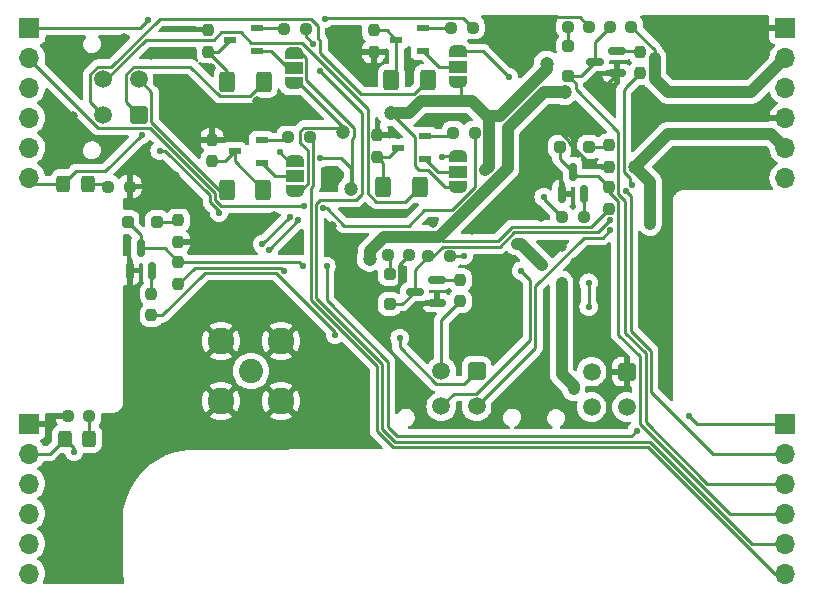
<source format=gbr>
%TF.GenerationSoftware,KiCad,Pcbnew,7.0.10*%
%TF.CreationDate,2024-04-14T19:08:20+02:00*%
%TF.ProjectId,DIC_Addon,4449435f-4164-4646-9f6e-2e6b69636164,rev?*%
%TF.SameCoordinates,Original*%
%TF.FileFunction,Copper,L2,Bot*%
%TF.FilePolarity,Positive*%
%FSLAX46Y46*%
G04 Gerber Fmt 4.6, Leading zero omitted, Abs format (unit mm)*
G04 Created by KiCad (PCBNEW 7.0.10) date 2024-04-14 19:08:20*
%MOMM*%
%LPD*%
G01*
G04 APERTURE LIST*
G04 Aperture macros list*
%AMRoundRect*
0 Rectangle with rounded corners*
0 $1 Rounding radius*
0 $2 $3 $4 $5 $6 $7 $8 $9 X,Y pos of 4 corners*
0 Add a 4 corners polygon primitive as box body*
4,1,4,$2,$3,$4,$5,$6,$7,$8,$9,$2,$3,0*
0 Add four circle primitives for the rounded corners*
1,1,$1+$1,$2,$3*
1,1,$1+$1,$4,$5*
1,1,$1+$1,$6,$7*
1,1,$1+$1,$8,$9*
0 Add four rect primitives between the rounded corners*
20,1,$1+$1,$2,$3,$4,$5,0*
20,1,$1+$1,$4,$5,$6,$7,0*
20,1,$1+$1,$6,$7,$8,$9,0*
20,1,$1+$1,$8,$9,$2,$3,0*%
%AMFreePoly0*
4,1,19,0.550000,-0.750000,0.000000,-0.750000,0.000000,-0.744911,-0.071157,-0.744911,-0.207708,-0.704816,-0.327430,-0.627875,-0.420627,-0.520320,-0.479746,-0.390866,-0.500000,-0.250000,-0.500000,0.250000,-0.479746,0.390866,-0.420627,0.520320,-0.327430,0.627875,-0.207708,0.704816,-0.071157,0.744911,0.000000,0.744911,0.000000,0.750000,0.550000,0.750000,0.550000,-0.750000,0.550000,-0.750000,
$1*%
%AMFreePoly1*
4,1,19,0.000000,0.744911,0.071157,0.744911,0.207708,0.704816,0.327430,0.627875,0.420627,0.520320,0.479746,0.390866,0.500000,0.250000,0.500000,-0.250000,0.479746,-0.390866,0.420627,-0.520320,0.327430,-0.627875,0.207708,-0.704816,0.071157,-0.744911,0.000000,-0.744911,0.000000,-0.750000,-0.550000,-0.750000,-0.550000,0.750000,0.000000,0.750000,0.000000,0.744911,0.000000,0.744911,
$1*%
G04 Aperture macros list end*
%TA.AperFunction,ComponentPad*%
%ADD10R,1.700000X1.700000*%
%TD*%
%TA.AperFunction,ComponentPad*%
%ADD11O,1.700000X1.700000*%
%TD*%
%TA.AperFunction,SMDPad,CuDef*%
%ADD12RoundRect,0.250000X-0.400000X-0.625000X0.400000X-0.625000X0.400000X0.625000X-0.400000X0.625000X0*%
%TD*%
%TA.AperFunction,SMDPad,CuDef*%
%ADD13RoundRect,0.237500X-0.237500X0.250000X-0.237500X-0.250000X0.237500X-0.250000X0.237500X0.250000X0*%
%TD*%
%TA.AperFunction,SMDPad,CuDef*%
%ADD14FreePoly0,270.000000*%
%TD*%
%TA.AperFunction,SMDPad,CuDef*%
%ADD15R,1.500000X1.000000*%
%TD*%
%TA.AperFunction,SMDPad,CuDef*%
%ADD16FreePoly1,270.000000*%
%TD*%
%TA.AperFunction,SMDPad,CuDef*%
%ADD17RoundRect,0.250000X-0.250000X-0.250000X0.250000X-0.250000X0.250000X0.250000X-0.250000X0.250000X0*%
%TD*%
%TA.AperFunction,ComponentPad*%
%ADD18RoundRect,0.250001X0.499999X0.499999X-0.499999X0.499999X-0.499999X-0.499999X0.499999X-0.499999X0*%
%TD*%
%TA.AperFunction,ComponentPad*%
%ADD19C,1.500000*%
%TD*%
%TA.AperFunction,SMDPad,CuDef*%
%ADD20RoundRect,0.237500X-0.250000X-0.237500X0.250000X-0.237500X0.250000X0.237500X-0.250000X0.237500X0*%
%TD*%
%TA.AperFunction,SMDPad,CuDef*%
%ADD21RoundRect,0.237500X0.250000X0.237500X-0.250000X0.237500X-0.250000X-0.237500X0.250000X-0.237500X0*%
%TD*%
%TA.AperFunction,SMDPad,CuDef*%
%ADD22RoundRect,0.250000X0.325000X0.450000X-0.325000X0.450000X-0.325000X-0.450000X0.325000X-0.450000X0*%
%TD*%
%TA.AperFunction,SMDPad,CuDef*%
%ADD23RoundRect,0.150000X0.587500X0.150000X-0.587500X0.150000X-0.587500X-0.150000X0.587500X-0.150000X0*%
%TD*%
%TA.AperFunction,SMDPad,CuDef*%
%ADD24RoundRect,0.150000X0.150000X-0.587500X0.150000X0.587500X-0.150000X0.587500X-0.150000X-0.587500X0*%
%TD*%
%TA.AperFunction,SMDPad,CuDef*%
%ADD25RoundRect,0.250000X0.400000X0.625000X-0.400000X0.625000X-0.400000X-0.625000X0.400000X-0.625000X0*%
%TD*%
%TA.AperFunction,ComponentPad*%
%ADD26RoundRect,0.250001X0.499999X-0.499999X0.499999X0.499999X-0.499999X0.499999X-0.499999X-0.499999X0*%
%TD*%
%TA.AperFunction,SMDPad,CuDef*%
%ADD27RoundRect,0.237500X0.237500X-0.250000X0.237500X0.250000X-0.237500X0.250000X-0.237500X-0.250000X0*%
%TD*%
%TA.AperFunction,ComponentPad*%
%ADD28C,2.050000*%
%TD*%
%TA.AperFunction,ComponentPad*%
%ADD29C,2.250000*%
%TD*%
%TA.AperFunction,SMDPad,CuDef*%
%ADD30RoundRect,0.250000X0.250000X-0.250000X0.250000X0.250000X-0.250000X0.250000X-0.250000X-0.250000X0*%
%TD*%
%TA.AperFunction,SMDPad,CuDef*%
%ADD31R,1.131799X0.568000*%
%TD*%
%TA.AperFunction,ViaPad*%
%ADD32C,0.550000*%
%TD*%
%TA.AperFunction,ViaPad*%
%ADD33C,0.800000*%
%TD*%
%TA.AperFunction,ViaPad*%
%ADD34C,1.200000*%
%TD*%
%TA.AperFunction,Conductor*%
%ADD35C,0.250000*%
%TD*%
%TA.AperFunction,Conductor*%
%ADD36C,1.000000*%
%TD*%
G04 APERTURE END LIST*
D10*
%TO.P,J4,1,Pin_1*%
%TO.N,GND*%
X14000000Y-47500000D03*
D11*
%TO.P,J4,2,Pin_2*%
%TO.N,RX_IND*%
X14000000Y-50040000D03*
%TO.P,J4,3,Pin_3*%
%TO.N,Radio_RESET*%
X14000000Y-52580000D03*
%TO.P,J4,4,Pin_4*%
%TO.N,Mode_1*%
X14000000Y-55120000D03*
%TO.P,J4,5,Pin_5*%
%TO.N,Wake-Up*%
X14000000Y-57660000D03*
%TO.P,J4,6,Pin_6*%
%TO.N,Radio_BOOT*%
X14000000Y-60200000D03*
%TD*%
D10*
%TO.P,J3,1,Pin_1*%
%TO.N,GPO3_CTRL*%
X14000000Y-14000000D03*
D11*
%TO.P,J3,2,Pin_2*%
%TO.N,GPO4_CTRL*%
X14000000Y-16540000D03*
%TO.P,J3,3,Pin_3*%
%TO.N,!RTS*%
X14000000Y-19080000D03*
%TO.P,J3,4,Pin_4*%
%TO.N,USART1_RX*%
X14000000Y-21620000D03*
%TO.P,J3,5,Pin_5*%
%TO.N,USART1_TX*%
X14000000Y-24160000D03*
%TO.P,J3,6,Pin_6*%
%TO.N,TX_IND*%
X14000000Y-26700000D03*
%TD*%
D10*
%TO.P,J5,1,Pin_1*%
%TO.N,GND*%
X78000000Y-14000000D03*
D11*
%TO.P,J5,2,Pin_2*%
%TO.N,+3.3V*%
X78000000Y-16540000D03*
%TO.P,J5,3,Pin_3*%
%TO.N,+5V*%
X78000000Y-19080000D03*
%TO.P,J5,4,Pin_4*%
%TO.N,GND*%
X78000000Y-21620000D03*
%TO.P,J5,5,Pin_5*%
%TO.N,+BATT*%
X78000000Y-24160000D03*
%TO.P,J5,6,Pin_6*%
%TO.N,+3.3V*%
X78000000Y-26700000D03*
%TD*%
D10*
%TO.P,J2,1,Pin_1*%
%TO.N,GPI1_CTRL*%
X78000000Y-47500000D03*
D11*
%TO.P,J2,2,Pin_2*%
%TO.N,GPI2_CTRL*%
X78000000Y-50040000D03*
%TO.P,J2,3,Pin_3*%
%TO.N,GPI3_CTRL*%
X78000000Y-52580000D03*
%TO.P,J2,4,Pin_4*%
%TO.N,GPI4_CTRL*%
X78000000Y-55120000D03*
%TO.P,J2,5,Pin_5*%
%TO.N,GPO1_CTRL*%
X78000000Y-57660000D03*
%TO.P,J2,6,Pin_6*%
%TO.N,GPO2_CTRL*%
X78000000Y-60200000D03*
%TD*%
D12*
%TO.P,TH2,1*%
%TO.N,GPO2*%
X30708000Y-27686000D03*
%TO.P,TH2,2*%
%TO.N,Net-(Q2-D)*%
X33808000Y-27686000D03*
%TD*%
D13*
%TO.P,R17,1*%
%TO.N,Net-(Q5-G)*%
X24323000Y-36504000D03*
%TO.P,R17,2*%
%TO.N,GPI1*%
X24323000Y-38329000D03*
%TD*%
D14*
%TO.P,JP2,1,A*%
%TO.N,+BATT*%
X36449000Y-25243000D03*
D15*
%TO.P,JP2,2,C*%
%TO.N,Net-(JP2-C)*%
X36449000Y-26543000D03*
D16*
%TO.P,JP2,3,B*%
%TO.N,+5V*%
X36449000Y-27843000D03*
%TD*%
D13*
%TO.P,R13,1*%
%TO.N,GPI1_CTRL*%
X26609000Y-33837000D03*
%TO.P,R13,2*%
%TO.N,+3.3V*%
X26609000Y-35662000D03*
%TD*%
D14*
%TO.P,JP4,1,A*%
%TO.N,+BATT*%
X50292000Y-24862000D03*
D15*
%TO.P,JP4,2,C*%
%TO.N,Net-(JP4-C)*%
X50292000Y-26162000D03*
D16*
%TO.P,JP4,3,B*%
%TO.N,+5V*%
X50292000Y-27462000D03*
%TD*%
D17*
%TO.P,D4,1,K*%
%TO.N,GPI4_CTRL*%
X58887000Y-24081500D03*
%TO.P,D4,2,A*%
%TO.N,Net-(D4-A)*%
X61387000Y-24081500D03*
%TD*%
D18*
%TO.P,EXT_Power1,1,Pin_1*%
%TO.N,GND*%
X64595000Y-43101000D03*
D19*
%TO.P,EXT_Power1,2,Pin_2*%
%TO.N,+3.3V*%
X61595000Y-43101000D03*
%TO.P,EXT_Power1,3,Pin_3*%
%TO.N,+5V*%
X64595000Y-46101000D03*
%TO.P,EXT_Power1,4,Pin_4*%
%TO.N,+BATT*%
X61595000Y-46101000D03*
%TD*%
D20*
%TO.P,R21,1*%
%TO.N,Net-(Radio_TX1-K)*%
X20677500Y-27432000D03*
%TO.P,R21,2*%
%TO.N,GND*%
X22502500Y-27432000D03*
%TD*%
D21*
%TO.P,R3,1*%
%TO.N,GPO3_CTRL*%
X51547400Y-13970000D03*
%TO.P,R3,2*%
%TO.N,Net-(Q3-G)*%
X49722400Y-13970000D03*
%TD*%
D17*
%TO.P,D1,1,K*%
%TO.N,GPI1_CTRL*%
X22311000Y-30431500D03*
%TO.P,D1,2,A*%
%TO.N,Net-(D1-A)*%
X24811000Y-30431500D03*
%TD*%
D22*
%TO.P,Radio_TX1,1,K*%
%TO.N,Net-(Radio_TX1-K)*%
X18932000Y-27178000D03*
%TO.P,Radio_TX1,2,A*%
%TO.N,TX_IND*%
X16882000Y-27178000D03*
%TD*%
D21*
%TO.P,R4,1*%
%TO.N,GPO4_CTRL*%
X51712500Y-22860000D03*
%TO.P,R4,2*%
%TO.N,Net-(Q4-G)*%
X49887500Y-22860000D03*
%TD*%
D23*
%TO.P,Q6,1,G*%
%TO.N,Net-(Q6-G)*%
X48484000Y-35372000D03*
%TO.P,Q6,2,S*%
%TO.N,GND*%
X48484000Y-37272000D03*
%TO.P,Q6,3,D*%
%TO.N,GPI2_CTRL*%
X46609000Y-36322000D03*
%TD*%
D14*
%TO.P,JP3,1,A*%
%TO.N,+BATT*%
X50253900Y-15972000D03*
D15*
%TO.P,JP3,2,C*%
%TO.N,Net-(JP3-C)*%
X50253900Y-17272000D03*
D16*
%TO.P,JP3,3,B*%
%TO.N,+5V*%
X50253900Y-18572000D03*
%TD*%
D24*
%TO.P,Q8,1,G*%
%TO.N,Net-(Q8-G)*%
X60960000Y-28067000D03*
%TO.P,Q8,2,S*%
%TO.N,GND*%
X59060000Y-28067000D03*
%TO.P,Q8,3,D*%
%TO.N,GPI4_CTRL*%
X60010000Y-26192000D03*
%TD*%
D13*
%TO.P,R16,1*%
%TO.N,GPI4_CTRL*%
X63058000Y-27487000D03*
%TO.P,R16,2*%
%TO.N,+3.3V*%
X63058000Y-29312000D03*
%TD*%
%TO.P,R9,1*%
%TO.N,Net-(D1-A)*%
X26609000Y-30281000D03*
%TO.P,R9,2*%
%TO.N,GND*%
X26609000Y-32106000D03*
%TD*%
D25*
%TO.P,TH3,1*%
%TO.N,GPO3*%
X47739900Y-18415000D03*
%TO.P,TH3,2*%
%TO.N,Net-(Q3-D)*%
X44639900Y-18415000D03*
%TD*%
D20*
%TO.P,R10,1*%
%TO.N,Net-(D2-A)*%
X44348000Y-33195500D03*
%TO.P,R10,2*%
%TO.N,GND*%
X46173000Y-33195500D03*
%TD*%
D21*
%TO.P,R20,1*%
%TO.N,Net-(Q8-G)*%
X60922500Y-30050500D03*
%TO.P,R20,2*%
%TO.N,GPI4*%
X59097500Y-30050500D03*
%TD*%
D26*
%TO.P,GPO1,1,Pin_1*%
%TO.N,GPO1*%
X23244000Y-21367000D03*
D19*
%TO.P,GPO1,2,Pin_2*%
%TO.N,GPO2*%
X23244000Y-18367000D03*
%TO.P,GPO1,3,Pin_3*%
%TO.N,GPO3*%
X20244000Y-21367000D03*
%TO.P,GPO1,4,Pin_4*%
%TO.N,GPO4*%
X20244000Y-18367000D03*
%TD*%
D25*
%TO.P,TH1,1*%
%TO.N,GPO1*%
X33846100Y-18542000D03*
%TO.P,TH1,2*%
%TO.N,Net-(Q1-D)*%
X30746100Y-18542000D03*
%TD*%
D27*
%TO.P,R7,1*%
%TO.N,GND*%
X43141900Y-16025500D03*
%TO.P,R7,2*%
%TO.N,Net-(Q3-D)*%
X43141900Y-14200500D03*
%TD*%
D25*
%TO.P,TH4,1*%
%TO.N,GPO4*%
X47041400Y-27432000D03*
%TO.P,TH4,2*%
%TO.N,Net-(Q4-D)*%
X43941400Y-27432000D03*
%TD*%
D28*
%TO.P,868Mhz,1,In*%
%TO.N,Net-(J1-In)*%
X32766000Y-43053000D03*
D29*
%TO.P,868Mhz,2,Ext*%
%TO.N,GND*%
X35306000Y-45593000D03*
X35306000Y-40513000D03*
X30226000Y-45593000D03*
X30226000Y-40513000D03*
%TD*%
D13*
%TO.P,R18,1*%
%TO.N,Net-(Q6-G)*%
X50467500Y-35331000D03*
%TO.P,R18,2*%
%TO.N,GPI2*%
X50467500Y-37156000D03*
%TD*%
%TO.P,R12,1*%
%TO.N,Net-(D4-A)*%
X63058000Y-23931000D03*
%TO.P,R12,2*%
%TO.N,GND*%
X63058000Y-25756000D03*
%TD*%
D21*
%TO.P,R2,1*%
%TO.N,GPO2_CTRL*%
X37742500Y-23241000D03*
%TO.P,R2,2*%
%TO.N,Net-(Q2-G)*%
X35917500Y-23241000D03*
%TD*%
D13*
%TO.P,R8,1*%
%TO.N,GND*%
X43434000Y-23090500D03*
%TO.P,R8,2*%
%TO.N,Net-(Q4-D)*%
X43434000Y-24915500D03*
%TD*%
D30*
%TO.P,D2,1,K*%
%TO.N,GPI2_CTRL*%
X44498500Y-37366500D03*
%TO.P,D2,2,A*%
%TO.N,Net-(D2-A)*%
X44498500Y-34866500D03*
%TD*%
D20*
%TO.P,R11,1*%
%TO.N,Net-(D3-A)*%
X59588000Y-13891500D03*
%TO.P,R11,2*%
%TO.N,GND*%
X61413000Y-13891500D03*
%TD*%
D23*
%TO.P,Q7,1,G*%
%TO.N,Net-(Q7-G)*%
X63724000Y-15941000D03*
%TO.P,Q7,2,S*%
%TO.N,GND*%
X63724000Y-17841000D03*
%TO.P,Q7,3,D*%
%TO.N,GPI3_CTRL*%
X61849000Y-16891000D03*
%TD*%
D31*
%TO.P,Q1,1,G*%
%TO.N,Net-(Q1-G)*%
X33274000Y-14035999D03*
%TO.P,Q1,2,S*%
%TO.N,Net-(JP1-C)*%
X33274000Y-15936001D03*
%TO.P,Q1,3,D*%
%TO.N,Net-(Q1-D)*%
X30988000Y-14986000D03*
%TD*%
D22*
%TO.P,Radio_RX1,1,K*%
%TO.N,Net-(Radio_RX1-K)*%
X19059000Y-48768000D03*
%TO.P,Radio_RX1,2,A*%
%TO.N,RX_IND*%
X17009000Y-48768000D03*
%TD*%
D30*
%TO.P,D3,1,K*%
%TO.N,GPI3_CTRL*%
X59611500Y-18062500D03*
%TO.P,D3,2,A*%
%TO.N,Net-(D3-A)*%
X59611500Y-15562500D03*
%TD*%
D13*
%TO.P,R5,1*%
%TO.N,GND*%
X29121100Y-14200500D03*
%TO.P,R5,2*%
%TO.N,Net-(Q1-D)*%
X29121100Y-16025500D03*
%TD*%
D20*
%TO.P,R15,1*%
%TO.N,GPI3_CTRL*%
X63144000Y-13891500D03*
%TO.P,R15,2*%
%TO.N,+3.3V*%
X64969000Y-13891500D03*
%TD*%
D14*
%TO.P,JP1,1,A*%
%TO.N,+BATT*%
X36360100Y-16099000D03*
D15*
%TO.P,JP1,2,C*%
%TO.N,Net-(JP1-C)*%
X36360100Y-17399000D03*
D16*
%TO.P,JP1,3,B*%
%TO.N,+5V*%
X36360100Y-18699000D03*
%TD*%
D21*
%TO.P,R1,1*%
%TO.N,GPO1_CTRL*%
X37399600Y-14097000D03*
%TO.P,R1,2*%
%TO.N,Net-(Q1-G)*%
X35574600Y-14097000D03*
%TD*%
D18*
%TO.P,GPI1,1,Pin_1*%
%TO.N,GPI1*%
X51864000Y-43050000D03*
D19*
%TO.P,GPI1,2,Pin_2*%
%TO.N,GPI2*%
X48864000Y-43050000D03*
%TO.P,GPI1,3,Pin_3*%
%TO.N,GPI3*%
X51864000Y-46050000D03*
%TO.P,GPI1,4,Pin_4*%
%TO.N,GPI4*%
X48864000Y-46050000D03*
%TD*%
D13*
%TO.P,R19,1*%
%TO.N,Net-(Q7-G)*%
X65707500Y-16027000D03*
%TO.P,R19,2*%
%TO.N,GPI3*%
X65707500Y-17852000D03*
%TD*%
D31*
%TO.P,Q3,1,G*%
%TO.N,Net-(Q3-G)*%
X47332900Y-14035999D03*
%TO.P,Q3,2,S*%
%TO.N,Net-(JP3-C)*%
X47332900Y-15936001D03*
%TO.P,Q3,3,D*%
%TO.N,Net-(Q3-D)*%
X45046900Y-14986000D03*
%TD*%
D20*
%TO.P,R14,1*%
%TO.N,GPI2_CTRL*%
X47777000Y-33322500D03*
%TO.P,R14,2*%
%TO.N,+3.3V*%
X49602000Y-33322500D03*
%TD*%
D31*
%TO.P,Q4,1,G*%
%TO.N,Net-(Q4-G)*%
X47523400Y-23179999D03*
%TO.P,Q4,2,S*%
%TO.N,Net-(JP4-C)*%
X47523400Y-25080001D03*
%TO.P,Q4,3,D*%
%TO.N,Net-(Q4-D)*%
X45237400Y-24130000D03*
%TD*%
D20*
%TO.P,R22,1*%
%TO.N,GND*%
X17248500Y-46863000D03*
%TO.P,R22,2*%
%TO.N,Net-(Radio_RX1-K)*%
X19073500Y-46863000D03*
%TD*%
D24*
%TO.P,Q5,1,G*%
%TO.N,Net-(Q5-G)*%
X24384000Y-34544000D03*
%TO.P,Q5,2,S*%
%TO.N,GND*%
X22484000Y-34544000D03*
%TO.P,Q5,3,D*%
%TO.N,GPI1_CTRL*%
X23434000Y-32669000D03*
%TD*%
D31*
%TO.P,Q2,1,G*%
%TO.N,Net-(Q2-G)*%
X33655000Y-23499998D03*
%TO.P,Q2,2,S*%
%TO.N,Net-(JP2-C)*%
X33655000Y-25400000D03*
%TO.P,Q2,3,D*%
%TO.N,Net-(Q2-D)*%
X31369000Y-24449999D03*
%TD*%
D13*
%TO.P,R6,1*%
%TO.N,GND*%
X29464000Y-23471500D03*
%TO.P,R6,2*%
%TO.N,Net-(Q2-D)*%
X29464000Y-25296500D03*
%TD*%
D32*
%TO.N,GPI1_CTRL*%
X65405000Y-48133000D03*
X37142500Y-34163000D03*
X69850000Y-46868000D03*
X39151000Y-34163000D03*
%TO.N,GPI2_CTRL*%
X64496463Y-27832537D03*
X63174065Y-30274500D03*
D33*
%TO.N,GND*%
X24257000Y-28575000D03*
X22606000Y-46482000D03*
X17018000Y-24638000D03*
X45593000Y-43307000D03*
X39624000Y-30734000D03*
X71120000Y-17018000D03*
X74422000Y-27302000D03*
X26035000Y-20955000D03*
X18034000Y-19050000D03*
X74041000Y-21082000D03*
D32*
X65405000Y-23495000D03*
D33*
X51435000Y-31115000D03*
X71247000Y-20955000D03*
X21971000Y-14859000D03*
D32*
X45085000Y-36068000D03*
D33*
X75057000Y-13970000D03*
X33274000Y-20193000D03*
X41275000Y-29591000D03*
X27559000Y-23622000D03*
X42037000Y-44831000D03*
X74295000Y-24511000D03*
X42037000Y-42926000D03*
X40640000Y-32385000D03*
X57785000Y-22225000D03*
X21717000Y-47752000D03*
X27559000Y-38227000D03*
D32*
X62484000Y-33909000D03*
D33*
X54991000Y-28829000D03*
X28575000Y-20066000D03*
X68069000Y-30734000D03*
D32*
X41696765Y-15961235D03*
D33*
X68268509Y-27981705D03*
X53721000Y-33909000D03*
X39370000Y-27432000D03*
X48133000Y-30480000D03*
X62103000Y-38989000D03*
D32*
X57658000Y-14478000D03*
D33*
X26924000Y-45593000D03*
X34736826Y-29901521D03*
X60579000Y-39116000D03*
X68707000Y-17018000D03*
X30988000Y-22098000D03*
X56642000Y-25400000D03*
X32639000Y-22098000D03*
X57531000Y-42672000D03*
X22606000Y-36322000D03*
X51816000Y-34036000D03*
X57277000Y-29972000D03*
X26289000Y-26543000D03*
X73660000Y-17018000D03*
X47244000Y-40640000D03*
X68326000Y-21082000D03*
X67056000Y-13716000D03*
X45593000Y-44958000D03*
D32*
X45212000Y-23114000D03*
D33*
X36830000Y-32004000D03*
D32*
X46101000Y-38608000D03*
D33*
X27305000Y-16129000D03*
D32*
X27686000Y-14097000D03*
D33*
X60198000Y-33782000D03*
D32*
X57785000Y-13589000D03*
D33*
X59055000Y-32512000D03*
X69850000Y-13843000D03*
X48641000Y-22098000D03*
X17653000Y-21463000D03*
D32*
X62230000Y-19431000D03*
D33*
X32258000Y-31369000D03*
X71374000Y-27302000D03*
X29337000Y-17399000D03*
X72009000Y-24511000D03*
D32*
X58547000Y-22479000D03*
D33*
X54991000Y-39624000D03*
D32*
X61976000Y-22606000D03*
D33*
X26924000Y-47244000D03*
X68834000Y-24511000D03*
X72390000Y-13843000D03*
X24257000Y-16256000D03*
X50038000Y-40132000D03*
D32*
X46355000Y-17018000D03*
D33*
X29718000Y-31623000D03*
X41910000Y-46736000D03*
D34*
%TO.N,+3.3V*%
X59309000Y-19431000D03*
D32*
X66929000Y-16540000D03*
X50800000Y-33274000D03*
D34*
X42799000Y-33528000D03*
D32*
X35560000Y-34544000D03*
X48645406Y-31697500D03*
X54483000Y-22479000D03*
D33*
%TO.N,+5V*%
X59055000Y-35560000D03*
D34*
X57785000Y-17018000D03*
X40570287Y-22829257D03*
X44577000Y-21209000D03*
D33*
X60071000Y-44577000D03*
X55245000Y-32258000D03*
X57404000Y-34036000D03*
X52594425Y-26051425D03*
D32*
%TO.N,+BATT*%
X38631000Y-25037853D03*
D34*
X41239000Y-27627000D03*
D32*
X66548000Y-30607000D03*
D34*
X65234000Y-25781000D03*
D32*
X48895000Y-24892000D03*
X54610000Y-18161000D03*
X35179000Y-24511000D03*
%TO.N,GPI1*%
X39878000Y-40005000D03*
X45339000Y-40259000D03*
%TO.N,GPI3*%
X65029272Y-27306000D03*
X63195585Y-31101510D03*
%TO.N,GPI4*%
X55626000Y-34544000D03*
X57531000Y-28321000D03*
%TO.N,GPO1_CTRL*%
X38016265Y-15323735D03*
X38628235Y-17632765D03*
%TO.N,TX_IND*%
X23511191Y-23042000D03*
%TO.N,GPO4_CTRL*%
X38896000Y-29253265D03*
X37211000Y-29083000D03*
%TO.N,GPO3_CTRL*%
X24003000Y-13335000D03*
X38989000Y-13213000D03*
%TO.N,Wake-Up*%
X61341000Y-37592000D03*
X61341000Y-35560000D03*
%TO.N,Mode_1*%
X36766500Y-30289500D03*
X34290000Y-32766000D03*
%TO.N,Radio_RESET*%
X33689998Y-32315998D03*
X36068000Y-29972000D03*
%TO.N,RX_IND*%
X25019000Y-24384000D03*
X17780000Y-49911000D03*
X30030290Y-29637328D03*
%TD*%
D35*
%TO.N,GPI1_CTRL*%
X78000000Y-47500000D02*
X70482000Y-47500000D01*
X37142500Y-34163000D02*
X36816500Y-33837000D01*
X36816500Y-33837000D02*
X26609000Y-33837000D01*
X39151000Y-34163000D02*
X39151000Y-37074341D01*
X64966000Y-48572000D02*
X65405000Y-48133000D01*
X25441000Y-32669000D02*
X23434000Y-32669000D01*
X23434000Y-31554500D02*
X22311000Y-30431500D01*
X23434000Y-32669000D02*
X23434000Y-31554500D01*
X39151000Y-37074341D02*
X44323000Y-42246341D01*
X45143000Y-48572000D02*
X64966000Y-48572000D01*
X70482000Y-47500000D02*
X69850000Y-46868000D01*
X44323000Y-47752000D02*
X45143000Y-48572000D01*
X44323000Y-42246341D02*
X44323000Y-47752000D01*
X26609000Y-33837000D02*
X25441000Y-32669000D01*
%TO.N,Net-(D1-A)*%
X26458500Y-30431500D02*
X26609000Y-30281000D01*
X24811000Y-30431500D02*
X26458500Y-30431500D01*
%TO.N,GPI2_CTRL*%
X63174065Y-30274500D02*
X62148065Y-31300500D01*
X64908000Y-39633604D02*
X66617000Y-41342604D01*
X44498500Y-37366500D02*
X45564500Y-37366500D01*
X55035774Y-31300500D02*
X53824274Y-32512000D01*
X64496463Y-27832537D02*
X64908000Y-28244074D01*
X48997632Y-32512000D02*
X48187132Y-33322500D01*
X45564500Y-37366500D02*
X46609000Y-36322000D01*
X53824274Y-32512000D02*
X48997632Y-32512000D01*
X66617000Y-41342604D02*
X66617000Y-44811421D01*
X46609000Y-34490500D02*
X47777000Y-33322500D01*
X46609000Y-36322000D02*
X46609000Y-34490500D01*
X62148065Y-31300500D02*
X55035774Y-31300500D01*
X64908000Y-28244074D02*
X64908000Y-39633604D01*
X66617000Y-44811421D02*
X71845579Y-50040000D01*
X71845579Y-50040000D02*
X78000000Y-50040000D01*
X48187132Y-33322500D02*
X47777000Y-33322500D01*
%TO.N,Net-(D2-A)*%
X44498500Y-33346000D02*
X44348000Y-33195500D01*
X44498500Y-34866500D02*
X44498500Y-33346000D01*
%TO.N,GPI3_CTRL*%
X66167000Y-47366812D02*
X66167000Y-41529000D01*
X66167000Y-41529000D02*
X64458000Y-39820000D01*
X59611500Y-18062500D02*
X60677500Y-18062500D01*
X60234000Y-18685000D02*
X59611500Y-18062500D01*
X60234000Y-19213000D02*
X60234000Y-18685000D01*
X71380188Y-52580000D02*
X66167000Y-47366812D01*
X61849000Y-15186500D02*
X63144000Y-13891500D01*
X60677500Y-18062500D02*
X61849000Y-16891000D01*
X63858000Y-22837000D02*
X60234000Y-19213000D01*
X63858000Y-28042604D02*
X63858000Y-22837000D01*
X64458000Y-28642604D02*
X63858000Y-28042604D01*
X61849000Y-16891000D02*
X61849000Y-15186500D01*
X64458000Y-39820000D02*
X64458000Y-28642604D01*
X78000000Y-52580000D02*
X71380188Y-52580000D01*
%TO.N,Net-(D3-A)*%
X59588000Y-13891500D02*
X59588000Y-15539000D01*
X59588000Y-15539000D02*
X59611500Y-15562500D01*
%TO.N,GPI4_CTRL*%
X58887000Y-24081500D02*
X58887000Y-25069000D01*
X65659000Y-47495208D02*
X65670000Y-47484208D01*
X65670000Y-41794000D02*
X63858000Y-39982000D01*
X73283792Y-55120000D02*
X65659000Y-47495208D01*
X60386500Y-26568500D02*
X62139500Y-26568500D01*
X65670000Y-47484208D02*
X65670000Y-41794000D01*
X62139500Y-26568500D02*
X63058000Y-27487000D01*
X63858000Y-39982000D02*
X63858000Y-28679000D01*
X60010000Y-26192000D02*
X60386500Y-26568500D01*
X63058000Y-27879000D02*
X63058000Y-27487000D01*
X58887000Y-25069000D02*
X60010000Y-26192000D01*
X63858000Y-28679000D02*
X63058000Y-27879000D01*
X78000000Y-55120000D02*
X73283792Y-55120000D01*
%TO.N,Net-(D4-A)*%
X61387000Y-24081500D02*
X62907500Y-24081500D01*
X62907500Y-24081500D02*
X63058000Y-23931000D01*
%TO.N,GND*%
X58547000Y-22479000D02*
X58604600Y-22479000D01*
X47437000Y-37272000D02*
X46101000Y-38608000D01*
X45323500Y-34045000D02*
X45323500Y-35829500D01*
X58604600Y-22479000D02*
X59712000Y-23586400D01*
X43434000Y-23090500D02*
X45188500Y-23090500D01*
X59712000Y-23726600D02*
X61741400Y-25756000D01*
X59712000Y-23586400D02*
X59712000Y-23726600D01*
X63724000Y-17841000D02*
X63724000Y-17937000D01*
X58282500Y-13091500D02*
X57785000Y-13589000D01*
X48484000Y-37272000D02*
X47437000Y-37272000D01*
X45323500Y-35829500D02*
X45085000Y-36068000D01*
X29121100Y-14200500D02*
X27789500Y-14200500D01*
X60613000Y-13091500D02*
X58282500Y-13091500D01*
X27789500Y-14200500D02*
X27686000Y-14097000D01*
X41761030Y-16025500D02*
X41696765Y-15961235D01*
X46173000Y-33195500D02*
X45323500Y-34045000D01*
X61741400Y-25756000D02*
X63058000Y-25756000D01*
X63724000Y-17937000D02*
X62230000Y-19431000D01*
X61413000Y-13891500D02*
X60613000Y-13091500D01*
X45188500Y-23090500D02*
X45212000Y-23114000D01*
X43141900Y-16025500D02*
X41761030Y-16025500D01*
%TO.N,+3.3V*%
X27984000Y-34287000D02*
X35303000Y-34287000D01*
X66929000Y-16540000D02*
X66929000Y-15851500D01*
D36*
X57531000Y-19431000D02*
X59309000Y-19431000D01*
X44026094Y-31697500D02*
X42799000Y-32924594D01*
D35*
X61519500Y-30850500D02*
X54849378Y-30850500D01*
D36*
X54483000Y-22479000D02*
X54483000Y-25859906D01*
X42799000Y-32924594D02*
X42799000Y-33528000D01*
D35*
X26609000Y-35662000D02*
X27984000Y-34287000D01*
X49602000Y-33322500D02*
X50751500Y-33322500D01*
D36*
X54483000Y-25859906D02*
X48645406Y-31697500D01*
D35*
X49009906Y-32062000D02*
X48645406Y-31697500D01*
X50751500Y-33322500D02*
X50800000Y-33274000D01*
D36*
X78000000Y-16540000D02*
X75109000Y-19431000D01*
X48645406Y-31697500D02*
X44026094Y-31697500D01*
D35*
X66929000Y-15851500D02*
X64969000Y-13891500D01*
X35303000Y-34287000D02*
X35560000Y-34544000D01*
D36*
X54483000Y-22479000D02*
X57531000Y-19431000D01*
D35*
X53637878Y-32062000D02*
X49009906Y-32062000D01*
D36*
X75109000Y-19431000D02*
X68072000Y-19431000D01*
D35*
X54849378Y-30850500D02*
X53637878Y-32062000D01*
X63058000Y-29312000D02*
X61519500Y-30850500D01*
D36*
X68072000Y-19431000D02*
X66929000Y-18288000D01*
X66929000Y-18288000D02*
X66929000Y-16540000D01*
%TO.N,+5V*%
X59055000Y-43307000D02*
X60071000Y-44323000D01*
X50546000Y-20193000D02*
X51435000Y-20193000D01*
D35*
X37581000Y-27189000D02*
X36927000Y-27843000D01*
X50546000Y-20193000D02*
X50546000Y-18864100D01*
D36*
X51435000Y-20193000D02*
X52705000Y-21463000D01*
X52705000Y-21463000D02*
X52900000Y-21658000D01*
D35*
X46632501Y-23264501D02*
X44577000Y-21209000D01*
D36*
X52705000Y-21463000D02*
X53801944Y-21463000D01*
D35*
X37581000Y-24369076D02*
X37581000Y-27189000D01*
D36*
X53801944Y-21463000D02*
X57785000Y-17479944D01*
X60071000Y-44323000D02*
X60071000Y-44577000D01*
D35*
X40182030Y-22441000D02*
X37252924Y-22441000D01*
D36*
X55626000Y-32258000D02*
X55245000Y-32258000D01*
D35*
X36860000Y-18699000D02*
X36360100Y-18699000D01*
X40570287Y-22409287D02*
X36860000Y-18699000D01*
D36*
X52900000Y-25745850D02*
X52594425Y-26051425D01*
D35*
X37252924Y-22441000D02*
X36930000Y-22763924D01*
D36*
X46112626Y-21209000D02*
X44577000Y-21209000D01*
D35*
X40570287Y-22829257D02*
X40182030Y-22441000D01*
D36*
X59055000Y-35560000D02*
X59055000Y-43307000D01*
X57785000Y-17479944D02*
X57785000Y-17018000D01*
D35*
X40570287Y-22829257D02*
X40570287Y-22409287D01*
X50292000Y-27462000D02*
X49179000Y-27462000D01*
X36930000Y-22763924D02*
X36930000Y-23718076D01*
D36*
X52900000Y-21658000D02*
X52900000Y-25745850D01*
D35*
X46632501Y-25677501D02*
X46632501Y-23264501D01*
X36930000Y-23718076D02*
X37581000Y-24369076D01*
X46990000Y-26035000D02*
X46632501Y-25677501D01*
X47752000Y-26035000D02*
X46990000Y-26035000D01*
X36927000Y-27843000D02*
X36449000Y-27843000D01*
X50546000Y-18864100D02*
X50253900Y-18572000D01*
D36*
X57404000Y-34036000D02*
X55626000Y-32258000D01*
D35*
X49179000Y-27462000D02*
X47752000Y-26035000D01*
D36*
X50546000Y-20193000D02*
X47128626Y-20193000D01*
X47128626Y-20193000D02*
X46112626Y-21209000D01*
%TO.N,+BATT*%
X78000000Y-24160000D02*
X76827000Y-22987000D01*
X68028000Y-22987000D02*
X65234000Y-25781000D01*
D35*
X36960100Y-16099000D02*
X36360100Y-16099000D01*
X41239000Y-27627000D02*
X41239000Y-25899605D01*
X40377248Y-25037853D02*
X38631000Y-25037853D01*
X50292000Y-24862000D02*
X48925000Y-24862000D01*
D36*
X66548000Y-30607000D02*
X66548000Y-27051000D01*
X66548000Y-27051000D02*
X65278000Y-25781000D01*
D35*
X48925000Y-24862000D02*
X48895000Y-24892000D01*
X41495287Y-22446109D02*
X37435100Y-18385922D01*
X41495287Y-23212405D02*
X41495287Y-22446109D01*
X50253900Y-15972000D02*
X52421000Y-15972000D01*
X41239000Y-27627000D02*
X41275000Y-27591000D01*
X52421000Y-15972000D02*
X54610000Y-18161000D01*
D36*
X65278000Y-25781000D02*
X65234000Y-25781000D01*
X76827000Y-22987000D02*
X68028000Y-22987000D01*
D35*
X41275000Y-27591000D02*
X41275000Y-23432692D01*
X41239000Y-25899605D02*
X40377248Y-25037853D01*
X37435100Y-18385922D02*
X37435100Y-16574000D01*
X37435100Y-16574000D02*
X36960100Y-16099000D01*
X36449000Y-25243000D02*
X35911000Y-25243000D01*
X35911000Y-25243000D02*
X35179000Y-24511000D01*
X41275000Y-23432692D02*
X41495287Y-23212405D01*
%TO.N,GPI1*%
X48418720Y-44125000D02*
X45339000Y-41045280D01*
X50789000Y-44125000D02*
X48418720Y-44125000D01*
X25231576Y-38329000D02*
X24323000Y-38329000D01*
X39878000Y-39710529D02*
X34904471Y-34737000D01*
X51864000Y-43050000D02*
X50789000Y-44125000D01*
X45339000Y-41045280D02*
X45339000Y-40259000D01*
X34904471Y-34737000D02*
X28823576Y-34737000D01*
X39878000Y-40005000D02*
X39878000Y-39710529D01*
X28823576Y-34737000D02*
X25231576Y-38329000D01*
%TO.N,GPI2*%
X50467500Y-37156000D02*
X48864000Y-38759500D01*
X48864000Y-38759500D02*
X48864000Y-43050000D01*
%TO.N,GPI3*%
X64308000Y-26163148D02*
X64308000Y-19258000D01*
X62546595Y-31750500D02*
X60959500Y-31750500D01*
X64516000Y-19050000D02*
X64516000Y-19043500D01*
X63195585Y-31101510D02*
X62546595Y-31750500D01*
X65029272Y-27306000D02*
X64850852Y-27127580D01*
X64850852Y-27127580D02*
X64850852Y-26706000D01*
X64516000Y-19043500D02*
X65707500Y-17852000D01*
X64308000Y-19258000D02*
X64516000Y-19050000D01*
X64850852Y-26706000D02*
X64308000Y-26163148D01*
X56838000Y-41076000D02*
X51864000Y-46050000D01*
X56838000Y-35872000D02*
X56838000Y-41076000D01*
X60959500Y-31750500D02*
X56838000Y-35872000D01*
%TO.N,GPI4*%
X51799000Y-44975000D02*
X49939000Y-44975000D01*
X57531000Y-28484000D02*
X59097500Y-30050500D01*
X55626000Y-34544000D02*
X56388000Y-35306000D01*
X49939000Y-44975000D02*
X48864000Y-46050000D01*
X57531000Y-28321000D02*
X57531000Y-28484000D01*
X56388000Y-35306000D02*
X56388000Y-40386000D01*
X56388000Y-40386000D02*
X51799000Y-44975000D01*
%TO.N,GPO1*%
X22818720Y-17272000D02*
X27631000Y-17272000D01*
X22169000Y-17921720D02*
X22818720Y-17272000D01*
X32646100Y-19742000D02*
X33846100Y-18542000D01*
X22169000Y-20292000D02*
X22169000Y-17921720D01*
X30101000Y-19742000D02*
X32646100Y-19742000D01*
X23244000Y-21367000D02*
X22169000Y-20292000D01*
X27631000Y-17272000D02*
X30101000Y-19742000D01*
%TO.N,GPO2*%
X30058000Y-27686000D02*
X24319000Y-21947000D01*
X30708000Y-27686000D02*
X30058000Y-27686000D01*
X24319000Y-21947000D02*
X24319000Y-19442000D01*
X24319000Y-19442000D02*
X23244000Y-18367000D01*
%TO.N,GPO3*%
X20933604Y-17292000D02*
X25017604Y-13208000D01*
X37800176Y-13208000D02*
X38413396Y-13821220D01*
X19798720Y-17292000D02*
X20933604Y-17292000D01*
X46539900Y-19615000D02*
X47739900Y-18415000D01*
X42095396Y-19615000D02*
X46539900Y-19615000D01*
X38413396Y-14872337D02*
X38616265Y-15075206D01*
X19169000Y-20292000D02*
X19169000Y-17921720D01*
X25017604Y-13208000D02*
X37800176Y-13208000D01*
X38413396Y-13821220D02*
X38413396Y-14872337D01*
X38616265Y-16135869D02*
X42095396Y-19615000D01*
X20244000Y-21367000D02*
X19169000Y-20292000D01*
X19169000Y-17921720D02*
X19798720Y-17292000D01*
X38616265Y-15075206D02*
X38616265Y-16135869D01*
%TO.N,GPO4*%
X32741899Y-15240000D02*
X37084000Y-15240000D01*
X37084000Y-15240000D02*
X42672000Y-20828000D01*
X43366300Y-28702000D02*
X45771400Y-28702000D01*
X29598176Y-15013000D02*
X30234176Y-14377000D01*
X42672000Y-22562924D02*
X42634000Y-22600924D01*
X42672000Y-20828000D02*
X42672000Y-22562924D01*
X42634000Y-22600924D02*
X42634000Y-27969700D01*
X42634000Y-27969700D02*
X43366300Y-28702000D01*
X20495000Y-18367000D02*
X23849000Y-15013000D01*
X20244000Y-18367000D02*
X20495000Y-18367000D01*
X45771400Y-28702000D02*
X47041400Y-27432000D01*
X23849000Y-15013000D02*
X29598176Y-15013000D01*
X30234176Y-14377000D02*
X31878899Y-14377000D01*
X31878899Y-14377000D02*
X32741899Y-15240000D01*
%TO.N,GPO2_CTRL*%
X43423000Y-48124792D02*
X43423000Y-42619133D01*
X37846000Y-37042133D02*
X37846000Y-27560396D01*
X38031000Y-23529500D02*
X37742500Y-23241000D01*
X38031000Y-27375396D02*
X38031000Y-23529500D01*
X77091000Y-60200000D02*
X66363000Y-49472000D01*
X37846000Y-27560396D02*
X38031000Y-27375396D01*
X44770208Y-49472000D02*
X43423000Y-48124792D01*
X66363000Y-49472000D02*
X44770208Y-49472000D01*
X78000000Y-60200000D02*
X77091000Y-60200000D01*
X43423000Y-42619133D02*
X37846000Y-37042133D01*
%TO.N,GPO1_CTRL*%
X38631000Y-28552000D02*
X38296000Y-28887000D01*
X38296000Y-28887000D02*
X38296000Y-36855737D01*
X42164000Y-28067000D02*
X41679000Y-28552000D01*
X37399600Y-14707070D02*
X37399600Y-14097000D01*
X38296000Y-36855737D02*
X43873000Y-42432737D01*
X38628235Y-17673235D02*
X42164000Y-21209000D01*
X43873000Y-42432737D02*
X43873000Y-47938396D01*
X75187396Y-57660000D02*
X78000000Y-57660000D01*
X43873000Y-47938396D02*
X44956604Y-49022000D01*
X66549396Y-49022000D02*
X75187396Y-57660000D01*
X41679000Y-28552000D02*
X38631000Y-28552000D01*
X38628235Y-17632765D02*
X38628235Y-17673235D01*
X44956604Y-49022000D02*
X66549396Y-49022000D01*
X38016265Y-15323735D02*
X37399600Y-14707070D01*
X42164000Y-21209000D02*
X42164000Y-28067000D01*
%TO.N,TX_IND*%
X20400191Y-26153000D02*
X17907000Y-26153000D01*
X17907000Y-26153000D02*
X16882000Y-27178000D01*
X14478000Y-27178000D02*
X14000000Y-26700000D01*
X16882000Y-27178000D02*
X14478000Y-27178000D01*
X23511191Y-23042000D02*
X20400191Y-26153000D01*
%TO.N,GPO4_CTRL*%
X29733000Y-27997396D02*
X24177604Y-22442000D01*
X38896000Y-29253265D02*
X39168570Y-29253265D01*
X19798720Y-22442000D02*
X14000000Y-16643280D01*
X51712500Y-27463680D02*
X51712500Y-22860000D01*
X30259900Y-29083000D02*
X29733000Y-28556100D01*
X37211000Y-29083000D02*
X30259900Y-29083000D01*
X40649305Y-30734000D02*
X46112088Y-30734000D01*
X47429122Y-29416966D02*
X49759214Y-29416966D01*
X24177604Y-22442000D02*
X19798720Y-22442000D01*
X46112088Y-30734000D02*
X47429122Y-29416966D01*
X39168570Y-29253265D02*
X40649305Y-30734000D01*
X14000000Y-16643280D02*
X14000000Y-16540000D01*
X29733000Y-28556100D02*
X29733000Y-27997396D01*
X49759214Y-29416966D02*
X51712500Y-27463680D01*
%TO.N,GPO3_CTRL*%
X50747400Y-13170000D02*
X51547400Y-13970000D01*
X14000000Y-14000000D02*
X23338000Y-14000000D01*
X23338000Y-14000000D02*
X24003000Y-13335000D01*
X38989000Y-13213000D02*
X39032000Y-13170000D01*
X39032000Y-13170000D02*
X50747400Y-13170000D01*
%TO.N,Wake-Up*%
X61341000Y-37592000D02*
X61341000Y-35560000D01*
%TO.N,Mode_1*%
X36766500Y-30289500D02*
X34290000Y-32766000D01*
%TO.N,Radio_RESET*%
X33724002Y-32315998D02*
X36068000Y-29972000D01*
X33689998Y-32315998D02*
X33724002Y-32315998D01*
%TO.N,RX_IND*%
X17780000Y-49911000D02*
X17780000Y-49539000D01*
X15737000Y-50040000D02*
X17009000Y-48768000D01*
X14000000Y-50040000D02*
X15737000Y-50040000D01*
X29283000Y-28742496D02*
X29283000Y-28183792D01*
X17780000Y-49539000D02*
X17009000Y-48768000D01*
X30073504Y-29533000D02*
X29283000Y-28742496D01*
X30030290Y-29637328D02*
X30073504Y-29594114D01*
X29283000Y-28183792D02*
X25483208Y-24384000D01*
X25483208Y-24384000D02*
X25019000Y-24384000D01*
X30073504Y-29594114D02*
X30073504Y-29533000D01*
%TO.N,Net-(JP1-C)*%
X34437481Y-15936001D02*
X33274000Y-15936001D01*
X35900480Y-17399000D02*
X34437481Y-15936001D01*
X36360100Y-17399000D02*
X35900480Y-17399000D01*
%TO.N,Net-(JP2-C)*%
X33655000Y-25400000D02*
X34798000Y-26543000D01*
X34798000Y-26543000D02*
X36449000Y-26543000D01*
%TO.N,Net-(JP3-C)*%
X47332900Y-15936001D02*
X48668899Y-17272000D01*
X48668899Y-17272000D02*
X50253900Y-17272000D01*
%TO.N,Net-(JP4-C)*%
X48605399Y-26162000D02*
X50292000Y-26162000D01*
X47523400Y-25080001D02*
X48605399Y-26162000D01*
%TO.N,Net-(Q1-G)*%
X33274000Y-14035999D02*
X35513599Y-14035999D01*
X35513599Y-14035999D02*
X35574600Y-14097000D01*
%TO.N,Net-(Q1-D)*%
X30746100Y-17650500D02*
X29121100Y-16025500D01*
X30746100Y-18542000D02*
X30746100Y-17650500D01*
X29121100Y-16025500D02*
X29948500Y-16025500D01*
X29948500Y-16025500D02*
X30988000Y-14986000D01*
%TO.N,Net-(Q2-G)*%
X35658502Y-23499998D02*
X35917500Y-23241000D01*
X33655000Y-23499998D02*
X35658502Y-23499998D01*
%TO.N,Net-(Q2-D)*%
X31369000Y-24449999D02*
X31369000Y-25247000D01*
X30522499Y-25296500D02*
X31369000Y-24449999D01*
X29464000Y-25296500D02*
X30522499Y-25296500D01*
X31369000Y-25247000D02*
X33808000Y-27686000D01*
%TO.N,Net-(Q3-G)*%
X49656401Y-14035999D02*
X49722400Y-13970000D01*
X47332900Y-14035999D02*
X49656401Y-14035999D01*
%TO.N,Net-(Q3-D)*%
X45046900Y-14986000D02*
X45046900Y-18008000D01*
X43141900Y-14200500D02*
X44261400Y-14200500D01*
X44261400Y-14200500D02*
X45046900Y-14986000D01*
X45046900Y-18008000D02*
X44639900Y-18415000D01*
%TO.N,Net-(Q4-G)*%
X47523400Y-23179999D02*
X49567501Y-23179999D01*
X49567501Y-23179999D02*
X49887500Y-22860000D01*
%TO.N,Net-(Q4-D)*%
X43941400Y-25422900D02*
X43434000Y-24915500D01*
X44451900Y-24915500D02*
X45237400Y-24130000D01*
X43434000Y-24915500D02*
X44451900Y-24915500D01*
X43941400Y-27432000D02*
X43941400Y-25422900D01*
%TO.N,Net-(Q5-G)*%
X24323000Y-34605000D02*
X24384000Y-34544000D01*
X24323000Y-36504000D02*
X24323000Y-34605000D01*
%TO.N,Net-(Q6-G)*%
X50426500Y-35372000D02*
X50467500Y-35331000D01*
X48484000Y-35372000D02*
X50426500Y-35372000D01*
%TO.N,Net-(Q7-G)*%
X63724000Y-15941000D02*
X65621500Y-15941000D01*
X65621500Y-15941000D02*
X65707500Y-16027000D01*
%TO.N,Net-(Q8-G)*%
X60960000Y-30013000D02*
X60922500Y-30050500D01*
X60960000Y-28067000D02*
X60960000Y-30013000D01*
%TO.N,Net-(Radio_TX1-K)*%
X20423500Y-27178000D02*
X20677500Y-27432000D01*
X18932000Y-27178000D02*
X20423500Y-27178000D01*
%TO.N,Net-(Radio_RX1-K)*%
X19059000Y-48768000D02*
X19059000Y-46877500D01*
X19059000Y-46877500D02*
X19073500Y-46863000D01*
%TD*%
%TA.AperFunction,Conductor*%
%TO.N,GND*%
G36*
X22442585Y-31451684D02*
G01*
X22463227Y-31468318D01*
X22663949Y-31669040D01*
X22697434Y-31730363D01*
X22692450Y-31800055D01*
X22683006Y-31819832D01*
X22682256Y-31821099D01*
X22682255Y-31821102D01*
X22636402Y-31978926D01*
X22636401Y-31978932D01*
X22633500Y-32015798D01*
X22633500Y-33322201D01*
X22636401Y-33359067D01*
X22636402Y-33359073D01*
X22682254Y-33516893D01*
X22682255Y-33516896D01*
X22682256Y-33516898D01*
X22716732Y-33575194D01*
X22734000Y-33638314D01*
X22734000Y-34294000D01*
X23284000Y-34294000D01*
X23284000Y-34031000D01*
X23303685Y-33963961D01*
X23356489Y-33918206D01*
X23408000Y-33907000D01*
X23459500Y-33907000D01*
X23526539Y-33926685D01*
X23572294Y-33979489D01*
X23583500Y-34031000D01*
X23583500Y-35197201D01*
X23586401Y-35234067D01*
X23586402Y-35234073D01*
X23632254Y-35391893D01*
X23632255Y-35391896D01*
X23680232Y-35473021D01*
X23697500Y-35536142D01*
X23697500Y-35557018D01*
X23677815Y-35624057D01*
X23638600Y-35662555D01*
X23624650Y-35671160D01*
X23624649Y-35671160D01*
X23502661Y-35793148D01*
X23412093Y-35939981D01*
X23412091Y-35939986D01*
X23405066Y-35961187D01*
X23357826Y-36103747D01*
X23357826Y-36103748D01*
X23357825Y-36103748D01*
X23347500Y-36204815D01*
X23347500Y-36803169D01*
X23347501Y-36803187D01*
X23357825Y-36904252D01*
X23412092Y-37068015D01*
X23412093Y-37068018D01*
X23428202Y-37094135D01*
X23450236Y-37129858D01*
X23502661Y-37214851D01*
X23616629Y-37328819D01*
X23650114Y-37390142D01*
X23645130Y-37459834D01*
X23616629Y-37504181D01*
X23502661Y-37618148D01*
X23412093Y-37764981D01*
X23412091Y-37764986D01*
X23404486Y-37787937D01*
X23357826Y-37928747D01*
X23357826Y-37928748D01*
X23357825Y-37928748D01*
X23347500Y-38029815D01*
X23347500Y-38628169D01*
X23347501Y-38628187D01*
X23357825Y-38729252D01*
X23381390Y-38800365D01*
X23411905Y-38892453D01*
X23412092Y-38893015D01*
X23412093Y-38893018D01*
X23440865Y-38939664D01*
X23502660Y-39039850D01*
X23624650Y-39161840D01*
X23771484Y-39252408D01*
X23935247Y-39306674D01*
X24036323Y-39317000D01*
X24609676Y-39316999D01*
X24609684Y-39316998D01*
X24609687Y-39316998D01*
X24665030Y-39311344D01*
X24710753Y-39306674D01*
X24874516Y-39252408D01*
X25021350Y-39161840D01*
X25143340Y-39039850D01*
X25159652Y-39013404D01*
X25211599Y-38966679D01*
X25265191Y-38954500D01*
X25270922Y-38954500D01*
X25270926Y-38954500D01*
X25274900Y-38953997D01*
X25286539Y-38953080D01*
X25330203Y-38951709D01*
X25349445Y-38946117D01*
X25368488Y-38942174D01*
X25388368Y-38939664D01*
X25428977Y-38923585D01*
X25440020Y-38919803D01*
X25481966Y-38907618D01*
X25499205Y-38897422D01*
X25516679Y-38888862D01*
X25535303Y-38881488D01*
X25535303Y-38881487D01*
X25535308Y-38881486D01*
X25570659Y-38855800D01*
X25580390Y-38849408D01*
X25617996Y-38827170D01*
X25632165Y-38812999D01*
X25646955Y-38800368D01*
X25663163Y-38788594D01*
X25691014Y-38754926D01*
X25698855Y-38746309D01*
X29046348Y-35398819D01*
X29107671Y-35365334D01*
X29134029Y-35362500D01*
X34594019Y-35362500D01*
X34661058Y-35382185D01*
X34681700Y-35398819D01*
X39074636Y-39791756D01*
X39108121Y-39853079D01*
X39110175Y-39893320D01*
X39097593Y-40004996D01*
X39097593Y-40005003D01*
X39117157Y-40178648D01*
X39117159Y-40178658D01*
X39168646Y-40325796D01*
X39174878Y-40343606D01*
X39267853Y-40491576D01*
X39391424Y-40615147D01*
X39539394Y-40708122D01*
X39704343Y-40765841D01*
X39704349Y-40765841D01*
X39704351Y-40765842D01*
X39877996Y-40785407D01*
X39878000Y-40785407D01*
X39878004Y-40785407D01*
X40051648Y-40765842D01*
X40051647Y-40765842D01*
X40051657Y-40765841D01*
X40216606Y-40708122D01*
X40364576Y-40615147D01*
X40364577Y-40615145D01*
X40364580Y-40615144D01*
X40370024Y-40610803D01*
X40371483Y-40612633D01*
X40423114Y-40584425D01*
X40492807Y-40589393D01*
X40537178Y-40617902D01*
X41698327Y-41779050D01*
X42761181Y-42841904D01*
X42794666Y-42903227D01*
X42797500Y-42929585D01*
X42797500Y-48042047D01*
X42795775Y-48057664D01*
X42796061Y-48057691D01*
X42795326Y-48065457D01*
X42797439Y-48132664D01*
X42797500Y-48136559D01*
X42797500Y-48164149D01*
X42798003Y-48168127D01*
X42798918Y-48179759D01*
X42800290Y-48223416D01*
X42800291Y-48223419D01*
X42805880Y-48242659D01*
X42809824Y-48261703D01*
X42810618Y-48267983D01*
X42812336Y-48281584D01*
X42828414Y-48322195D01*
X42832197Y-48333244D01*
X42844381Y-48375180D01*
X42854580Y-48392426D01*
X42863138Y-48409895D01*
X42870514Y-48428524D01*
X42896181Y-48463852D01*
X42902593Y-48473613D01*
X42924828Y-48511209D01*
X42924833Y-48511216D01*
X42938990Y-48525372D01*
X42951628Y-48540168D01*
X42963405Y-48556378D01*
X42963406Y-48556379D01*
X42997057Y-48584217D01*
X43005698Y-48592080D01*
X43889758Y-49476141D01*
X43923243Y-49537464D01*
X43918259Y-49607156D01*
X43876387Y-49663089D01*
X43810923Y-49687506D01*
X43802258Y-49687822D01*
X28080439Y-49710722D01*
X28077147Y-49710683D01*
X27854294Y-49705090D01*
X27854262Y-49705090D01*
X27379033Y-49730552D01*
X27379001Y-49730555D01*
X26907225Y-49793306D01*
X26441833Y-49892962D01*
X26441824Y-49892964D01*
X26441811Y-49892967D01*
X26441800Y-49892970D01*
X26441789Y-49892973D01*
X25985694Y-50028906D01*
X25985686Y-50028909D01*
X25985684Y-50028910D01*
X25902397Y-50061057D01*
X25541663Y-50200294D01*
X25541644Y-50200302D01*
X25112483Y-50406066D01*
X24700817Y-50644941D01*
X24700809Y-50644946D01*
X24309210Y-50915446D01*
X23940060Y-51215925D01*
X23595716Y-51544465D01*
X23595703Y-51544478D01*
X23278255Y-51899079D01*
X22989652Y-52277568D01*
X22731731Y-52677534D01*
X22731713Y-52677564D01*
X22506027Y-53096592D01*
X22313973Y-53532101D01*
X22158492Y-53976411D01*
X22156770Y-53981333D01*
X22074830Y-54291962D01*
X22035370Y-54441550D01*
X22035368Y-54441555D01*
X21950533Y-54909880D01*
X21950531Y-54909894D01*
X21902784Y-55383422D01*
X21902783Y-55383437D01*
X21899639Y-55527155D01*
X21897465Y-55547717D01*
X21896033Y-55555209D01*
X21896031Y-55555225D01*
X21897159Y-55636954D01*
X21897142Y-55641361D01*
X21895560Y-55714042D01*
X21895560Y-55714048D01*
X21896964Y-55722582D01*
X21898595Y-55740988D01*
X21960140Y-60199999D01*
X21967179Y-60710059D01*
X21970861Y-60976789D01*
X21952104Y-61044093D01*
X21899936Y-61090573D01*
X21846873Y-61102500D01*
X15254921Y-61102500D01*
X15187882Y-61082815D01*
X15142127Y-61030011D01*
X15132183Y-60960853D01*
X15153345Y-60907378D01*
X15174035Y-60877830D01*
X15273903Y-60663663D01*
X15335063Y-60435408D01*
X15355659Y-60200000D01*
X15335063Y-59964592D01*
X15273903Y-59736337D01*
X15174035Y-59522171D01*
X15038495Y-59328599D01*
X15038494Y-59328597D01*
X14871402Y-59161506D01*
X14871396Y-59161501D01*
X14685842Y-59031575D01*
X14642217Y-58976998D01*
X14635023Y-58907500D01*
X14666546Y-58845145D01*
X14685842Y-58828425D01*
X14817054Y-58736549D01*
X14871401Y-58698495D01*
X15038495Y-58531401D01*
X15174035Y-58337830D01*
X15273903Y-58123663D01*
X15335063Y-57895408D01*
X15355659Y-57660000D01*
X15335063Y-57424592D01*
X15273903Y-57196337D01*
X15174035Y-56982171D01*
X15173652Y-56981623D01*
X15038494Y-56788597D01*
X14871402Y-56621506D01*
X14871396Y-56621501D01*
X14685842Y-56491575D01*
X14642217Y-56436998D01*
X14635023Y-56367500D01*
X14666546Y-56305145D01*
X14685842Y-56288425D01*
X14817054Y-56196549D01*
X14871401Y-56158495D01*
X15038495Y-55991401D01*
X15174035Y-55797830D01*
X15273903Y-55583663D01*
X15335063Y-55355408D01*
X15355659Y-55120000D01*
X15335063Y-54884592D01*
X15273903Y-54656337D01*
X15174035Y-54442171D01*
X15173652Y-54441623D01*
X15038494Y-54248597D01*
X14871402Y-54081506D01*
X14871396Y-54081501D01*
X14685842Y-53951575D01*
X14642217Y-53896998D01*
X14635023Y-53827500D01*
X14666546Y-53765145D01*
X14685842Y-53748425D01*
X14817054Y-53656549D01*
X14871401Y-53618495D01*
X15038495Y-53451401D01*
X15174035Y-53257830D01*
X15273903Y-53043663D01*
X15335063Y-52815408D01*
X15355659Y-52580000D01*
X15335063Y-52344592D01*
X15273903Y-52116337D01*
X15174035Y-51902171D01*
X15173652Y-51901623D01*
X15038494Y-51708597D01*
X14871402Y-51541506D01*
X14871396Y-51541501D01*
X14685842Y-51411575D01*
X14642217Y-51356998D01*
X14635023Y-51287500D01*
X14666546Y-51225145D01*
X14685842Y-51208425D01*
X14817054Y-51116549D01*
X14871401Y-51078495D01*
X15038495Y-50911401D01*
X15173652Y-50718377D01*
X15228229Y-50674752D01*
X15275227Y-50665500D01*
X15654257Y-50665500D01*
X15669877Y-50667224D01*
X15669904Y-50666939D01*
X15677660Y-50667671D01*
X15677667Y-50667673D01*
X15744873Y-50665561D01*
X15748768Y-50665500D01*
X15776346Y-50665500D01*
X15776350Y-50665500D01*
X15780324Y-50664997D01*
X15791963Y-50664080D01*
X15835627Y-50662709D01*
X15854869Y-50657117D01*
X15873912Y-50653174D01*
X15893792Y-50650664D01*
X15934401Y-50634585D01*
X15945444Y-50630803D01*
X15987390Y-50618618D01*
X16004629Y-50608422D01*
X16022103Y-50599862D01*
X16040727Y-50592488D01*
X16040727Y-50592487D01*
X16040732Y-50592486D01*
X16076083Y-50566800D01*
X16085814Y-50560408D01*
X16123420Y-50538170D01*
X16137589Y-50523999D01*
X16152379Y-50511368D01*
X16168587Y-50499594D01*
X16196438Y-50465926D01*
X16204279Y-50457309D01*
X16656771Y-50004818D01*
X16718094Y-49971333D01*
X16744452Y-49968499D01*
X16895258Y-49968499D01*
X16962297Y-49988184D01*
X17008052Y-50040988D01*
X17018479Y-50078620D01*
X17019158Y-50084656D01*
X17076877Y-50249604D01*
X17076878Y-50249606D01*
X17169853Y-50397576D01*
X17293424Y-50521147D01*
X17441394Y-50614122D01*
X17606343Y-50671841D01*
X17606349Y-50671841D01*
X17606351Y-50671842D01*
X17779996Y-50691407D01*
X17780000Y-50691407D01*
X17780004Y-50691407D01*
X17953648Y-50671842D01*
X17953647Y-50671842D01*
X17953657Y-50671841D01*
X18118606Y-50614122D01*
X18266576Y-50521147D01*
X18390147Y-50397576D01*
X18483122Y-50249606D01*
X18540841Y-50084657D01*
X18541668Y-50077313D01*
X18568733Y-50012899D01*
X18626327Y-49973342D01*
X18677492Y-49967836D01*
X18683991Y-49968500D01*
X19434008Y-49968499D01*
X19434016Y-49968498D01*
X19434019Y-49968498D01*
X19490302Y-49962748D01*
X19536797Y-49957999D01*
X19703334Y-49902814D01*
X19852656Y-49810712D01*
X19976712Y-49686656D01*
X20068814Y-49537334D01*
X20123999Y-49370797D01*
X20134500Y-49268009D01*
X20134499Y-48267992D01*
X20128183Y-48206166D01*
X20123999Y-48165203D01*
X20123998Y-48165200D01*
X20113860Y-48134606D01*
X20068814Y-47998666D01*
X19976712Y-47849344D01*
X19885210Y-47757842D01*
X19851725Y-47696519D01*
X19856709Y-47626827D01*
X19885209Y-47582480D01*
X19906340Y-47561350D01*
X19996908Y-47414516D01*
X20051174Y-47250753D01*
X20061500Y-47149677D01*
X20061499Y-46717499D01*
X20081183Y-46650461D01*
X20133987Y-46604706D01*
X20185499Y-46593500D01*
X20926500Y-46593500D01*
X20932778Y-46593658D01*
X21005936Y-46597369D01*
X21078339Y-46586276D01*
X21084557Y-46585484D01*
X21157438Y-46578074D01*
X21172811Y-46573250D01*
X21191149Y-46568995D01*
X21195473Y-46568332D01*
X21207071Y-46566556D01*
X21275789Y-46541105D01*
X21281672Y-46539094D01*
X21351588Y-46517159D01*
X21365670Y-46509341D01*
X21382782Y-46501479D01*
X21397887Y-46495886D01*
X21460073Y-46457123D01*
X21465421Y-46453975D01*
X21529502Y-46418409D01*
X21541724Y-46407915D01*
X21556898Y-46396773D01*
X21570571Y-46388252D01*
X21623690Y-46337757D01*
X21628294Y-46333597D01*
X21683895Y-46285866D01*
X21693750Y-46273133D01*
X21706374Y-46259161D01*
X21710810Y-46254942D01*
X21718053Y-46248059D01*
X21759926Y-46187895D01*
X21763577Y-46182923D01*
X21808448Y-46124958D01*
X21815549Y-46110479D01*
X21825092Y-46094269D01*
X21834295Y-46081049D01*
X21863186Y-46013722D01*
X21865791Y-46008054D01*
X21898060Y-45942271D01*
X21902098Y-45926672D01*
X21908191Y-45908851D01*
X21914538Y-45894062D01*
X21914540Y-45894058D01*
X21929288Y-45822287D01*
X21930692Y-45816231D01*
X21949063Y-45745285D01*
X21949879Y-45729193D01*
X21952258Y-45710516D01*
X21955500Y-45694742D01*
X21955500Y-45621499D01*
X21955659Y-45615219D01*
X21956786Y-45593000D01*
X28595975Y-45593000D01*
X28616042Y-45847989D01*
X28675752Y-46096702D01*
X28773634Y-46333012D01*
X28773636Y-46333015D01*
X28907277Y-46551098D01*
X28907284Y-46551107D01*
X28910533Y-46554912D01*
X29474766Y-45990678D01*
X29518316Y-46072822D01*
X29638009Y-46213735D01*
X29785195Y-46325623D01*
X29827402Y-46345150D01*
X29264087Y-46908465D01*
X29267897Y-46911719D01*
X29485984Y-47045363D01*
X29485987Y-47045365D01*
X29722297Y-47143247D01*
X29971011Y-47202957D01*
X29971010Y-47202957D01*
X30226000Y-47223024D01*
X30480989Y-47202957D01*
X30729702Y-47143247D01*
X30966012Y-47045365D01*
X30966015Y-47045363D01*
X31184095Y-46911724D01*
X31184110Y-46911713D01*
X31187911Y-46908466D01*
X31187911Y-46908464D01*
X30624609Y-46345161D01*
X30743431Y-46273669D01*
X30877658Y-46146523D01*
X30980861Y-45994308D01*
X31541464Y-46554911D01*
X31541466Y-46554911D01*
X31544713Y-46551110D01*
X31544724Y-46551095D01*
X31678363Y-46333015D01*
X31678365Y-46333012D01*
X31776247Y-46096702D01*
X31835957Y-45847989D01*
X31856024Y-45593000D01*
X33675975Y-45593000D01*
X33696042Y-45847989D01*
X33755752Y-46096702D01*
X33853634Y-46333012D01*
X33853636Y-46333015D01*
X33987277Y-46551098D01*
X33987284Y-46551107D01*
X33990533Y-46554912D01*
X34554766Y-45990678D01*
X34598316Y-46072822D01*
X34718009Y-46213735D01*
X34865195Y-46325623D01*
X34907402Y-46345150D01*
X34344087Y-46908465D01*
X34347897Y-46911719D01*
X34565984Y-47045363D01*
X34565987Y-47045365D01*
X34802297Y-47143247D01*
X35051011Y-47202957D01*
X35051010Y-47202957D01*
X35306000Y-47223024D01*
X35560989Y-47202957D01*
X35809702Y-47143247D01*
X36046012Y-47045365D01*
X36046015Y-47045363D01*
X36264095Y-46911724D01*
X36264110Y-46911713D01*
X36267911Y-46908466D01*
X36267911Y-46908464D01*
X35704609Y-46345161D01*
X35823431Y-46273669D01*
X35957658Y-46146523D01*
X36060861Y-45994308D01*
X36621464Y-46554911D01*
X36621466Y-46554911D01*
X36624713Y-46551110D01*
X36624724Y-46551095D01*
X36758363Y-46333015D01*
X36758365Y-46333012D01*
X36856247Y-46096702D01*
X36915957Y-45847989D01*
X36936024Y-45593000D01*
X36915957Y-45338010D01*
X36856247Y-45089297D01*
X36758365Y-44852987D01*
X36758363Y-44852984D01*
X36624719Y-44634897D01*
X36621465Y-44631087D01*
X36057232Y-45195319D01*
X36013684Y-45113178D01*
X35893991Y-44972265D01*
X35746805Y-44860377D01*
X35704596Y-44840849D01*
X36267912Y-44277533D01*
X36264107Y-44274284D01*
X36264098Y-44274277D01*
X36046015Y-44140636D01*
X36046012Y-44140634D01*
X35809702Y-44042752D01*
X35560988Y-43983042D01*
X35560989Y-43983042D01*
X35306000Y-43962975D01*
X35051010Y-43983042D01*
X34802297Y-44042752D01*
X34565987Y-44140634D01*
X34565984Y-44140636D01*
X34347893Y-44274282D01*
X34344086Y-44277532D01*
X34907391Y-44840837D01*
X34788569Y-44912331D01*
X34654342Y-45039477D01*
X34551138Y-45191692D01*
X33990532Y-44631086D01*
X33987282Y-44634893D01*
X33853636Y-44852984D01*
X33853634Y-44852987D01*
X33755752Y-45089297D01*
X33696042Y-45338010D01*
X33675975Y-45593000D01*
X31856024Y-45593000D01*
X31835957Y-45338010D01*
X31776247Y-45089297D01*
X31678365Y-44852987D01*
X31678363Y-44852984D01*
X31544719Y-44634897D01*
X31541465Y-44631087D01*
X30977232Y-45195319D01*
X30933684Y-45113178D01*
X30813991Y-44972265D01*
X30666805Y-44860377D01*
X30624596Y-44840849D01*
X31187912Y-44277533D01*
X31184107Y-44274284D01*
X31184098Y-44274277D01*
X30966015Y-44140636D01*
X30966012Y-44140634D01*
X30729702Y-44042752D01*
X30480988Y-43983042D01*
X30480989Y-43983042D01*
X30226000Y-43962975D01*
X29971010Y-43983042D01*
X29722297Y-44042752D01*
X29485987Y-44140634D01*
X29485984Y-44140636D01*
X29267893Y-44274282D01*
X29264086Y-44277532D01*
X29827391Y-44840837D01*
X29708569Y-44912331D01*
X29574342Y-45039477D01*
X29471138Y-45191692D01*
X28910532Y-44631086D01*
X28907282Y-44634893D01*
X28773636Y-44852984D01*
X28773634Y-44852987D01*
X28675752Y-45089297D01*
X28616042Y-45338010D01*
X28595975Y-45593000D01*
X21956786Y-45593000D01*
X21959369Y-45542064D01*
X21956930Y-45526142D01*
X21955500Y-45507366D01*
X21955500Y-43053000D01*
X31235783Y-43053000D01*
X31254623Y-43292382D01*
X31310674Y-43525853D01*
X31310678Y-43525865D01*
X31402565Y-43747702D01*
X31508222Y-43920118D01*
X31528028Y-43952439D01*
X31683973Y-44135027D01*
X31866561Y-44290972D01*
X31939575Y-44335715D01*
X32071297Y-44416434D01*
X32168047Y-44456508D01*
X32293137Y-44508323D01*
X32526621Y-44564377D01*
X32766000Y-44583217D01*
X33005379Y-44564377D01*
X33238863Y-44508323D01*
X33432365Y-44428171D01*
X33460702Y-44416434D01*
X33535358Y-44370685D01*
X33665439Y-44290972D01*
X33848027Y-44135027D01*
X34003972Y-43952439D01*
X34129433Y-43747704D01*
X34221323Y-43525863D01*
X34277377Y-43292379D01*
X34296217Y-43053000D01*
X34277377Y-42813621D01*
X34221323Y-42580137D01*
X34145550Y-42397206D01*
X34129434Y-42358297D01*
X34003973Y-42153563D01*
X34003972Y-42153561D01*
X33848027Y-41970973D01*
X33665439Y-41815028D01*
X33657234Y-41810000D01*
X33460702Y-41689565D01*
X33238865Y-41597678D01*
X33238867Y-41597678D01*
X33238863Y-41597677D01*
X33238859Y-41597676D01*
X33238853Y-41597674D01*
X33005382Y-41541623D01*
X32766000Y-41522783D01*
X32526617Y-41541623D01*
X32293146Y-41597674D01*
X32293134Y-41597678D01*
X32071297Y-41689565D01*
X31866563Y-41815026D01*
X31683973Y-41970973D01*
X31528026Y-42153563D01*
X31402565Y-42358297D01*
X31310678Y-42580134D01*
X31310674Y-42580146D01*
X31254623Y-42813617D01*
X31235783Y-43053000D01*
X21955500Y-43053000D01*
X21955500Y-40513000D01*
X28595975Y-40513000D01*
X28616042Y-40767989D01*
X28675752Y-41016702D01*
X28773634Y-41253012D01*
X28773636Y-41253015D01*
X28907277Y-41471098D01*
X28907284Y-41471107D01*
X28910533Y-41474912D01*
X29474766Y-40910678D01*
X29518316Y-40992822D01*
X29638009Y-41133735D01*
X29785195Y-41245623D01*
X29827402Y-41265150D01*
X29264087Y-41828465D01*
X29267897Y-41831719D01*
X29485984Y-41965363D01*
X29485987Y-41965365D01*
X29722297Y-42063247D01*
X29971011Y-42122957D01*
X29971010Y-42122957D01*
X30226000Y-42143024D01*
X30480989Y-42122957D01*
X30729702Y-42063247D01*
X30966012Y-41965365D01*
X30966015Y-41965363D01*
X31184095Y-41831724D01*
X31184110Y-41831713D01*
X31187911Y-41828466D01*
X31187911Y-41828464D01*
X30624609Y-41265161D01*
X30743431Y-41193669D01*
X30877658Y-41066523D01*
X30980861Y-40914308D01*
X31541464Y-41474911D01*
X31541466Y-41474911D01*
X31544713Y-41471110D01*
X31544724Y-41471095D01*
X31678363Y-41253015D01*
X31678365Y-41253012D01*
X31776247Y-41016702D01*
X31835957Y-40767989D01*
X31856024Y-40513000D01*
X33675975Y-40513000D01*
X33696042Y-40767989D01*
X33755752Y-41016702D01*
X33853634Y-41253012D01*
X33853636Y-41253015D01*
X33987277Y-41471098D01*
X33987284Y-41471107D01*
X33990533Y-41474912D01*
X34554766Y-40910678D01*
X34598316Y-40992822D01*
X34718009Y-41133735D01*
X34865195Y-41245623D01*
X34907402Y-41265150D01*
X34344087Y-41828465D01*
X34347897Y-41831719D01*
X34565984Y-41965363D01*
X34565987Y-41965365D01*
X34802297Y-42063247D01*
X35051011Y-42122957D01*
X35051010Y-42122957D01*
X35306000Y-42143024D01*
X35560989Y-42122957D01*
X35809702Y-42063247D01*
X36046012Y-41965365D01*
X36046015Y-41965363D01*
X36264095Y-41831724D01*
X36264110Y-41831713D01*
X36267911Y-41828466D01*
X36267911Y-41828464D01*
X35704609Y-41265161D01*
X35823431Y-41193669D01*
X35957658Y-41066523D01*
X36060861Y-40914308D01*
X36621464Y-41474911D01*
X36621466Y-41474911D01*
X36624713Y-41471110D01*
X36624724Y-41471095D01*
X36758363Y-41253015D01*
X36758365Y-41253012D01*
X36856247Y-41016702D01*
X36915957Y-40767989D01*
X36936024Y-40513000D01*
X36915957Y-40258010D01*
X36856247Y-40009297D01*
X36758365Y-39772987D01*
X36758363Y-39772984D01*
X36624719Y-39554897D01*
X36621465Y-39551087D01*
X36057232Y-40115319D01*
X36013684Y-40033178D01*
X35893991Y-39892265D01*
X35746805Y-39780377D01*
X35704596Y-39760849D01*
X36267912Y-39197533D01*
X36264107Y-39194284D01*
X36264098Y-39194277D01*
X36046015Y-39060636D01*
X36046012Y-39060634D01*
X35809702Y-38962752D01*
X35560988Y-38903042D01*
X35560989Y-38903042D01*
X35306000Y-38882975D01*
X35051010Y-38903042D01*
X34802297Y-38962752D01*
X34565987Y-39060634D01*
X34565984Y-39060636D01*
X34347893Y-39194282D01*
X34344086Y-39197532D01*
X34907391Y-39760837D01*
X34788569Y-39832331D01*
X34654342Y-39959477D01*
X34551138Y-40111692D01*
X33990532Y-39551086D01*
X33987282Y-39554893D01*
X33853636Y-39772984D01*
X33853634Y-39772987D01*
X33755752Y-40009297D01*
X33696042Y-40258010D01*
X33675975Y-40513000D01*
X31856024Y-40513000D01*
X31835957Y-40258010D01*
X31776247Y-40009297D01*
X31678365Y-39772987D01*
X31678363Y-39772984D01*
X31544719Y-39554897D01*
X31541465Y-39551087D01*
X30977232Y-40115319D01*
X30933684Y-40033178D01*
X30813991Y-39892265D01*
X30666805Y-39780377D01*
X30624596Y-39760849D01*
X31187912Y-39197533D01*
X31184107Y-39194284D01*
X31184098Y-39194277D01*
X30966015Y-39060636D01*
X30966012Y-39060634D01*
X30729702Y-38962752D01*
X30480988Y-38903042D01*
X30480989Y-38903042D01*
X30226000Y-38882975D01*
X29971010Y-38903042D01*
X29722297Y-38962752D01*
X29485987Y-39060634D01*
X29485984Y-39060636D01*
X29267893Y-39194282D01*
X29264086Y-39197532D01*
X29827391Y-39760837D01*
X29708569Y-39832331D01*
X29574342Y-39959477D01*
X29471138Y-40111692D01*
X28910532Y-39551086D01*
X28907282Y-39554893D01*
X28773636Y-39772984D01*
X28773634Y-39772987D01*
X28675752Y-40009297D01*
X28616042Y-40258010D01*
X28595975Y-40513000D01*
X21955500Y-40513000D01*
X21955500Y-35863564D01*
X21975185Y-35796525D01*
X22027989Y-35750770D01*
X22097147Y-35740826D01*
X22114095Y-35744488D01*
X22231505Y-35778599D01*
X22231511Y-35778600D01*
X22233998Y-35778795D01*
X22234000Y-35778795D01*
X22234000Y-34794000D01*
X22734000Y-34794000D01*
X22734000Y-35778795D01*
X22734001Y-35778795D01*
X22736486Y-35778600D01*
X22894198Y-35732781D01*
X23035552Y-35649185D01*
X23035561Y-35649178D01*
X23151678Y-35533061D01*
X23151685Y-35533052D01*
X23235282Y-35391696D01*
X23235283Y-35391693D01*
X23281099Y-35233995D01*
X23281100Y-35233989D01*
X23283999Y-35197149D01*
X23284000Y-35197134D01*
X23284000Y-34794000D01*
X22734000Y-34794000D01*
X22234000Y-34794000D01*
X22234000Y-33309203D01*
X22231503Y-33309400D01*
X22114095Y-33343511D01*
X22044225Y-33343312D01*
X21985555Y-33305370D01*
X21956712Y-33241731D01*
X21955500Y-33224435D01*
X21955500Y-31555999D01*
X21975185Y-31488960D01*
X22027989Y-31443205D01*
X22079496Y-31431999D01*
X22375546Y-31431999D01*
X22442585Y-31451684D01*
G37*
%TD.AperFunction*%
%TA.AperFunction,Conductor*%
G36*
X16256547Y-46613000D02*
G01*
X17374500Y-46613000D01*
X17441539Y-46632685D01*
X17487294Y-46685489D01*
X17498500Y-46737000D01*
X17498500Y-46989000D01*
X17478815Y-47056039D01*
X17426011Y-47101794D01*
X17374500Y-47113000D01*
X16261001Y-47113000D01*
X16261001Y-47149654D01*
X16271319Y-47250652D01*
X16325546Y-47414300D01*
X16325551Y-47414311D01*
X16369031Y-47484802D01*
X16387472Y-47552194D01*
X16366550Y-47618858D01*
X16328590Y-47655437D01*
X16283538Y-47683226D01*
X16215342Y-47725289D01*
X16091289Y-47849342D01*
X15999187Y-47998663D01*
X15999185Y-47998668D01*
X15979636Y-48057664D01*
X15944001Y-48165203D01*
X15944001Y-48165204D01*
X15944000Y-48165204D01*
X15933500Y-48267983D01*
X15933500Y-48907546D01*
X15913815Y-48974585D01*
X15897181Y-48995227D01*
X15514228Y-49378181D01*
X15452905Y-49411666D01*
X15426547Y-49414500D01*
X15275227Y-49414500D01*
X15208188Y-49394815D01*
X15173652Y-49361623D01*
X15038496Y-49168600D01*
X15038495Y-49168599D01*
X14916179Y-49046283D01*
X14882696Y-48984963D01*
X14887680Y-48915271D01*
X14929551Y-48859337D01*
X14960529Y-48842422D01*
X15092086Y-48793354D01*
X15092093Y-48793350D01*
X15207187Y-48707190D01*
X15207190Y-48707187D01*
X15293350Y-48592093D01*
X15293354Y-48592086D01*
X15343596Y-48457379D01*
X15343598Y-48457372D01*
X15349999Y-48397844D01*
X15350000Y-48397827D01*
X15350000Y-47750000D01*
X14433686Y-47750000D01*
X14459493Y-47709844D01*
X14500000Y-47571889D01*
X14500000Y-47428111D01*
X14459493Y-47290156D01*
X14433686Y-47250000D01*
X15350000Y-47250000D01*
X15350000Y-46717500D01*
X15369685Y-46650461D01*
X15422489Y-46604706D01*
X15474000Y-46593500D01*
X16190138Y-46593500D01*
X16256547Y-46613000D01*
G37*
%TD.AperFunction*%
%TA.AperFunction,Conductor*%
G36*
X39126703Y-30096434D02*
G01*
X39133181Y-30102466D01*
X40148499Y-31117784D01*
X40158324Y-31130048D01*
X40158545Y-31129866D01*
X40163515Y-31135874D01*
X40212544Y-31181915D01*
X40215341Y-31184626D01*
X40234835Y-31204120D01*
X40238000Y-31206575D01*
X40246876Y-31214156D01*
X40278723Y-31244062D01*
X40278727Y-31244064D01*
X40296278Y-31253713D01*
X40312536Y-31264392D01*
X40328369Y-31276674D01*
X40363715Y-31291968D01*
X40368460Y-31294022D01*
X40378940Y-31299155D01*
X40417213Y-31320197D01*
X40436617Y-31325179D01*
X40455015Y-31331478D01*
X40473410Y-31339438D01*
X40516559Y-31346271D01*
X40527985Y-31348638D01*
X40570286Y-31359500D01*
X40590321Y-31359500D01*
X40609718Y-31361026D01*
X40629501Y-31364160D01*
X40672980Y-31360050D01*
X40684649Y-31359500D01*
X42649811Y-31359500D01*
X42716850Y-31379185D01*
X42762605Y-31431989D01*
X42772549Y-31501147D01*
X42743524Y-31564703D01*
X42737492Y-31571181D01*
X42101645Y-32207027D01*
X42099397Y-32209219D01*
X42057897Y-32248670D01*
X42035946Y-32269536D01*
X42002245Y-32317955D01*
X41996574Y-32325476D01*
X41959302Y-32371186D01*
X41959298Y-32371192D01*
X41945209Y-32398162D01*
X41937082Y-32411577D01*
X41919702Y-32436549D01*
X41896438Y-32490759D01*
X41892398Y-32499266D01*
X41865090Y-32551545D01*
X41865090Y-32551546D01*
X41856720Y-32580795D01*
X41851459Y-32595573D01*
X41839459Y-32623537D01*
X41827588Y-32681305D01*
X41825342Y-32690454D01*
X41809113Y-32747171D01*
X41806802Y-32777520D01*
X41804622Y-32793060D01*
X41798500Y-32822852D01*
X41798500Y-32881834D01*
X41798142Y-32891250D01*
X41793662Y-32950068D01*
X41797506Y-32980243D01*
X41798500Y-32995911D01*
X41798500Y-33039171D01*
X41785501Y-33094441D01*
X41768419Y-33128747D01*
X41768418Y-33128750D01*
X41765438Y-33139224D01*
X41712602Y-33324917D01*
X41693785Y-33527999D01*
X41693785Y-33528000D01*
X41712602Y-33731082D01*
X41768417Y-33927247D01*
X41768422Y-33927260D01*
X41859327Y-34109821D01*
X41982237Y-34272581D01*
X42052516Y-34336648D01*
X42130339Y-34407593D01*
X42132958Y-34409980D01*
X42132960Y-34409982D01*
X42183497Y-34441273D01*
X42306363Y-34517348D01*
X42496544Y-34591024D01*
X42697024Y-34628500D01*
X42697026Y-34628500D01*
X42900974Y-34628500D01*
X42900976Y-34628500D01*
X43101456Y-34591024D01*
X43291637Y-34517348D01*
X43308722Y-34506768D01*
X43376079Y-34488212D01*
X43442779Y-34509018D01*
X43487642Y-34562582D01*
X43498000Y-34612195D01*
X43498000Y-35166501D01*
X43498001Y-35166519D01*
X43508500Y-35269296D01*
X43508501Y-35269299D01*
X43547286Y-35386343D01*
X43563686Y-35435834D01*
X43655788Y-35585156D01*
X43779844Y-35709212D01*
X43929166Y-35801314D01*
X44095703Y-35856499D01*
X44198491Y-35867000D01*
X44798508Y-35866999D01*
X44798516Y-35866998D01*
X44798519Y-35866998D01*
X44854802Y-35861248D01*
X44901297Y-35856499D01*
X45067834Y-35801314D01*
X45217156Y-35709212D01*
X45311861Y-35614506D01*
X45334180Y-35602319D01*
X45336007Y-35593924D01*
X45339300Y-35588254D01*
X45341209Y-35585158D01*
X45341212Y-35585156D01*
X45433314Y-35435834D01*
X45488499Y-35269297D01*
X45499000Y-35166509D01*
X45498999Y-34566492D01*
X45498942Y-34565937D01*
X45488499Y-34463703D01*
X45488498Y-34463700D01*
X45472583Y-34415671D01*
X45433314Y-34297166D01*
X45409603Y-34258724D01*
X45391164Y-34191335D01*
X45412086Y-34124671D01*
X45465728Y-34079901D01*
X45535059Y-34071240D01*
X45580241Y-34088092D01*
X45609193Y-34105950D01*
X45609199Y-34105953D01*
X45772847Y-34160180D01*
X45873849Y-34170499D01*
X45881188Y-34170499D01*
X45948230Y-34190177D01*
X45993989Y-34242977D01*
X46003940Y-34312134D01*
X46003673Y-34313900D01*
X45996728Y-34357742D01*
X45994360Y-34369174D01*
X45983501Y-34411471D01*
X45983500Y-34411482D01*
X45983500Y-34431516D01*
X45981973Y-34450915D01*
X45978840Y-34470694D01*
X45978840Y-34470695D01*
X45982950Y-34514174D01*
X45983500Y-34525843D01*
X45983500Y-35412541D01*
X45963815Y-35479580D01*
X45911011Y-35525335D01*
X45894095Y-35531617D01*
X45761106Y-35570254D01*
X45761103Y-35570255D01*
X45619637Y-35653917D01*
X45619633Y-35653920D01*
X45532520Y-35741033D01*
X45510197Y-35753221D01*
X45508371Y-35761616D01*
X45506271Y-35765310D01*
X45419757Y-35911599D01*
X45419754Y-35911606D01*
X45373902Y-36069426D01*
X45373901Y-36069432D01*
X45371000Y-36106298D01*
X45371000Y-36396505D01*
X45351315Y-36463544D01*
X45298511Y-36509299D01*
X45229353Y-36519243D01*
X45181904Y-36502044D01*
X45067840Y-36431689D01*
X45067835Y-36431687D01*
X45067834Y-36431686D01*
X44901297Y-36376501D01*
X44901295Y-36376500D01*
X44798510Y-36366000D01*
X44198498Y-36366000D01*
X44198480Y-36366001D01*
X44095703Y-36376500D01*
X44095700Y-36376501D01*
X43929168Y-36431685D01*
X43929163Y-36431687D01*
X43779842Y-36523789D01*
X43655789Y-36647842D01*
X43563687Y-36797163D01*
X43563685Y-36797168D01*
X43543917Y-36856824D01*
X43508501Y-36963703D01*
X43508501Y-36963704D01*
X43508500Y-36963704D01*
X43498000Y-37066483D01*
X43498000Y-37666501D01*
X43498001Y-37666519D01*
X43508500Y-37769296D01*
X43508501Y-37769299D01*
X43548457Y-37889877D01*
X43563686Y-37935834D01*
X43655788Y-38085156D01*
X43779844Y-38209212D01*
X43929166Y-38301314D01*
X44095703Y-38356499D01*
X44198491Y-38367000D01*
X44798508Y-38366999D01*
X44798516Y-38366998D01*
X44798519Y-38366998D01*
X44854802Y-38361248D01*
X44901297Y-38356499D01*
X45067834Y-38301314D01*
X45217156Y-38209212D01*
X45341212Y-38085156D01*
X45362339Y-38050902D01*
X45414287Y-38004179D01*
X45467878Y-37992000D01*
X45481757Y-37992000D01*
X45497377Y-37993724D01*
X45497404Y-37993439D01*
X45505160Y-37994171D01*
X45505167Y-37994173D01*
X45572373Y-37992061D01*
X45576268Y-37992000D01*
X45603846Y-37992000D01*
X45603850Y-37992000D01*
X45607824Y-37991497D01*
X45619463Y-37990580D01*
X45663127Y-37989209D01*
X45682369Y-37983617D01*
X45701412Y-37979674D01*
X45721292Y-37977164D01*
X45761901Y-37961085D01*
X45772944Y-37957303D01*
X45814890Y-37945118D01*
X45832129Y-37934922D01*
X45849603Y-37926362D01*
X45868227Y-37918988D01*
X45868227Y-37918987D01*
X45868232Y-37918986D01*
X45903583Y-37893300D01*
X45913314Y-37886908D01*
X45950920Y-37864670D01*
X45965089Y-37850499D01*
X45979879Y-37837868D01*
X45996087Y-37826094D01*
X46023938Y-37792426D01*
X46031779Y-37783809D01*
X46656772Y-37158819D01*
X46718095Y-37125334D01*
X46744453Y-37122500D01*
X47262186Y-37122500D01*
X47262194Y-37122500D01*
X47299069Y-37119598D01*
X47299071Y-37119597D01*
X47299073Y-37119597D01*
X47386712Y-37094135D01*
X47456898Y-37073744D01*
X47515194Y-37039268D01*
X47578315Y-37022000D01*
X48234000Y-37022000D01*
X48234000Y-36472000D01*
X47971000Y-36472000D01*
X47903961Y-36452315D01*
X47858206Y-36399511D01*
X47847000Y-36348000D01*
X47847000Y-36296500D01*
X47866685Y-36229461D01*
X47919489Y-36183706D01*
X47971000Y-36172500D01*
X49137186Y-36172500D01*
X49137194Y-36172500D01*
X49174069Y-36169598D01*
X49174071Y-36169597D01*
X49174073Y-36169597D01*
X49221496Y-36155819D01*
X49331898Y-36123744D01*
X49473365Y-36040081D01*
X49473370Y-36040075D01*
X49479531Y-36035298D01*
X49480716Y-36036826D01*
X49533004Y-36008267D01*
X49602696Y-36013243D01*
X49647059Y-36041749D01*
X49761129Y-36155819D01*
X49794614Y-36217142D01*
X49789630Y-36286834D01*
X49761129Y-36331181D01*
X49647160Y-36445149D01*
X49647157Y-36445153D01*
X49592586Y-36533627D01*
X49540638Y-36580352D01*
X49471676Y-36591573D01*
X49423927Y-36575262D01*
X49331696Y-36520717D01*
X49331693Y-36520716D01*
X49173995Y-36474900D01*
X49173989Y-36474899D01*
X49137149Y-36472000D01*
X48734000Y-36472000D01*
X48734000Y-37398000D01*
X48714315Y-37465039D01*
X48661511Y-37510794D01*
X48610000Y-37522000D01*
X47249205Y-37522000D01*
X47249204Y-37522001D01*
X47249399Y-37524486D01*
X47295218Y-37682198D01*
X47378814Y-37823552D01*
X47378821Y-37823561D01*
X47494938Y-37939678D01*
X47494947Y-37939685D01*
X47636303Y-38023282D01*
X47636306Y-38023283D01*
X47794004Y-38069099D01*
X47794010Y-38069100D01*
X47830850Y-38071999D01*
X47830866Y-38072000D01*
X48364998Y-38072000D01*
X48432037Y-38091685D01*
X48477792Y-38144489D01*
X48487736Y-38213647D01*
X48458711Y-38277203D01*
X48455387Y-38280887D01*
X48416097Y-38322724D01*
X48413391Y-38325516D01*
X48393889Y-38345017D01*
X48393875Y-38345034D01*
X48391407Y-38348215D01*
X48383843Y-38357070D01*
X48353937Y-38388918D01*
X48353936Y-38388920D01*
X48344284Y-38406476D01*
X48333610Y-38422726D01*
X48321329Y-38438561D01*
X48321324Y-38438568D01*
X48303975Y-38478658D01*
X48298838Y-38489144D01*
X48277803Y-38527406D01*
X48272822Y-38546807D01*
X48266521Y-38565210D01*
X48258562Y-38583602D01*
X48258561Y-38583605D01*
X48251728Y-38626743D01*
X48249360Y-38638174D01*
X48238501Y-38680471D01*
X48238500Y-38680482D01*
X48238500Y-38700516D01*
X48236973Y-38719915D01*
X48233840Y-38739694D01*
X48233840Y-38739695D01*
X48237950Y-38783174D01*
X48238500Y-38794843D01*
X48238500Y-41896850D01*
X48218815Y-41963889D01*
X48185623Y-41998425D01*
X48057121Y-42088402D01*
X47902402Y-42243121D01*
X47789083Y-42404959D01*
X47734506Y-42448584D01*
X47665008Y-42455778D01*
X47602653Y-42424255D01*
X47599827Y-42421517D01*
X46009323Y-40831012D01*
X45975838Y-40769689D01*
X45980822Y-40699997D01*
X45992010Y-40677359D01*
X45992786Y-40676122D01*
X46042122Y-40597606D01*
X46099841Y-40432657D01*
X46107079Y-40368417D01*
X46119407Y-40259003D01*
X46119407Y-40258996D01*
X46099842Y-40085351D01*
X46099841Y-40085349D01*
X46099841Y-40085343D01*
X46042122Y-39920394D01*
X45949147Y-39772424D01*
X45825576Y-39648853D01*
X45677606Y-39555878D01*
X45677605Y-39555877D01*
X45677604Y-39555877D01*
X45512658Y-39498159D01*
X45512648Y-39498157D01*
X45339004Y-39478593D01*
X45338996Y-39478593D01*
X45165351Y-39498157D01*
X45165341Y-39498159D01*
X45000395Y-39555877D01*
X44852423Y-39648853D01*
X44728853Y-39772423D01*
X44635877Y-39920395D01*
X44578159Y-40085341D01*
X44578157Y-40085351D01*
X44558593Y-40258996D01*
X44558593Y-40259003D01*
X44578157Y-40432648D01*
X44578159Y-40432658D01*
X44635877Y-40597604D01*
X44635879Y-40597608D01*
X44694494Y-40690893D01*
X44713500Y-40756865D01*
X44713500Y-40962535D01*
X44711775Y-40978152D01*
X44712061Y-40978179D01*
X44711326Y-40985945D01*
X44713439Y-41053152D01*
X44713500Y-41057047D01*
X44713500Y-41084637D01*
X44714003Y-41088615D01*
X44714918Y-41100247D01*
X44716290Y-41143904D01*
X44716291Y-41143907D01*
X44721880Y-41163147D01*
X44725824Y-41182191D01*
X44726282Y-41185812D01*
X44728336Y-41202072D01*
X44744414Y-41242683D01*
X44748197Y-41253732D01*
X44759743Y-41293473D01*
X44760382Y-41295670D01*
X44764869Y-41303258D01*
X44770580Y-41312914D01*
X44779136Y-41330380D01*
X44780859Y-41334730D01*
X44786514Y-41349012D01*
X44812181Y-41384340D01*
X44818593Y-41394101D01*
X44840828Y-41431697D01*
X44840833Y-41431704D01*
X44854990Y-41445860D01*
X44867628Y-41460656D01*
X44877985Y-41474912D01*
X44879406Y-41476867D01*
X44895855Y-41490475D01*
X44913057Y-41504705D01*
X44921698Y-41512568D01*
X47917914Y-44508784D01*
X47927739Y-44521048D01*
X47927960Y-44520866D01*
X47932930Y-44526874D01*
X47981959Y-44572915D01*
X47984756Y-44575626D01*
X48004249Y-44595119D01*
X48007416Y-44597576D01*
X48016295Y-44605160D01*
X48048135Y-44635060D01*
X48048137Y-44635061D01*
X48048138Y-44635062D01*
X48065696Y-44644714D01*
X48081955Y-44655395D01*
X48097784Y-44667673D01*
X48137867Y-44685018D01*
X48148354Y-44690156D01*
X48186624Y-44711195D01*
X48186628Y-44711197D01*
X48186632Y-44711198D01*
X48206031Y-44716179D01*
X48224432Y-44722478D01*
X48242825Y-44730438D01*
X48242826Y-44730438D01*
X48244818Y-44731300D01*
X48298525Y-44775992D01*
X48319544Y-44842625D01*
X48301202Y-44910044D01*
X48249323Y-44956844D01*
X48247977Y-44957482D01*
X48236359Y-44962899D01*
X48236357Y-44962900D01*
X48057121Y-45088402D01*
X47902402Y-45243121D01*
X47776900Y-45422357D01*
X47776898Y-45422361D01*
X47684426Y-45620668D01*
X47684422Y-45620677D01*
X47627793Y-45832020D01*
X47627793Y-45832024D01*
X47608723Y-46049997D01*
X47608723Y-46050002D01*
X47615281Y-46124958D01*
X47626050Y-46248059D01*
X47627793Y-46267975D01*
X47627793Y-46267979D01*
X47684422Y-46479322D01*
X47684424Y-46479326D01*
X47684425Y-46479330D01*
X47726903Y-46570424D01*
X47776897Y-46677638D01*
X47783262Y-46686728D01*
X47902402Y-46856877D01*
X48057123Y-47011598D01*
X48236361Y-47137102D01*
X48434670Y-47229575D01*
X48646023Y-47286207D01*
X48828926Y-47302208D01*
X48863998Y-47305277D01*
X48864000Y-47305277D01*
X48864002Y-47305277D01*
X48892254Y-47302805D01*
X49081977Y-47286207D01*
X49293330Y-47229575D01*
X49491639Y-47137102D01*
X49670877Y-47011598D01*
X49825598Y-46856877D01*
X49951102Y-46677639D01*
X50043575Y-46479330D01*
X50100207Y-46267977D01*
X50119277Y-46050000D01*
X50115852Y-46010856D01*
X50106928Y-45908851D01*
X50100207Y-45832023D01*
X50090494Y-45795774D01*
X50092157Y-45725926D01*
X50122590Y-45675999D01*
X50161774Y-45636817D01*
X50223098Y-45603333D01*
X50249453Y-45600500D01*
X50528229Y-45600500D01*
X50595268Y-45620185D01*
X50641023Y-45672989D01*
X50650967Y-45742147D01*
X50648004Y-45756593D01*
X50627793Y-45832020D01*
X50627793Y-45832024D01*
X50608723Y-46049997D01*
X50608723Y-46050002D01*
X50615281Y-46124958D01*
X50626050Y-46248059D01*
X50627793Y-46267975D01*
X50627793Y-46267979D01*
X50684422Y-46479322D01*
X50684424Y-46479326D01*
X50684425Y-46479330D01*
X50726903Y-46570424D01*
X50776897Y-46677638D01*
X50783262Y-46686728D01*
X50902402Y-46856877D01*
X51057123Y-47011598D01*
X51236361Y-47137102D01*
X51434670Y-47229575D01*
X51646023Y-47286207D01*
X51828926Y-47302208D01*
X51863998Y-47305277D01*
X51864000Y-47305277D01*
X51864002Y-47305277D01*
X51892254Y-47302805D01*
X52081977Y-47286207D01*
X52293330Y-47229575D01*
X52491639Y-47137102D01*
X52670877Y-47011598D01*
X52825598Y-46856877D01*
X52951102Y-46677639D01*
X53043575Y-46479330D01*
X53100207Y-46267977D01*
X53119277Y-46050000D01*
X53115852Y-46010856D01*
X53106928Y-45908851D01*
X53100207Y-45832023D01*
X53090494Y-45795774D01*
X53092157Y-45725925D01*
X53122586Y-45676002D01*
X57221788Y-41576801D01*
X57234042Y-41566986D01*
X57233859Y-41566764D01*
X57239868Y-41561791D01*
X57239877Y-41561786D01*
X57285949Y-41512722D01*
X57288566Y-41510023D01*
X57308120Y-41490471D01*
X57310576Y-41487303D01*
X57318156Y-41478427D01*
X57348062Y-41446582D01*
X57357713Y-41429024D01*
X57368396Y-41412761D01*
X57380673Y-41396936D01*
X57398021Y-41356844D01*
X57403151Y-41346371D01*
X57424197Y-41308092D01*
X57429180Y-41288680D01*
X57435481Y-41270280D01*
X57443437Y-41251896D01*
X57450270Y-41208748D01*
X57452633Y-41197338D01*
X57463500Y-41155019D01*
X57463500Y-41134983D01*
X57465027Y-41115582D01*
X57468160Y-41095804D01*
X57464050Y-41052324D01*
X57463500Y-41040655D01*
X57463500Y-36182452D01*
X57483185Y-36115413D01*
X57499819Y-36094771D01*
X57842819Y-35751771D01*
X57904142Y-35718286D01*
X57973834Y-35723270D01*
X58029767Y-35765142D01*
X58054184Y-35830606D01*
X58054500Y-35839452D01*
X58054500Y-43292721D01*
X58054460Y-43295861D01*
X58052243Y-43383362D01*
X58052243Y-43383371D01*
X58062648Y-43441420D01*
X58063956Y-43450748D01*
X58069925Y-43509430D01*
X58069927Y-43509444D01*
X58079033Y-43538468D01*
X58082772Y-43553701D01*
X58088142Y-43583653D01*
X58088142Y-43583655D01*
X58110020Y-43638424D01*
X58113177Y-43647292D01*
X58130841Y-43703588D01*
X58130842Y-43703589D01*
X58130844Y-43703595D01*
X58145603Y-43730185D01*
X58152336Y-43744361D01*
X58163622Y-43772614D01*
X58163627Y-43772624D01*
X58196080Y-43821866D01*
X58200962Y-43829923D01*
X58229588Y-43881498D01*
X58229589Y-43881500D01*
X58229591Y-43881502D01*
X58249410Y-43904588D01*
X58258855Y-43917115D01*
X58275597Y-43942518D01*
X58317299Y-43984220D01*
X58323703Y-43991129D01*
X58344097Y-44014885D01*
X58362134Y-44035895D01*
X58386193Y-44054518D01*
X58397972Y-44064893D01*
X59052752Y-44719673D01*
X59082393Y-44773956D01*
X59084043Y-44773439D01*
X59146837Y-44973579D01*
X59146844Y-44973594D01*
X59245589Y-45151499D01*
X59245592Y-45151504D01*
X59378132Y-45305893D01*
X59378134Y-45305895D01*
X59539037Y-45430445D01*
X59539038Y-45430445D01*
X59539042Y-45430448D01*
X59721729Y-45520060D01*
X59918715Y-45571063D01*
X60121936Y-45581369D01*
X60265521Y-45559372D01*
X60334767Y-45568678D01*
X60387990Y-45613944D01*
X60408292Y-45680799D01*
X60404072Y-45714035D01*
X60358793Y-45883020D01*
X60358793Y-45883024D01*
X60341809Y-46077160D01*
X60339723Y-46101000D01*
X60354782Y-46273135D01*
X60358793Y-46318975D01*
X60358793Y-46318979D01*
X60415422Y-46530322D01*
X60415424Y-46530326D01*
X60415425Y-46530330D01*
X60451252Y-46607162D01*
X60507897Y-46728638D01*
X60507898Y-46728639D01*
X60633402Y-46907877D01*
X60788123Y-47062598D01*
X60967361Y-47188102D01*
X61165670Y-47280575D01*
X61377023Y-47337207D01*
X61554765Y-47352757D01*
X61594998Y-47356277D01*
X61595000Y-47356277D01*
X61595002Y-47356277D01*
X61623254Y-47353805D01*
X61812977Y-47337207D01*
X62024330Y-47280575D01*
X62222639Y-47188102D01*
X62401877Y-47062598D01*
X62556598Y-46907877D01*
X62682102Y-46728639D01*
X62774575Y-46530330D01*
X62831207Y-46318977D01*
X62850277Y-46101000D01*
X62831207Y-45883023D01*
X62775735Y-45675999D01*
X62774577Y-45671677D01*
X62774576Y-45671676D01*
X62774575Y-45671670D01*
X62682102Y-45473362D01*
X62682100Y-45473359D01*
X62682099Y-45473357D01*
X62556599Y-45294124D01*
X62501921Y-45239446D01*
X62401877Y-45139402D01*
X62259170Y-45039477D01*
X62222638Y-45013897D01*
X62100286Y-44956844D01*
X62024330Y-44921425D01*
X62024326Y-44921424D01*
X62024322Y-44921422D01*
X61812977Y-44864793D01*
X61595002Y-44845723D01*
X61594998Y-44845723D01*
X61449682Y-44858436D01*
X61377023Y-44864793D01*
X61377020Y-44864793D01*
X61207214Y-44910292D01*
X61137364Y-44908629D01*
X61079502Y-44869466D01*
X61051998Y-44805237D01*
X61053659Y-44765556D01*
X61053727Y-44765229D01*
X61071500Y-44678741D01*
X61071500Y-44416942D01*
X61091185Y-44349903D01*
X61143989Y-44304148D01*
X61213147Y-44294204D01*
X61227585Y-44297165D01*
X61377023Y-44337207D01*
X61564787Y-44353633D01*
X61594998Y-44356277D01*
X61595000Y-44356277D01*
X61595002Y-44356277D01*
X61623254Y-44353805D01*
X61812977Y-44337207D01*
X62024330Y-44280575D01*
X62222639Y-44188102D01*
X62401877Y-44062598D01*
X62556598Y-43907877D01*
X62682102Y-43728639D01*
X62774575Y-43530330D01*
X62831207Y-43318977D01*
X62850277Y-43101000D01*
X62831207Y-42883023D01*
X62774575Y-42671670D01*
X62682102Y-42473362D01*
X62682100Y-42473359D01*
X62682099Y-42473357D01*
X62556599Y-42294124D01*
X62493137Y-42230662D01*
X62401877Y-42139402D01*
X62222639Y-42013898D01*
X62222640Y-42013898D01*
X62222638Y-42013897D01*
X62109703Y-41961235D01*
X62024330Y-41921425D01*
X62024326Y-41921424D01*
X62024322Y-41921422D01*
X61812977Y-41864793D01*
X61595002Y-41845723D01*
X61594998Y-41845723D01*
X61449682Y-41858436D01*
X61377023Y-41864793D01*
X61377020Y-41864793D01*
X61165677Y-41921422D01*
X61165668Y-41921426D01*
X60967361Y-42013898D01*
X60967357Y-42013900D01*
X60788121Y-42139402D01*
X60633402Y-42294121D01*
X60507900Y-42473357D01*
X60507898Y-42473361D01*
X60415426Y-42671668D01*
X60415422Y-42671677D01*
X60358793Y-42883020D01*
X60358793Y-42883022D01*
X60356800Y-42905800D01*
X60331345Y-42970868D01*
X60274753Y-43011845D01*
X60204991Y-43015721D01*
X60145591Y-42982670D01*
X60091819Y-42928898D01*
X60058334Y-42867575D01*
X60055500Y-42841217D01*
X60055500Y-37592003D01*
X60560593Y-37592003D01*
X60580157Y-37765648D01*
X60580159Y-37765658D01*
X60637877Y-37930604D01*
X60637878Y-37930606D01*
X60730853Y-38078576D01*
X60854424Y-38202147D01*
X61002394Y-38295122D01*
X61167343Y-38352841D01*
X61167349Y-38352841D01*
X61167351Y-38352842D01*
X61340996Y-38372407D01*
X61341000Y-38372407D01*
X61341004Y-38372407D01*
X61514648Y-38352842D01*
X61514647Y-38352842D01*
X61514657Y-38352841D01*
X61679606Y-38295122D01*
X61827576Y-38202147D01*
X61951147Y-38078576D01*
X62044122Y-37930606D01*
X62101841Y-37765657D01*
X62106984Y-37720013D01*
X62121407Y-37592003D01*
X62121407Y-37591996D01*
X62101842Y-37418351D01*
X62101841Y-37418349D01*
X62101841Y-37418343D01*
X62044122Y-37253394D01*
X61985505Y-37160105D01*
X61966500Y-37094135D01*
X61966500Y-36057865D01*
X61985506Y-35991893D01*
X62004800Y-35961187D01*
X62044122Y-35898606D01*
X62101841Y-35733657D01*
X62110825Y-35653917D01*
X62121407Y-35560003D01*
X62121407Y-35559996D01*
X62101842Y-35386351D01*
X62101841Y-35386349D01*
X62101841Y-35386343D01*
X62044122Y-35221394D01*
X61951147Y-35073424D01*
X61827576Y-34949853D01*
X61679606Y-34856878D01*
X61679605Y-34856877D01*
X61679604Y-34856877D01*
X61514658Y-34799159D01*
X61514648Y-34799157D01*
X61341004Y-34779593D01*
X61340996Y-34779593D01*
X61167351Y-34799157D01*
X61167341Y-34799159D01*
X61002395Y-34856877D01*
X60854423Y-34949853D01*
X60730853Y-35073423D01*
X60637877Y-35221395D01*
X60580159Y-35386341D01*
X60580157Y-35386351D01*
X60560593Y-35559996D01*
X60560593Y-35560003D01*
X60580157Y-35733648D01*
X60580159Y-35733658D01*
X60637877Y-35898604D01*
X60637879Y-35898608D01*
X60696494Y-35991893D01*
X60715500Y-36057865D01*
X60715500Y-37094135D01*
X60696494Y-37160105D01*
X60662664Y-37213945D01*
X60637877Y-37253395D01*
X60580159Y-37418341D01*
X60580157Y-37418351D01*
X60560593Y-37591996D01*
X60560593Y-37592003D01*
X60055500Y-37592003D01*
X60055500Y-35509256D01*
X60040074Y-35357560D01*
X59979162Y-35163420D01*
X59979160Y-35163416D01*
X59979159Y-35163412D01*
X59880409Y-34985498D01*
X59880408Y-34985497D01*
X59880407Y-34985495D01*
X59747867Y-34831106D01*
X59747865Y-34831104D01*
X59586962Y-34706554D01*
X59586959Y-34706553D01*
X59586958Y-34706552D01*
X59404271Y-34616940D01*
X59275349Y-34583560D01*
X59215386Y-34547701D01*
X59184327Y-34485114D01*
X59192036Y-34415671D01*
X59218748Y-34375841D01*
X61182272Y-32412319D01*
X61243595Y-32378834D01*
X61269953Y-32376000D01*
X62463852Y-32376000D01*
X62479472Y-32377724D01*
X62479499Y-32377439D01*
X62487255Y-32378171D01*
X62487262Y-32378173D01*
X62554468Y-32376061D01*
X62558363Y-32376000D01*
X62585941Y-32376000D01*
X62585945Y-32376000D01*
X62589919Y-32375497D01*
X62601558Y-32374580D01*
X62645222Y-32373209D01*
X62664464Y-32367617D01*
X62683507Y-32363674D01*
X62703387Y-32361164D01*
X62743996Y-32345085D01*
X62755039Y-32341303D01*
X62796985Y-32329118D01*
X62814224Y-32318922D01*
X62831698Y-32310362D01*
X62850322Y-32302988D01*
X62850322Y-32302987D01*
X62850327Y-32302986D01*
X62885678Y-32277300D01*
X62895409Y-32270908D01*
X62933015Y-32248670D01*
X62947184Y-32234499D01*
X62961974Y-32221868D01*
X62978182Y-32210094D01*
X63006033Y-32176426D01*
X63013870Y-32167813D01*
X63020827Y-32160856D01*
X63082151Y-32127378D01*
X63151842Y-32132367D01*
X63207772Y-32174243D01*
X63232185Y-32239709D01*
X63232500Y-32248546D01*
X63232500Y-39899255D01*
X63230775Y-39914872D01*
X63231061Y-39914899D01*
X63230326Y-39922665D01*
X63232439Y-39989872D01*
X63232500Y-39993767D01*
X63232500Y-40021357D01*
X63233003Y-40025335D01*
X63233918Y-40036967D01*
X63235290Y-40080624D01*
X63235291Y-40080627D01*
X63240880Y-40099867D01*
X63244824Y-40118911D01*
X63245835Y-40126909D01*
X63247336Y-40138792D01*
X63263414Y-40179403D01*
X63267197Y-40190452D01*
X63279381Y-40232388D01*
X63289580Y-40249634D01*
X63298138Y-40267103D01*
X63305514Y-40285732D01*
X63331181Y-40321060D01*
X63337593Y-40330821D01*
X63359828Y-40368417D01*
X63359833Y-40368424D01*
X63373990Y-40382580D01*
X63386628Y-40397376D01*
X63398405Y-40413586D01*
X63398406Y-40413587D01*
X63432057Y-40441425D01*
X63440698Y-40449288D01*
X64808681Y-41817271D01*
X64842166Y-41878594D01*
X64845000Y-41904952D01*
X64845000Y-42654505D01*
X64740161Y-42606627D01*
X64631473Y-42591000D01*
X64558527Y-42591000D01*
X64449839Y-42606627D01*
X64345000Y-42654505D01*
X64345000Y-41851000D01*
X64045014Y-41851000D01*
X63942310Y-41861493D01*
X63942303Y-41861494D01*
X63775881Y-41916641D01*
X63775876Y-41916643D01*
X63626655Y-42008684D01*
X63502684Y-42132655D01*
X63410643Y-42281876D01*
X63410641Y-42281881D01*
X63355494Y-42448303D01*
X63355493Y-42448310D01*
X63345000Y-42551014D01*
X63345000Y-42851000D01*
X64149428Y-42851000D01*
X64126318Y-42886960D01*
X64085000Y-43027673D01*
X64085000Y-43174327D01*
X64126318Y-43315040D01*
X64149428Y-43351000D01*
X63345000Y-43351000D01*
X63345000Y-43650985D01*
X63355493Y-43753689D01*
X63355494Y-43753696D01*
X63410641Y-43920118D01*
X63410643Y-43920123D01*
X63502684Y-44069344D01*
X63626655Y-44193315D01*
X63775876Y-44285356D01*
X63775881Y-44285358D01*
X63942303Y-44340505D01*
X63942310Y-44340506D01*
X64045014Y-44350999D01*
X64045027Y-44351000D01*
X64345000Y-44351000D01*
X64345000Y-43547494D01*
X64449839Y-43595373D01*
X64558527Y-43611000D01*
X64631473Y-43611000D01*
X64740161Y-43595373D01*
X64845000Y-43547494D01*
X64845000Y-44351000D01*
X64920500Y-44351000D01*
X64987539Y-44370685D01*
X65033294Y-44423489D01*
X65044500Y-44475000D01*
X65044500Y-44765229D01*
X65024815Y-44832268D01*
X64972011Y-44878023D01*
X64902853Y-44887967D01*
X64888407Y-44885004D01*
X64812977Y-44864793D01*
X64595002Y-44845723D01*
X64594998Y-44845723D01*
X64449682Y-44858436D01*
X64377023Y-44864793D01*
X64377020Y-44864793D01*
X64165677Y-44921422D01*
X64165668Y-44921426D01*
X63967361Y-45013898D01*
X63967357Y-45013900D01*
X63788121Y-45139402D01*
X63633402Y-45294121D01*
X63507900Y-45473357D01*
X63507898Y-45473361D01*
X63415426Y-45671668D01*
X63415422Y-45671677D01*
X63358793Y-45883020D01*
X63358793Y-45883024D01*
X63341809Y-46077160D01*
X63339723Y-46101000D01*
X63354782Y-46273135D01*
X63358793Y-46318975D01*
X63358793Y-46318979D01*
X63415422Y-46530322D01*
X63415424Y-46530326D01*
X63415425Y-46530330D01*
X63451252Y-46607162D01*
X63507897Y-46728638D01*
X63507898Y-46728639D01*
X63633402Y-46907877D01*
X63788123Y-47062598D01*
X63967361Y-47188102D01*
X64165670Y-47280575D01*
X64377023Y-47337207D01*
X64554765Y-47352757D01*
X64594998Y-47356277D01*
X64595000Y-47356277D01*
X64595001Y-47356277D01*
X64615444Y-47354488D01*
X64792590Y-47338990D01*
X64861088Y-47352757D01*
X64911272Y-47401372D01*
X64927205Y-47469400D01*
X64903830Y-47535244D01*
X64891078Y-47550199D01*
X64794852Y-47646425D01*
X64701877Y-47794395D01*
X64677712Y-47863455D01*
X64636990Y-47920231D01*
X64572037Y-47945978D01*
X64560671Y-47946500D01*
X59016405Y-47946500D01*
X58949366Y-47926815D01*
X58903611Y-47874011D01*
X58893667Y-47804853D01*
X58922692Y-47741297D01*
X58948263Y-47718901D01*
X59087168Y-47627543D01*
X59209167Y-47498231D01*
X59298057Y-47344269D01*
X59349045Y-47173958D01*
X59359382Y-46996480D01*
X59328511Y-46821401D01*
X59258096Y-46658162D01*
X59254937Y-46653919D01*
X59153123Y-46517160D01*
X59151933Y-46515561D01*
X59128485Y-46495886D01*
X59015746Y-46401286D01*
X59015744Y-46401285D01*
X58856881Y-46321500D01*
X58846227Y-46318975D01*
X58683890Y-46280500D01*
X58550708Y-46280500D01*
X58434958Y-46294029D01*
X58418422Y-46295962D01*
X58418419Y-46295963D01*
X58251367Y-46356764D01*
X58173587Y-46407921D01*
X58102832Y-46454457D01*
X58102831Y-46454457D01*
X58102831Y-46454458D01*
X57980833Y-46583767D01*
X57891944Y-46737728D01*
X57840955Y-46908041D01*
X57840954Y-46908046D01*
X57830618Y-47085519D01*
X57830618Y-47085520D01*
X57859752Y-47250753D01*
X57861489Y-47260599D01*
X57876121Y-47294519D01*
X57931904Y-47423839D01*
X58038067Y-47566439D01*
X58174252Y-47680713D01*
X58235932Y-47711690D01*
X58287006Y-47759368D01*
X58304195Y-47827090D01*
X58282042Y-47893355D01*
X58227581Y-47937124D01*
X58180280Y-47946500D01*
X55162829Y-47946500D01*
X55095790Y-47926815D01*
X55050035Y-47874011D01*
X55040091Y-47804853D01*
X55069116Y-47741297D01*
X55120419Y-47705978D01*
X55149008Y-47695572D01*
X55207635Y-47674234D01*
X55356168Y-47576543D01*
X55478167Y-47447231D01*
X55567057Y-47293269D01*
X55618045Y-47122958D01*
X55628382Y-46945480D01*
X55597511Y-46770401D01*
X55527096Y-46607162D01*
X55519805Y-46597369D01*
X55420932Y-46464560D01*
X55284746Y-46350286D01*
X55284744Y-46350285D01*
X55125881Y-46270500D01*
X55115227Y-46267975D01*
X54952890Y-46229500D01*
X54819708Y-46229500D01*
X54703958Y-46243029D01*
X54687422Y-46244962D01*
X54687419Y-46244963D01*
X54520367Y-46305764D01*
X54424240Y-46368988D01*
X54371832Y-46403457D01*
X54371831Y-46403457D01*
X54371831Y-46403458D01*
X54249833Y-46532767D01*
X54160944Y-46686728D01*
X54109955Y-46857041D01*
X54109954Y-46857046D01*
X54099618Y-47034519D01*
X54099618Y-47034520D01*
X54129317Y-47202957D01*
X54130489Y-47209599D01*
X54148198Y-47250652D01*
X54200904Y-47372839D01*
X54307067Y-47515439D01*
X54443254Y-47629714D01*
X54494475Y-47655438D01*
X54606480Y-47711690D01*
X54657554Y-47759368D01*
X54674744Y-47827090D01*
X54652591Y-47893355D01*
X54598130Y-47937124D01*
X54550829Y-47946500D01*
X46162829Y-47946500D01*
X46095790Y-47926815D01*
X46050035Y-47874011D01*
X46040091Y-47804853D01*
X46069116Y-47741297D01*
X46120419Y-47705978D01*
X46149008Y-47695572D01*
X46207635Y-47674234D01*
X46356168Y-47576543D01*
X46478167Y-47447231D01*
X46567057Y-47293269D01*
X46618045Y-47122958D01*
X46628382Y-46945480D01*
X46597511Y-46770401D01*
X46527096Y-46607162D01*
X46519805Y-46597369D01*
X46420932Y-46464560D01*
X46284746Y-46350286D01*
X46284744Y-46350285D01*
X46125881Y-46270500D01*
X46115227Y-46267975D01*
X45952890Y-46229500D01*
X45819708Y-46229500D01*
X45703958Y-46243029D01*
X45687422Y-46244962D01*
X45687419Y-46244963D01*
X45520367Y-46305764D01*
X45424240Y-46368988D01*
X45371832Y-46403457D01*
X45371831Y-46403457D01*
X45371831Y-46403458D01*
X45249833Y-46532767D01*
X45179887Y-46653919D01*
X45129320Y-46702134D01*
X45060713Y-46715358D01*
X44995848Y-46689390D01*
X44955320Y-46632476D01*
X44948500Y-46591919D01*
X44948500Y-42329083D01*
X44950224Y-42313463D01*
X44949939Y-42313436D01*
X44950673Y-42305674D01*
X44948561Y-42238453D01*
X44948500Y-42234559D01*
X44948500Y-42206997D01*
X44948500Y-42206991D01*
X44947996Y-42203009D01*
X44947081Y-42191370D01*
X44945710Y-42147714D01*
X44940119Y-42128471D01*
X44936173Y-42109419D01*
X44933664Y-42089549D01*
X44917579Y-42048924D01*
X44913806Y-42037903D01*
X44901618Y-41995951D01*
X44901617Y-41995950D01*
X44901617Y-41995948D01*
X44901616Y-41995947D01*
X44891423Y-41978712D01*
X44882861Y-41961235D01*
X44875487Y-41942610D01*
X44865929Y-41929455D01*
X44849811Y-41907271D01*
X44843405Y-41897518D01*
X44821170Y-41859921D01*
X44821168Y-41859919D01*
X44821165Y-41859915D01*
X44807006Y-41845756D01*
X44794368Y-41830960D01*
X44792556Y-41828466D01*
X44782594Y-41814754D01*
X44776847Y-41810000D01*
X44748940Y-41786913D01*
X44740299Y-41779050D01*
X39812819Y-36851569D01*
X39779334Y-36790246D01*
X39776500Y-36763888D01*
X39776500Y-34660865D01*
X39795506Y-34594893D01*
X39813348Y-34566498D01*
X39854122Y-34501606D01*
X39911841Y-34336657D01*
X39915877Y-34300833D01*
X39931407Y-34163003D01*
X39931407Y-34162996D01*
X39911842Y-33989351D01*
X39911841Y-33989349D01*
X39911841Y-33989343D01*
X39854122Y-33824394D01*
X39761147Y-33676424D01*
X39637576Y-33552853D01*
X39489606Y-33459878D01*
X39489605Y-33459877D01*
X39489604Y-33459877D01*
X39324658Y-33402159D01*
X39324648Y-33402157D01*
X39151004Y-33382593D01*
X39151003Y-33382593D01*
X39151001Y-33382593D01*
X39151000Y-33382593D01*
X39119167Y-33386179D01*
X39059382Y-33392915D01*
X38990560Y-33380859D01*
X38939181Y-33333509D01*
X38921500Y-33269694D01*
X38921500Y-30190147D01*
X38941185Y-30123108D01*
X38993989Y-30077353D01*
X39063147Y-30067409D01*
X39126703Y-30096434D01*
G37*
%TD.AperFunction*%
%TA.AperFunction,Conductor*%
G36*
X76428256Y-24007185D02*
G01*
X76448898Y-24023819D01*
X76618108Y-24193029D01*
X76651593Y-24254352D01*
X76653955Y-24269901D01*
X76664936Y-24395403D01*
X76664938Y-24395413D01*
X76726094Y-24623655D01*
X76726096Y-24623659D01*
X76726097Y-24623663D01*
X76788951Y-24758454D01*
X76825965Y-24837830D01*
X76825967Y-24837834D01*
X76896928Y-24939176D01*
X76948772Y-25013217D01*
X76961501Y-25031395D01*
X76961506Y-25031402D01*
X77128597Y-25198493D01*
X77128603Y-25198498D01*
X77314158Y-25328425D01*
X77357783Y-25383002D01*
X77364977Y-25452500D01*
X77333454Y-25514855D01*
X77314158Y-25531575D01*
X77128597Y-25661505D01*
X76961505Y-25828597D01*
X76825965Y-26022169D01*
X76825964Y-26022171D01*
X76748207Y-26188922D01*
X76727676Y-26232952D01*
X76726098Y-26236335D01*
X76726094Y-26236344D01*
X76664938Y-26464586D01*
X76664936Y-26464596D01*
X76644341Y-26699999D01*
X76644341Y-26700000D01*
X76664936Y-26935403D01*
X76664938Y-26935413D01*
X76726094Y-27163655D01*
X76726096Y-27163659D01*
X76726097Y-27163663D01*
X76771960Y-27262016D01*
X76825965Y-27377830D01*
X76825967Y-27377834D01*
X76915974Y-27506377D01*
X76938301Y-27572583D01*
X76921291Y-27640350D01*
X76870343Y-27688163D01*
X76814399Y-27701500D01*
X69497500Y-27701500D01*
X69491221Y-27701341D01*
X69460787Y-27699797D01*
X69418065Y-27697631D01*
X69418058Y-27697631D01*
X69345676Y-27708719D01*
X69339448Y-27709513D01*
X69266566Y-27716925D01*
X69266557Y-27716927D01*
X69251187Y-27721749D01*
X69232858Y-27726003D01*
X69216929Y-27728444D01*
X69216926Y-27728445D01*
X69148245Y-27753880D01*
X69142305Y-27755911D01*
X69072412Y-27777840D01*
X69058322Y-27785661D01*
X69041220Y-27793518D01*
X69026118Y-27799111D01*
X69026108Y-27799116D01*
X68963959Y-27837854D01*
X68958546Y-27841040D01*
X68894506Y-27876585D01*
X68894499Y-27876590D01*
X68882278Y-27887081D01*
X68867114Y-27898216D01*
X68853430Y-27906746D01*
X68853427Y-27906749D01*
X68800338Y-27957213D01*
X68795679Y-27961422D01*
X68740109Y-28009129D01*
X68740102Y-28009136D01*
X68730243Y-28021872D01*
X68717631Y-28035832D01*
X68705949Y-28046938D01*
X68705948Y-28046939D01*
X68664111Y-28107046D01*
X68660396Y-28112106D01*
X68615550Y-28170043D01*
X68608452Y-28184513D01*
X68598907Y-28200728D01*
X68589706Y-28213948D01*
X68589705Y-28213949D01*
X68560818Y-28281262D01*
X68558197Y-28286965D01*
X68525939Y-28352729D01*
X68525938Y-28352733D01*
X68521901Y-28368324D01*
X68515815Y-28386129D01*
X68509461Y-28400937D01*
X68494716Y-28472687D01*
X68493296Y-28478805D01*
X68474936Y-28549716D01*
X68474119Y-28565811D01*
X68471743Y-28584474D01*
X68468500Y-28600260D01*
X68468500Y-28673499D01*
X68468341Y-28679779D01*
X68464631Y-28752935D01*
X68464631Y-28752936D01*
X68467070Y-28768857D01*
X68468500Y-28787633D01*
X68468500Y-45478968D01*
X68448815Y-45546007D01*
X68396011Y-45591762D01*
X68326853Y-45601706D01*
X68263297Y-45572681D01*
X68256819Y-45566649D01*
X67278819Y-44588649D01*
X67245334Y-44527326D01*
X67242500Y-44500968D01*
X67242500Y-41425346D01*
X67244224Y-41409726D01*
X67243939Y-41409700D01*
X67244671Y-41401944D01*
X67244673Y-41401937D01*
X67242561Y-41334730D01*
X67242500Y-41330835D01*
X67242500Y-41303258D01*
X67242500Y-41303254D01*
X67241996Y-41299269D01*
X67241080Y-41287625D01*
X67239709Y-41243977D01*
X67234122Y-41224748D01*
X67230174Y-41205688D01*
X67229833Y-41202988D01*
X67227664Y-41185812D01*
X67227663Y-41185810D01*
X67227663Y-41185808D01*
X67211588Y-41145208D01*
X67207804Y-41134156D01*
X67195618Y-41092213D01*
X67195616Y-41092210D01*
X67185423Y-41074975D01*
X67176861Y-41057498D01*
X67169487Y-41038873D01*
X67159929Y-41025718D01*
X67143811Y-41003534D01*
X67137405Y-40993781D01*
X67115170Y-40956184D01*
X67115168Y-40956182D01*
X67115165Y-40956178D01*
X67101006Y-40942019D01*
X67088368Y-40927223D01*
X67078394Y-40913495D01*
X67076594Y-40911017D01*
X67042940Y-40883176D01*
X67034299Y-40875313D01*
X65569819Y-39410832D01*
X65536334Y-39349509D01*
X65533500Y-39323151D01*
X65533500Y-31296047D01*
X65553185Y-31229008D01*
X65605989Y-31183253D01*
X65675147Y-31173309D01*
X65738703Y-31202334D01*
X65751586Y-31215277D01*
X65855132Y-31335893D01*
X65855134Y-31335895D01*
X66016037Y-31460445D01*
X66016038Y-31460445D01*
X66016042Y-31460448D01*
X66198729Y-31550060D01*
X66395715Y-31601063D01*
X66598936Y-31611369D01*
X66800071Y-31580556D01*
X66990887Y-31509886D01*
X67163571Y-31402252D01*
X67311053Y-31262059D01*
X67427295Y-31095049D01*
X67507540Y-30908058D01*
X67548500Y-30708741D01*
X67548500Y-27065237D01*
X67548540Y-27062097D01*
X67548579Y-27060520D01*
X67550756Y-26974637D01*
X67540349Y-26916572D01*
X67539042Y-26907253D01*
X67536517Y-26882421D01*
X67533074Y-26848562D01*
X67523965Y-26819532D01*
X67520224Y-26804287D01*
X67514858Y-26774349D01*
X67514858Y-26774347D01*
X67492974Y-26719562D01*
X67489822Y-26710709D01*
X67472159Y-26654412D01*
X67472158Y-26654411D01*
X67472157Y-26654406D01*
X67457396Y-26627814D01*
X67450659Y-26613629D01*
X67450030Y-26612055D01*
X67443483Y-26595662D01*
X67439378Y-26585385D01*
X67439375Y-26585380D01*
X67406918Y-26536131D01*
X67402036Y-26528074D01*
X67373409Y-26476498D01*
X67353588Y-26453410D01*
X67344144Y-26440885D01*
X67327402Y-26415481D01*
X67285692Y-26373771D01*
X67279300Y-26366875D01*
X67240866Y-26322105D01*
X67216804Y-26303479D01*
X67205026Y-26293105D01*
X66758601Y-25846680D01*
X66725116Y-25785357D01*
X66730100Y-25715665D01*
X66758599Y-25671320D01*
X68406102Y-24023819D01*
X68467425Y-23990334D01*
X68493783Y-23987500D01*
X76361217Y-23987500D01*
X76428256Y-24007185D01*
G37*
%TD.AperFunction*%
%TA.AperFunction,Conductor*%
G36*
X54440902Y-32882474D02*
G01*
X54487439Y-32913222D01*
X54551148Y-32980243D01*
X54588103Y-33019120D01*
X54589941Y-33021053D01*
X54695381Y-33094441D01*
X54756949Y-33137294D01*
X54756950Y-33137294D01*
X54756951Y-33137295D01*
X54943942Y-33217540D01*
X55143259Y-33258500D01*
X55160217Y-33258500D01*
X55227256Y-33278185D01*
X55247898Y-33294819D01*
X55525417Y-33572338D01*
X55558902Y-33633661D01*
X55553918Y-33703353D01*
X55512046Y-33759286D01*
X55458856Y-33780374D01*
X55459138Y-33781608D01*
X55452341Y-33783159D01*
X55287395Y-33840877D01*
X55139423Y-33933853D01*
X55015853Y-34057423D01*
X54922877Y-34205395D01*
X54865159Y-34370341D01*
X54865157Y-34370351D01*
X54845593Y-34543996D01*
X54845593Y-34544003D01*
X54865157Y-34717648D01*
X54865159Y-34717658D01*
X54922877Y-34882604D01*
X54922878Y-34882606D01*
X55015853Y-35030576D01*
X55139424Y-35154147D01*
X55287394Y-35247122D01*
X55452343Y-35304841D01*
X55465467Y-35306319D01*
X55529881Y-35333383D01*
X55539269Y-35341859D01*
X55726181Y-35528771D01*
X55759666Y-35590094D01*
X55762500Y-35616452D01*
X55762500Y-40075547D01*
X55742815Y-40142586D01*
X55726181Y-40163228D01*
X53324500Y-42564908D01*
X53263177Y-42598393D01*
X53193485Y-42593409D01*
X53137552Y-42551537D01*
X53113461Y-42489830D01*
X53103999Y-42397203D01*
X53048814Y-42230666D01*
X53031763Y-42203023D01*
X52956713Y-42081348D01*
X52956710Y-42081344D01*
X52832655Y-41957289D01*
X52832651Y-41957286D01*
X52683337Y-41865187D01*
X52683335Y-41865186D01*
X52600065Y-41837593D01*
X52516797Y-41810001D01*
X52516795Y-41810000D01*
X52414015Y-41799500D01*
X52414008Y-41799500D01*
X51313992Y-41799500D01*
X51313984Y-41799500D01*
X51211204Y-41810000D01*
X51211203Y-41810001D01*
X51044664Y-41865186D01*
X51044662Y-41865187D01*
X50895348Y-41957286D01*
X50895344Y-41957289D01*
X50771289Y-42081344D01*
X50771286Y-42081348D01*
X50679187Y-42230662D01*
X50679186Y-42230664D01*
X50624001Y-42397203D01*
X50624000Y-42397204D01*
X50613500Y-42499984D01*
X50613500Y-43364547D01*
X50593815Y-43431586D01*
X50577181Y-43452228D01*
X50566228Y-43463181D01*
X50504905Y-43496666D01*
X50478547Y-43499500D01*
X50199771Y-43499500D01*
X50132732Y-43479815D01*
X50086977Y-43427011D01*
X50077033Y-43357853D01*
X50079996Y-43343407D01*
X50100206Y-43267979D01*
X50100207Y-43267977D01*
X50119277Y-43050000D01*
X50100207Y-42832023D01*
X50043575Y-42620670D01*
X49951102Y-42422362D01*
X49951100Y-42422359D01*
X49951099Y-42422357D01*
X49825599Y-42243124D01*
X49773845Y-42191370D01*
X49670877Y-42088402D01*
X49542375Y-41998423D01*
X49498751Y-41943847D01*
X49489500Y-41896850D01*
X49489500Y-39069951D01*
X49509185Y-39002912D01*
X49525815Y-38982274D01*
X50327771Y-38180317D01*
X50389094Y-38146833D01*
X50415452Y-38143999D01*
X50754170Y-38143999D01*
X50754176Y-38143999D01*
X50855253Y-38133674D01*
X51019016Y-38079408D01*
X51165850Y-37988840D01*
X51287840Y-37866850D01*
X51378408Y-37720016D01*
X51432674Y-37556253D01*
X51443000Y-37455177D01*
X51442999Y-36856824D01*
X51432674Y-36755747D01*
X51378408Y-36591984D01*
X51287840Y-36445150D01*
X51173871Y-36331181D01*
X51140386Y-36269858D01*
X51145370Y-36200166D01*
X51173871Y-36155819D01*
X51225943Y-36103747D01*
X51287840Y-36041850D01*
X51378408Y-35895016D01*
X51432674Y-35731253D01*
X51443000Y-35630177D01*
X51442999Y-35031824D01*
X51438266Y-34985495D01*
X51432674Y-34930747D01*
X51421993Y-34898515D01*
X51378408Y-34766984D01*
X51287840Y-34620150D01*
X51165850Y-34498160D01*
X51022891Y-34409982D01*
X51019018Y-34407593D01*
X51019013Y-34407591D01*
X50999168Y-34401015D01*
X50855253Y-34353326D01*
X50855251Y-34353325D01*
X50754184Y-34343000D01*
X50412051Y-34343000D01*
X50345012Y-34323315D01*
X50299257Y-34270511D01*
X50289313Y-34201353D01*
X50318338Y-34137797D01*
X50324356Y-34131333D01*
X50419024Y-34036665D01*
X50480345Y-34003182D01*
X50547656Y-34007306D01*
X50626343Y-34034841D01*
X50626347Y-34034841D01*
X50626351Y-34034842D01*
X50799996Y-34054407D01*
X50800000Y-34054407D01*
X50800004Y-34054407D01*
X50973648Y-34034842D01*
X50973647Y-34034842D01*
X50973657Y-34034841D01*
X51138606Y-33977122D01*
X51286576Y-33884147D01*
X51410147Y-33760576D01*
X51503122Y-33612606D01*
X51560841Y-33447657D01*
X51561882Y-33438419D01*
X51580407Y-33274002D01*
X51580407Y-33267036D01*
X51582026Y-33267036D01*
X51592615Y-33206567D01*
X51639962Y-33155185D01*
X51703783Y-33137500D01*
X53741531Y-33137500D01*
X53757151Y-33139224D01*
X53757178Y-33138939D01*
X53764934Y-33139671D01*
X53764941Y-33139673D01*
X53832147Y-33137561D01*
X53836042Y-33137500D01*
X53863620Y-33137500D01*
X53863624Y-33137500D01*
X53867598Y-33136997D01*
X53879237Y-33136080D01*
X53922901Y-33134709D01*
X53942143Y-33129117D01*
X53961186Y-33125174D01*
X53981066Y-33122664D01*
X54021675Y-33106585D01*
X54032718Y-33102803D01*
X54074664Y-33090618D01*
X54091903Y-33080422D01*
X54109377Y-33071862D01*
X54128001Y-33064488D01*
X54128001Y-33064487D01*
X54128006Y-33064486D01*
X54163357Y-33038800D01*
X54173088Y-33032408D01*
X54210694Y-33010170D01*
X54224863Y-32995999D01*
X54239653Y-32983368D01*
X54255861Y-32971594D01*
X54283712Y-32937926D01*
X54291553Y-32929309D01*
X54309889Y-32910973D01*
X54371210Y-32877490D01*
X54440902Y-32882474D01*
G37*
%TD.AperFunction*%
%TA.AperFunction,Conductor*%
G36*
X59667086Y-31945685D02*
G01*
X59712841Y-31998489D01*
X59722785Y-32067647D01*
X59693760Y-32131203D01*
X59687728Y-32137681D01*
X58386879Y-33438528D01*
X58325556Y-33472013D01*
X58255864Y-33467029D01*
X58199931Y-33425157D01*
X58195663Y-33419085D01*
X58183402Y-33400481D01*
X58183398Y-33400477D01*
X56920601Y-32137681D01*
X56887116Y-32076358D01*
X56892100Y-32006666D01*
X56933972Y-31950733D01*
X56999436Y-31926316D01*
X57008282Y-31926000D01*
X59600047Y-31926000D01*
X59667086Y-31945685D01*
G37*
%TD.AperFunction*%
%TA.AperFunction,Conductor*%
G36*
X37185951Y-31041130D02*
G01*
X37218178Y-31103123D01*
X37220500Y-31127005D01*
X37220500Y-33136405D01*
X37200815Y-33203444D01*
X37148011Y-33249199D01*
X37078853Y-33259143D01*
X37050862Y-33251701D01*
X37048594Y-33250803D01*
X37029193Y-33245822D01*
X37010781Y-33239518D01*
X36992398Y-33231562D01*
X36992392Y-33231560D01*
X36949260Y-33224729D01*
X36937822Y-33222361D01*
X36895520Y-33211500D01*
X36895519Y-33211500D01*
X36875484Y-33211500D01*
X36856086Y-33209973D01*
X36848662Y-33208797D01*
X36836305Y-33206840D01*
X36836304Y-33206840D01*
X36792825Y-33210950D01*
X36781156Y-33211500D01*
X35130480Y-33211500D01*
X35063441Y-33191815D01*
X35017686Y-33139011D01*
X35007742Y-33069853D01*
X35013439Y-33046545D01*
X35039665Y-32971595D01*
X35050841Y-32939657D01*
X35052319Y-32926530D01*
X35079383Y-32862118D01*
X35087849Y-32852740D01*
X36853232Y-31087357D01*
X36914553Y-31053874D01*
X36927020Y-31051821D01*
X36940157Y-31050341D01*
X37055546Y-31009963D01*
X37125323Y-31006401D01*
X37185951Y-31041130D01*
G37*
%TD.AperFunction*%
%TA.AperFunction,Conductor*%
G36*
X24323500Y-23473069D02*
G01*
X24330940Y-23479926D01*
X24490964Y-23639950D01*
X24524449Y-23701273D01*
X24519465Y-23770965D01*
X24490965Y-23815312D01*
X24408852Y-23897425D01*
X24315877Y-24045395D01*
X24258159Y-24210341D01*
X24258157Y-24210351D01*
X24238593Y-24383996D01*
X24238593Y-24384003D01*
X24258157Y-24557648D01*
X24258159Y-24557658D01*
X24298241Y-24672204D01*
X24315878Y-24722606D01*
X24408853Y-24870576D01*
X24532424Y-24994147D01*
X24680394Y-25087122D01*
X24845343Y-25144841D01*
X24845349Y-25144841D01*
X24845351Y-25144842D01*
X25018996Y-25164407D01*
X25019000Y-25164407D01*
X25019004Y-25164407D01*
X25192652Y-25144842D01*
X25192653Y-25144841D01*
X25192657Y-25144841D01*
X25242679Y-25127336D01*
X25312457Y-25123774D01*
X25371315Y-25156697D01*
X28621181Y-28406563D01*
X28654666Y-28467886D01*
X28657500Y-28494244D01*
X28657500Y-28659751D01*
X28655775Y-28675368D01*
X28656061Y-28675395D01*
X28655326Y-28683161D01*
X28657439Y-28750368D01*
X28657500Y-28754263D01*
X28657500Y-28781853D01*
X28658003Y-28785831D01*
X28658918Y-28797463D01*
X28660290Y-28841120D01*
X28660291Y-28841123D01*
X28665880Y-28860363D01*
X28669824Y-28879407D01*
X28669898Y-28879988D01*
X28672336Y-28899288D01*
X28688414Y-28939899D01*
X28692197Y-28950948D01*
X28697528Y-28969298D01*
X28704382Y-28992886D01*
X28710397Y-29003058D01*
X28714580Y-29010130D01*
X28723136Y-29027596D01*
X28729104Y-29042667D01*
X28730514Y-29046228D01*
X28756181Y-29081556D01*
X28762593Y-29091317D01*
X28784828Y-29128913D01*
X28784833Y-29128920D01*
X28798990Y-29143076D01*
X28811628Y-29157872D01*
X28819801Y-29169122D01*
X28823406Y-29174083D01*
X28855514Y-29200645D01*
X28857057Y-29201921D01*
X28865697Y-29209783D01*
X29213697Y-29557783D01*
X29247181Y-29619105D01*
X29249235Y-29631580D01*
X29269447Y-29810977D01*
X29269449Y-29810986D01*
X29284706Y-29854587D01*
X29327168Y-29975934D01*
X29420143Y-30123904D01*
X29543714Y-30247475D01*
X29691684Y-30340450D01*
X29856633Y-30398169D01*
X29856639Y-30398169D01*
X29856641Y-30398170D01*
X30030286Y-30417735D01*
X30030290Y-30417735D01*
X30030294Y-30417735D01*
X30203938Y-30398170D01*
X30203937Y-30398170D01*
X30203947Y-30398169D01*
X30368896Y-30340450D01*
X30516866Y-30247475D01*
X30640437Y-30123904D01*
X30733412Y-29975934D01*
X30791131Y-29810985D01*
X30791132Y-29810975D01*
X30792518Y-29804906D01*
X30826628Y-29743928D01*
X30888290Y-29711071D01*
X30913409Y-29708500D01*
X35147546Y-29708500D01*
X35214585Y-29728185D01*
X35260340Y-29780989D01*
X35270284Y-29850147D01*
X35241259Y-29913703D01*
X35235227Y-29920181D01*
X33641587Y-31513820D01*
X33580264Y-31547305D01*
X33567790Y-31549359D01*
X33516344Y-31555155D01*
X33351393Y-31612875D01*
X33203421Y-31705851D01*
X33079851Y-31829421D01*
X32986875Y-31977393D01*
X32929157Y-32142339D01*
X32929155Y-32142349D01*
X32909591Y-32315994D01*
X32909591Y-32316001D01*
X32929155Y-32489646D01*
X32929157Y-32489656D01*
X32976005Y-32623537D01*
X32986876Y-32654604D01*
X33079851Y-32802574D01*
X33203422Y-32926145D01*
X33275756Y-32971595D01*
X33293121Y-32982506D01*
X33339412Y-33034840D01*
X33350061Y-33103894D01*
X33321686Y-33167742D01*
X33263296Y-33206115D01*
X33227149Y-33211500D01*
X27551191Y-33211500D01*
X27484152Y-33191815D01*
X27445652Y-33152596D01*
X27429340Y-33126150D01*
X27362017Y-33058827D01*
X27328532Y-32997504D01*
X27333516Y-32927812D01*
X27362017Y-32883464D01*
X27428948Y-32816533D01*
X27519448Y-32669811D01*
X27519453Y-32669800D01*
X27573680Y-32506152D01*
X27583999Y-32405154D01*
X27584000Y-32405141D01*
X27584000Y-32356000D01*
X26483000Y-32356000D01*
X26415961Y-32336315D01*
X26370206Y-32283511D01*
X26359000Y-32232000D01*
X26359000Y-31980000D01*
X26378685Y-31912961D01*
X26431489Y-31867206D01*
X26483000Y-31856000D01*
X27583999Y-31856000D01*
X27583999Y-31806860D01*
X27583998Y-31806845D01*
X27573680Y-31705847D01*
X27519453Y-31542199D01*
X27519448Y-31542188D01*
X27428947Y-31395465D01*
X27428944Y-31395461D01*
X27315017Y-31281534D01*
X27281532Y-31220211D01*
X27286516Y-31150519D01*
X27315013Y-31106176D01*
X27429340Y-30991850D01*
X27519908Y-30845016D01*
X27574174Y-30681253D01*
X27584500Y-30580177D01*
X27584499Y-29981824D01*
X27583897Y-29975934D01*
X27574174Y-29880747D01*
X27551054Y-29810977D01*
X27519908Y-29716984D01*
X27429340Y-29570150D01*
X27307350Y-29448160D01*
X27185406Y-29372944D01*
X27160518Y-29357593D01*
X27160513Y-29357591D01*
X27142270Y-29351546D01*
X26996753Y-29303326D01*
X26996751Y-29303325D01*
X26895678Y-29293000D01*
X26322330Y-29293000D01*
X26322312Y-29293001D01*
X26221247Y-29303325D01*
X26057484Y-29357592D01*
X26057481Y-29357593D01*
X25910648Y-29448161D01*
X25788659Y-29570150D01*
X25765068Y-29608398D01*
X25713120Y-29655122D01*
X25644157Y-29666343D01*
X25580075Y-29638499D01*
X25571849Y-29630981D01*
X25529657Y-29588789D01*
X25529656Y-29588788D01*
X25380334Y-29496686D01*
X25213797Y-29441501D01*
X25213795Y-29441500D01*
X25111010Y-29431000D01*
X24510998Y-29431000D01*
X24510980Y-29431001D01*
X24408203Y-29441500D01*
X24408200Y-29441501D01*
X24241668Y-29496685D01*
X24241663Y-29496687D01*
X24092342Y-29588789D01*
X23968289Y-29712842D01*
X23876187Y-29862163D01*
X23876186Y-29862166D01*
X23821001Y-30028703D01*
X23821001Y-30028704D01*
X23821000Y-30028704D01*
X23810500Y-30131483D01*
X23810500Y-30731501D01*
X23810502Y-30731529D01*
X23810908Y-30735501D01*
X23798136Y-30804193D01*
X23750254Y-30855076D01*
X23682463Y-30871994D01*
X23616288Y-30849575D01*
X23599869Y-30835779D01*
X23347818Y-30583728D01*
X23314333Y-30522405D01*
X23311499Y-30496047D01*
X23311499Y-30131498D01*
X23311498Y-30131481D01*
X23300999Y-30028703D01*
X23300998Y-30028700D01*
X23283512Y-29975932D01*
X23245814Y-29862166D01*
X23153712Y-29712844D01*
X23029656Y-29588788D01*
X22880334Y-29496686D01*
X22713797Y-29441501D01*
X22713795Y-29441500D01*
X22611016Y-29431000D01*
X22079500Y-29431000D01*
X22012461Y-29411315D01*
X21966706Y-29358511D01*
X21955500Y-29307000D01*
X21955500Y-28730499D01*
X21955659Y-28724219D01*
X21955863Y-28720194D01*
X21959369Y-28651064D01*
X21948277Y-28578664D01*
X21947484Y-28572436D01*
X21942957Y-28527917D01*
X21955759Y-28459231D01*
X22003663Y-28408368D01*
X22071461Y-28391480D01*
X22095593Y-28395890D01*
X22095728Y-28395264D01*
X22102346Y-28396680D01*
X22203351Y-28406999D01*
X22252499Y-28406998D01*
X22252500Y-28406998D01*
X22252500Y-27682000D01*
X22752500Y-27682000D01*
X22752500Y-28406999D01*
X22801640Y-28406999D01*
X22801654Y-28406998D01*
X22902652Y-28396680D01*
X23066300Y-28342453D01*
X23066311Y-28342448D01*
X23213034Y-28251947D01*
X23213038Y-28251944D01*
X23334944Y-28130038D01*
X23334947Y-28130034D01*
X23425448Y-27983311D01*
X23425453Y-27983300D01*
X23479680Y-27819652D01*
X23489999Y-27718654D01*
X23490000Y-27718641D01*
X23490000Y-27682000D01*
X22752500Y-27682000D01*
X22252500Y-27682000D01*
X22252500Y-26457000D01*
X22752500Y-26457000D01*
X22752500Y-27182000D01*
X23489999Y-27182000D01*
X23489999Y-27145360D01*
X23489998Y-27145345D01*
X23479680Y-27044347D01*
X23425453Y-26880699D01*
X23425448Y-26880688D01*
X23334947Y-26733965D01*
X23334944Y-26733961D01*
X23213038Y-26612055D01*
X23213034Y-26612052D01*
X23066311Y-26521551D01*
X23066300Y-26521546D01*
X22902652Y-26467319D01*
X22801654Y-26457000D01*
X22752500Y-26457000D01*
X22252500Y-26457000D01*
X22252499Y-26456999D01*
X22203361Y-26457000D01*
X22203343Y-26457001D01*
X22102347Y-26467319D01*
X21938699Y-26521546D01*
X21938688Y-26521551D01*
X21791965Y-26612052D01*
X21678034Y-26725983D01*
X21616711Y-26759467D01*
X21547019Y-26754483D01*
X21502672Y-26725982D01*
X21388351Y-26611661D01*
X21388350Y-26611660D01*
X21260522Y-26532815D01*
X21241518Y-26521093D01*
X21241517Y-26521092D01*
X21241516Y-26521092D01*
X21188362Y-26503478D01*
X21130918Y-26463706D01*
X21104096Y-26399189D01*
X21116411Y-26330414D01*
X21139684Y-26298095D01*
X23597923Y-23839857D01*
X23659244Y-23806374D01*
X23671711Y-23804321D01*
X23684848Y-23802841D01*
X23849797Y-23745122D01*
X23997767Y-23652147D01*
X24121338Y-23528576D01*
X24138265Y-23501635D01*
X24190598Y-23455345D01*
X24259651Y-23444695D01*
X24323500Y-23473069D01*
G37*
%TD.AperFunction*%
%TA.AperFunction,Conductor*%
G36*
X60256632Y-20139609D02*
G01*
X60306399Y-20169989D01*
X62867730Y-22731321D01*
X62901214Y-22792642D01*
X62896230Y-22862334D01*
X62854358Y-22918267D01*
X62788894Y-22942684D01*
X62780058Y-22943000D01*
X62771336Y-22943000D01*
X62771312Y-22943001D01*
X62670247Y-22953325D01*
X62506484Y-23007592D01*
X62506481Y-23007593D01*
X62359651Y-23098159D01*
X62245101Y-23212708D01*
X62183777Y-23246192D01*
X62114085Y-23241207D01*
X62092329Y-23230568D01*
X61956334Y-23146686D01*
X61789797Y-23091501D01*
X61789795Y-23091500D01*
X61687010Y-23081000D01*
X61086998Y-23081000D01*
X61086980Y-23081001D01*
X60984203Y-23091500D01*
X60984200Y-23091501D01*
X60817668Y-23146685D01*
X60817663Y-23146687D01*
X60668342Y-23238789D01*
X60544289Y-23362842D01*
X60452187Y-23512163D01*
X60452185Y-23512168D01*
X60431750Y-23573838D01*
X60397001Y-23678703D01*
X60397001Y-23678704D01*
X60397000Y-23678704D01*
X60386500Y-23781483D01*
X60386500Y-24381501D01*
X60386501Y-24381519D01*
X60397000Y-24484296D01*
X60397001Y-24484299D01*
X60452185Y-24650831D01*
X60452187Y-24650836D01*
X60464175Y-24670271D01*
X60544288Y-24800156D01*
X60544290Y-24800158D01*
X60544292Y-24800161D01*
X60548701Y-24805738D01*
X60574839Y-24870534D01*
X60561796Y-24939176D01*
X60513713Y-24989869D01*
X60445857Y-25006520D01*
X60416837Y-25001721D01*
X60262573Y-24956902D01*
X60262567Y-24956901D01*
X60225701Y-24954000D01*
X60225694Y-24954000D01*
X59856995Y-24954000D01*
X59789956Y-24934315D01*
X59744201Y-24881511D01*
X59734257Y-24812353D01*
X59751456Y-24764904D01*
X59821810Y-24650840D01*
X59821814Y-24650834D01*
X59876999Y-24484297D01*
X59887500Y-24381509D01*
X59887499Y-23781492D01*
X59887393Y-23780458D01*
X59876999Y-23678703D01*
X59876998Y-23678700D01*
X59866659Y-23647499D01*
X59821814Y-23512166D01*
X59729712Y-23362844D01*
X59605656Y-23238788D01*
X59512888Y-23181569D01*
X59456336Y-23146687D01*
X59456331Y-23146685D01*
X59454862Y-23146198D01*
X59289797Y-23091501D01*
X59289795Y-23091500D01*
X59187010Y-23081000D01*
X58586998Y-23081000D01*
X58586980Y-23081001D01*
X58484203Y-23091500D01*
X58484200Y-23091501D01*
X58317668Y-23146685D01*
X58317663Y-23146687D01*
X58168342Y-23238789D01*
X58044289Y-23362842D01*
X57952187Y-23512163D01*
X57952185Y-23512168D01*
X57931750Y-23573838D01*
X57897001Y-23678703D01*
X57897001Y-23678704D01*
X57897000Y-23678704D01*
X57886500Y-23781483D01*
X57886500Y-24381501D01*
X57886501Y-24381519D01*
X57897000Y-24484296D01*
X57897001Y-24484299D01*
X57952185Y-24650831D01*
X57952187Y-24650836D01*
X57964175Y-24670271D01*
X58033010Y-24781872D01*
X58044289Y-24800157D01*
X58168345Y-24924213D01*
X58201636Y-24944746D01*
X58248362Y-24996692D01*
X58260481Y-25046391D01*
X58261439Y-25076872D01*
X58261500Y-25080767D01*
X58261500Y-25108357D01*
X58262003Y-25112335D01*
X58262918Y-25123967D01*
X58264290Y-25167624D01*
X58264291Y-25167627D01*
X58269880Y-25186867D01*
X58273824Y-25205911D01*
X58274862Y-25214122D01*
X58276336Y-25225792D01*
X58292414Y-25266403D01*
X58296197Y-25277452D01*
X58308381Y-25319388D01*
X58318580Y-25336634D01*
X58327136Y-25354100D01*
X58333563Y-25370329D01*
X58334514Y-25372732D01*
X58360181Y-25408060D01*
X58366593Y-25417821D01*
X58388828Y-25455417D01*
X58388833Y-25455424D01*
X58402990Y-25469580D01*
X58415627Y-25484375D01*
X58427406Y-25500587D01*
X58457853Y-25525775D01*
X58461057Y-25528425D01*
X58469698Y-25536288D01*
X59173181Y-26239771D01*
X59206666Y-26301094D01*
X59209500Y-26327452D01*
X59209500Y-26845201D01*
X59212401Y-26882067D01*
X59212402Y-26882073D01*
X59258254Y-27039893D01*
X59258255Y-27039896D01*
X59258256Y-27039898D01*
X59292732Y-27098194D01*
X59310000Y-27161314D01*
X59310000Y-27817000D01*
X59860000Y-27817000D01*
X59860000Y-27554000D01*
X59879685Y-27486961D01*
X59932489Y-27441206D01*
X59984000Y-27430000D01*
X60035500Y-27430000D01*
X60102539Y-27449685D01*
X60148294Y-27502489D01*
X60159500Y-27554000D01*
X60159500Y-28720201D01*
X60162401Y-28757067D01*
X60162402Y-28757073D01*
X60208254Y-28914893D01*
X60208255Y-28914896D01*
X60208256Y-28914898D01*
X60226255Y-28945333D01*
X60283818Y-29042667D01*
X60301001Y-29110391D01*
X60278841Y-29176654D01*
X60242184Y-29211326D01*
X60211650Y-29230159D01*
X60211649Y-29230160D01*
X60097681Y-29344129D01*
X60036358Y-29377614D01*
X59966666Y-29372630D01*
X59922319Y-29344129D01*
X59808349Y-29230159D01*
X59777390Y-29211063D01*
X59730666Y-29159114D01*
X59719445Y-29090151D01*
X59735756Y-29042403D01*
X59811284Y-28914693D01*
X59857099Y-28756995D01*
X59857100Y-28756989D01*
X59859999Y-28720149D01*
X59860000Y-28720134D01*
X59860000Y-28317000D01*
X58934000Y-28317000D01*
X58866961Y-28297315D01*
X58821206Y-28244511D01*
X58810000Y-28193000D01*
X58810000Y-26832203D01*
X58807503Y-26832400D01*
X58649806Y-26878216D01*
X58649803Y-26878217D01*
X58508447Y-26961814D01*
X58508438Y-26961821D01*
X58392321Y-27077938D01*
X58392314Y-27077947D01*
X58308717Y-27219303D01*
X58308716Y-27219306D01*
X58262900Y-27377004D01*
X58262899Y-27377010D01*
X58260000Y-27413850D01*
X58260000Y-27653915D01*
X58240315Y-27720954D01*
X58187511Y-27766709D01*
X58118353Y-27776653D01*
X58054797Y-27747628D01*
X58048319Y-27741596D01*
X58017576Y-27710853D01*
X57971656Y-27682000D01*
X57869606Y-27617878D01*
X57869605Y-27617877D01*
X57869604Y-27617877D01*
X57704658Y-27560159D01*
X57704648Y-27560157D01*
X57531004Y-27540593D01*
X57530996Y-27540593D01*
X57357351Y-27560157D01*
X57357341Y-27560159D01*
X57192395Y-27617877D01*
X57044423Y-27710853D01*
X56920853Y-27834423D01*
X56827877Y-27982395D01*
X56770159Y-28147341D01*
X56770157Y-28147351D01*
X56750593Y-28320996D01*
X56750593Y-28321003D01*
X56770157Y-28494648D01*
X56770159Y-28494658D01*
X56807422Y-28601148D01*
X56827878Y-28659606D01*
X56910831Y-28791626D01*
X56920853Y-28807576D01*
X57044426Y-28931149D01*
X57164790Y-29006777D01*
X57186500Y-29024090D01*
X58073181Y-29910771D01*
X58106666Y-29972094D01*
X58109500Y-29998451D01*
X58109500Y-30078785D01*
X58109501Y-30100999D01*
X58089817Y-30168038D01*
X58037014Y-30213794D01*
X57985501Y-30225000D01*
X54932121Y-30225000D01*
X54916500Y-30223275D01*
X54916473Y-30223561D01*
X54908711Y-30222826D01*
X54841491Y-30224939D01*
X54837597Y-30225000D01*
X54810028Y-30225000D01*
X54806051Y-30225502D01*
X54794420Y-30226417D01*
X54750752Y-30227789D01*
X54750746Y-30227790D01*
X54731504Y-30233380D01*
X54712465Y-30237323D01*
X54692595Y-30239834D01*
X54692581Y-30239837D01*
X54651976Y-30255913D01*
X54640932Y-30259694D01*
X54598992Y-30271879D01*
X54598988Y-30271881D01*
X54581744Y-30282079D01*
X54564283Y-30290633D01*
X54545652Y-30298010D01*
X54545640Y-30298017D01*
X54510311Y-30323685D01*
X54500551Y-30330096D01*
X54462958Y-30352329D01*
X54448792Y-30366495D01*
X54434002Y-30379127D01*
X54417792Y-30390904D01*
X54417789Y-30390907D01*
X54389951Y-30424558D01*
X54382089Y-30433197D01*
X53415106Y-31400181D01*
X53353783Y-31433666D01*
X53327425Y-31436500D01*
X50620689Y-31436500D01*
X50553650Y-31416815D01*
X50507895Y-31364011D01*
X50497951Y-31294853D01*
X50526976Y-31231297D01*
X50533008Y-31224819D01*
X51690418Y-30067409D01*
X55180409Y-26577416D01*
X55182578Y-26575301D01*
X55246053Y-26514965D01*
X55279756Y-26466541D01*
X55285405Y-26459048D01*
X55322698Y-26413313D01*
X55336788Y-26386336D01*
X55344909Y-26372932D01*
X55362295Y-26347955D01*
X55385563Y-26293731D01*
X55389582Y-26285267D01*
X55416909Y-26232955D01*
X55425278Y-26203703D01*
X55430538Y-26188929D01*
X55442540Y-26160964D01*
X55454415Y-26103174D01*
X55456649Y-26094068D01*
X55472887Y-26037324D01*
X55475197Y-26006983D01*
X55477376Y-25991441D01*
X55483500Y-25961647D01*
X55483500Y-25902664D01*
X55483858Y-25893248D01*
X55488337Y-25834432D01*
X55488319Y-25834293D01*
X55484493Y-25804244D01*
X55483500Y-25788580D01*
X55483500Y-22944782D01*
X55503185Y-22877743D01*
X55519819Y-22857101D01*
X57909101Y-20467819D01*
X57970424Y-20434334D01*
X57996782Y-20431500D01*
X58821969Y-20431500D01*
X58866763Y-20439873D01*
X58881812Y-20445703D01*
X59006544Y-20494024D01*
X59207024Y-20531500D01*
X59207026Y-20531500D01*
X59410974Y-20531500D01*
X59410976Y-20531500D01*
X59611456Y-20494024D01*
X59801637Y-20420348D01*
X59975041Y-20312981D01*
X60125764Y-20175579D01*
X60125771Y-20175569D01*
X60127076Y-20174139D01*
X60127880Y-20173650D01*
X60130001Y-20171717D01*
X60130379Y-20172131D01*
X60186785Y-20137854D01*
X60256632Y-20139609D01*
G37*
%TD.AperFunction*%
%TA.AperFunction,Conductor*%
G36*
X48653197Y-30062151D02*
G01*
X48698952Y-30114955D01*
X48708896Y-30184113D01*
X48679871Y-30247669D01*
X48673839Y-30254147D01*
X48267305Y-30660681D01*
X48205982Y-30694166D01*
X48179624Y-30697000D01*
X47333040Y-30697000D01*
X47266001Y-30677315D01*
X47220246Y-30624511D01*
X47210302Y-30555353D01*
X47239327Y-30491797D01*
X47245359Y-30485319D01*
X47364184Y-30366495D01*
X47651894Y-30078785D01*
X47713217Y-30045300D01*
X47739575Y-30042466D01*
X48586158Y-30042466D01*
X48653197Y-30062151D01*
G37*
%TD.AperFunction*%
%TA.AperFunction,Conductor*%
G36*
X42490983Y-28727119D02*
G01*
X42535330Y-28755620D01*
X42865494Y-29085784D01*
X42875319Y-29098048D01*
X42875540Y-29097866D01*
X42880510Y-29103874D01*
X42929539Y-29149915D01*
X42932336Y-29152626D01*
X42951830Y-29172120D01*
X42954995Y-29174575D01*
X42963871Y-29182156D01*
X42995718Y-29212062D01*
X42995722Y-29212064D01*
X43013273Y-29221713D01*
X43029531Y-29232392D01*
X43045364Y-29244674D01*
X43076544Y-29258166D01*
X43085455Y-29262022D01*
X43095935Y-29267155D01*
X43134208Y-29288197D01*
X43153612Y-29293179D01*
X43172010Y-29299478D01*
X43190405Y-29307438D01*
X43233554Y-29314271D01*
X43244980Y-29316638D01*
X43287281Y-29327500D01*
X43307316Y-29327500D01*
X43326713Y-29329026D01*
X43346496Y-29332160D01*
X43389975Y-29328050D01*
X43401644Y-29327500D01*
X45688657Y-29327500D01*
X45704277Y-29329224D01*
X45704304Y-29328939D01*
X45712060Y-29329671D01*
X45712067Y-29329673D01*
X45779273Y-29327561D01*
X45783168Y-29327500D01*
X45810746Y-29327500D01*
X45810750Y-29327500D01*
X45814724Y-29326997D01*
X45826363Y-29326080D01*
X45870027Y-29324709D01*
X45889269Y-29319117D01*
X45908312Y-29315174D01*
X45928192Y-29312664D01*
X45968801Y-29296585D01*
X45979844Y-29292803D01*
X46021790Y-29280618D01*
X46039029Y-29270422D01*
X46056503Y-29261862D01*
X46075127Y-29254488D01*
X46075127Y-29254487D01*
X46075132Y-29254486D01*
X46110483Y-29228800D01*
X46120214Y-29222408D01*
X46157820Y-29200170D01*
X46171989Y-29185999D01*
X46186779Y-29173368D01*
X46202987Y-29161594D01*
X46230838Y-29127926D01*
X46238679Y-29119309D01*
X46514172Y-28843816D01*
X46575493Y-28810333D01*
X46601841Y-28807499D01*
X46854636Y-28807499D01*
X46921673Y-28827184D01*
X46967428Y-28879988D01*
X46977372Y-28949146D01*
X46948347Y-29012702D01*
X46942315Y-29019180D01*
X45889316Y-30072181D01*
X45827993Y-30105666D01*
X45801635Y-30108500D01*
X40959758Y-30108500D01*
X40892719Y-30088815D01*
X40872077Y-30072181D01*
X40189077Y-29389181D01*
X40155592Y-29327858D01*
X40160576Y-29258166D01*
X40202448Y-29202233D01*
X40267912Y-29177816D01*
X40276758Y-29177500D01*
X41596257Y-29177500D01*
X41611877Y-29179224D01*
X41611904Y-29178939D01*
X41619660Y-29179671D01*
X41619667Y-29179673D01*
X41686873Y-29177561D01*
X41690768Y-29177500D01*
X41718346Y-29177500D01*
X41718350Y-29177500D01*
X41722324Y-29176997D01*
X41733963Y-29176080D01*
X41777627Y-29174709D01*
X41796869Y-29169117D01*
X41815912Y-29165174D01*
X41835792Y-29162664D01*
X41876401Y-29146585D01*
X41887444Y-29142803D01*
X41929390Y-29130618D01*
X41946629Y-29120422D01*
X41964103Y-29111862D01*
X41982727Y-29104488D01*
X41982727Y-29104487D01*
X41982732Y-29104486D01*
X42018083Y-29078800D01*
X42027814Y-29072408D01*
X42065420Y-29050170D01*
X42079589Y-29035999D01*
X42094379Y-29023368D01*
X42110587Y-29011594D01*
X42138438Y-28977926D01*
X42146279Y-28969309D01*
X42359971Y-28755617D01*
X42421291Y-28722135D01*
X42490983Y-28727119D01*
G37*
%TD.AperFunction*%
%TA.AperFunction,Conductor*%
G36*
X40133835Y-25683038D02*
G01*
X40154477Y-25699672D01*
X40577181Y-26122376D01*
X40610666Y-26183699D01*
X40613500Y-26210057D01*
X40613500Y-26653309D01*
X40593815Y-26720348D01*
X40573038Y-26744946D01*
X40422237Y-26882418D01*
X40299327Y-27045178D01*
X40208422Y-27227739D01*
X40208417Y-27227752D01*
X40152602Y-27423917D01*
X40133785Y-27626999D01*
X40133785Y-27627000D01*
X40148987Y-27791059D01*
X40135572Y-27859629D01*
X40087215Y-27910060D01*
X40025516Y-27926500D01*
X38713743Y-27926500D01*
X38698122Y-27924775D01*
X38698095Y-27925061D01*
X38690333Y-27924326D01*
X38655951Y-27925407D01*
X38588327Y-27907837D01*
X38540937Y-27856496D01*
X38528827Y-27787683D01*
X38543394Y-27741734D01*
X38550714Y-27728419D01*
X38561389Y-27712168D01*
X38573674Y-27696332D01*
X38591030Y-27656221D01*
X38596161Y-27645750D01*
X38617194Y-27607494D01*
X38617194Y-27607493D01*
X38617197Y-27607488D01*
X38622180Y-27588076D01*
X38628477Y-27569687D01*
X38636438Y-27551291D01*
X38643270Y-27508144D01*
X38645639Y-27496712D01*
X38656499Y-27454418D01*
X38656500Y-27454413D01*
X38656500Y-27434379D01*
X38658027Y-27414978D01*
X38658206Y-27413850D01*
X38661160Y-27395200D01*
X38657050Y-27351720D01*
X38656500Y-27340051D01*
X38656500Y-25926200D01*
X38676185Y-25859161D01*
X38728989Y-25813406D01*
X38766615Y-25802979D01*
X38804657Y-25798694D01*
X38969606Y-25740975D01*
X39062894Y-25682358D01*
X39128865Y-25663353D01*
X40066796Y-25663353D01*
X40133835Y-25683038D01*
G37*
%TD.AperFunction*%
%TA.AperFunction,Conductor*%
G36*
X15559496Y-19087366D02*
G01*
X17436900Y-20964771D01*
X19297917Y-22825788D01*
X19307742Y-22838051D01*
X19307963Y-22837869D01*
X19312931Y-22843874D01*
X19312933Y-22843876D01*
X19312934Y-22843877D01*
X19345542Y-22874498D01*
X19361942Y-22889899D01*
X19364741Y-22892612D01*
X19384242Y-22912114D01*
X19384246Y-22912117D01*
X19384249Y-22912120D01*
X19387422Y-22914581D01*
X19396294Y-22922159D01*
X19428138Y-22952062D01*
X19445696Y-22961714D01*
X19461955Y-22972395D01*
X19477784Y-22984673D01*
X19517875Y-23002021D01*
X19528346Y-23007151D01*
X19545190Y-23016411D01*
X19566622Y-23028194D01*
X19566624Y-23028195D01*
X19566628Y-23028197D01*
X19586036Y-23033180D01*
X19604439Y-23039481D01*
X19622821Y-23047436D01*
X19622822Y-23047436D01*
X19622824Y-23047437D01*
X19665970Y-23054270D01*
X19677392Y-23056636D01*
X19719701Y-23067500D01*
X19739736Y-23067500D01*
X19759134Y-23069026D01*
X19778914Y-23072159D01*
X19778915Y-23072160D01*
X19778915Y-23072159D01*
X19778916Y-23072160D01*
X19822395Y-23068050D01*
X19834064Y-23067500D01*
X22301738Y-23067500D01*
X22368777Y-23087185D01*
X22414532Y-23139989D01*
X22424476Y-23209147D01*
X22395451Y-23272703D01*
X22389419Y-23279181D01*
X20177419Y-25491181D01*
X20116096Y-25524666D01*
X20089738Y-25527500D01*
X17989743Y-25527500D01*
X17974122Y-25525775D01*
X17974096Y-25526061D01*
X17966334Y-25525327D01*
X17966333Y-25525327D01*
X17939699Y-25526164D01*
X17899127Y-25527439D01*
X17895232Y-25527500D01*
X17867647Y-25527500D01*
X17863661Y-25528003D01*
X17852033Y-25528918D01*
X17808373Y-25530290D01*
X17789129Y-25535881D01*
X17770079Y-25539825D01*
X17750211Y-25542334D01*
X17750210Y-25542334D01*
X17709599Y-25558413D01*
X17698554Y-25562194D01*
X17656614Y-25574379D01*
X17656610Y-25574381D01*
X17639366Y-25584579D01*
X17621905Y-25593133D01*
X17603274Y-25600510D01*
X17603262Y-25600517D01*
X17567933Y-25626185D01*
X17558173Y-25632596D01*
X17520580Y-25654829D01*
X17506414Y-25668995D01*
X17491624Y-25681627D01*
X17475414Y-25693404D01*
X17475411Y-25693407D01*
X17447573Y-25727058D01*
X17439711Y-25735697D01*
X17234227Y-25941181D01*
X17172904Y-25974666D01*
X17146546Y-25977500D01*
X16506998Y-25977500D01*
X16506980Y-25977501D01*
X16404203Y-25988000D01*
X16404200Y-25988001D01*
X16237668Y-26043185D01*
X16237663Y-26043187D01*
X16088342Y-26135289D01*
X15964289Y-26259342D01*
X15872187Y-26408663D01*
X15872186Y-26408666D01*
X15852751Y-26467319D01*
X15852689Y-26467505D01*
X15812916Y-26524949D01*
X15748400Y-26551772D01*
X15734983Y-26552500D01*
X15453766Y-26552500D01*
X15386727Y-26532815D01*
X15340972Y-26480011D01*
X15333991Y-26460593D01*
X15333028Y-26457000D01*
X15273903Y-26236337D01*
X15174035Y-26022171D01*
X15168990Y-26014965D01*
X15038494Y-25828597D01*
X14871402Y-25661506D01*
X14871396Y-25661501D01*
X14685842Y-25531575D01*
X14642217Y-25476998D01*
X14635023Y-25407500D01*
X14666546Y-25345145D01*
X14685842Y-25328425D01*
X14721313Y-25303588D01*
X14871401Y-25198495D01*
X15038495Y-25031401D01*
X15174035Y-24837830D01*
X15273903Y-24623663D01*
X15330746Y-24411520D01*
X18539618Y-24411520D01*
X18570321Y-24585651D01*
X18570489Y-24586599D01*
X18598198Y-24650836D01*
X18640904Y-24749839D01*
X18733093Y-24873669D01*
X18747067Y-24892439D01*
X18883254Y-25006714D01*
X18920953Y-25025647D01*
X19042118Y-25086499D01*
X19042119Y-25086499D01*
X19042123Y-25086501D01*
X19215110Y-25127500D01*
X19215113Y-25127500D01*
X19348285Y-25127500D01*
X19348292Y-25127500D01*
X19480577Y-25112038D01*
X19647635Y-25051234D01*
X19796168Y-24953543D01*
X19918167Y-24824231D01*
X20007057Y-24670269D01*
X20058045Y-24499958D01*
X20068382Y-24322480D01*
X20037511Y-24147401D01*
X19967096Y-23984162D01*
X19960799Y-23975704D01*
X19897370Y-23890504D01*
X19860933Y-23841561D01*
X19859288Y-23840181D01*
X19724746Y-23727286D01*
X19724744Y-23727285D01*
X19565881Y-23647500D01*
X19565877Y-23647499D01*
X19392890Y-23606500D01*
X19259708Y-23606500D01*
X19143958Y-23620029D01*
X19127422Y-23621962D01*
X19127419Y-23621963D01*
X18960367Y-23682764D01*
X18880449Y-23735327D01*
X18811832Y-23780457D01*
X18811831Y-23780457D01*
X18811831Y-23780458D01*
X18689833Y-23909767D01*
X18600944Y-24063728D01*
X18549955Y-24234041D01*
X18549954Y-24234046D01*
X18539618Y-24411519D01*
X18539618Y-24411520D01*
X15330746Y-24411520D01*
X15335063Y-24395408D01*
X15355659Y-24160000D01*
X15335063Y-23924592D01*
X15275226Y-23701273D01*
X15273905Y-23696344D01*
X15273904Y-23696343D01*
X15273903Y-23696337D01*
X15174035Y-23482171D01*
X15155252Y-23455345D01*
X15038494Y-23288597D01*
X14871402Y-23121506D01*
X14871396Y-23121501D01*
X14685842Y-22991575D01*
X14642217Y-22936998D01*
X14635023Y-22867500D01*
X14666546Y-22805145D01*
X14685842Y-22788425D01*
X14725059Y-22760965D01*
X14871401Y-22658495D01*
X15038495Y-22491401D01*
X15174035Y-22297830D01*
X15273903Y-22083663D01*
X15335063Y-21855408D01*
X15355659Y-21620000D01*
X15335063Y-21384592D01*
X15273903Y-21156337D01*
X15174035Y-20942171D01*
X15170889Y-20937677D01*
X15038494Y-20748597D01*
X14871402Y-20581506D01*
X14871396Y-20581501D01*
X14685842Y-20451575D01*
X14642217Y-20396998D01*
X14635023Y-20327500D01*
X14666546Y-20265145D01*
X14685842Y-20248425D01*
X14716244Y-20227137D01*
X14871401Y-20118495D01*
X15038495Y-19951401D01*
X15174035Y-19757830D01*
X15273903Y-19543663D01*
X15335063Y-19315408D01*
X15348288Y-19164238D01*
X15373740Y-19099172D01*
X15430331Y-19058193D01*
X15500093Y-19054315D01*
X15559496Y-19087366D01*
G37*
%TD.AperFunction*%
%TA.AperFunction,Conductor*%
G36*
X62128827Y-24995086D02*
G01*
X62173597Y-25048727D01*
X62182259Y-25118058D01*
X62165408Y-25163239D01*
X62147550Y-25192190D01*
X62147546Y-25192199D01*
X62093319Y-25355847D01*
X62083000Y-25456845D01*
X62083000Y-25506000D01*
X63108500Y-25506000D01*
X63175539Y-25525685D01*
X63221294Y-25578489D01*
X63232500Y-25630000D01*
X63232500Y-25882000D01*
X63212815Y-25949039D01*
X63160011Y-25994794D01*
X63108500Y-26006000D01*
X62446535Y-26006000D01*
X62386800Y-25990663D01*
X62377157Y-25985362D01*
X62371589Y-25982301D01*
X62352193Y-25977322D01*
X62333781Y-25971018D01*
X62315398Y-25963062D01*
X62315392Y-25963060D01*
X62272260Y-25956229D01*
X62260822Y-25953861D01*
X62218520Y-25943000D01*
X62218519Y-25943000D01*
X62198484Y-25943000D01*
X62179086Y-25941473D01*
X62171662Y-25940297D01*
X62159305Y-25938340D01*
X62159304Y-25938340D01*
X62115825Y-25942450D01*
X62104156Y-25943000D01*
X60934500Y-25943000D01*
X60867461Y-25923315D01*
X60821706Y-25870511D01*
X60810500Y-25819000D01*
X60810500Y-25538813D01*
X60810499Y-25538798D01*
X60810301Y-25536288D01*
X60807598Y-25501931D01*
X60807207Y-25500586D01*
X60765156Y-25355847D01*
X60761744Y-25344102D01*
X60691016Y-25224507D01*
X60675539Y-25198336D01*
X60658356Y-25130612D01*
X60680516Y-25064349D01*
X60734982Y-25020586D01*
X60804462Y-25013217D01*
X60821263Y-25017505D01*
X60984203Y-25071499D01*
X61086991Y-25082000D01*
X61687008Y-25081999D01*
X61687016Y-25081998D01*
X61687019Y-25081998D01*
X61743302Y-25076248D01*
X61789797Y-25071499D01*
X61956334Y-25016314D01*
X61994773Y-24992604D01*
X62062163Y-24974164D01*
X62128827Y-24995086D01*
G37*
%TD.AperFunction*%
%TA.AperFunction,Conductor*%
G36*
X27387587Y-17917185D02*
G01*
X27408228Y-17933818D01*
X28508924Y-19034515D01*
X29600197Y-20125788D01*
X29610022Y-20138051D01*
X29610243Y-20137869D01*
X29615211Y-20143874D01*
X29615213Y-20143876D01*
X29615214Y-20143877D01*
X29664222Y-20189899D01*
X29667021Y-20192612D01*
X29686522Y-20212114D01*
X29686526Y-20212117D01*
X29686529Y-20212120D01*
X29689702Y-20214581D01*
X29698574Y-20222159D01*
X29730418Y-20252062D01*
X29747976Y-20261714D01*
X29764235Y-20272395D01*
X29780064Y-20284673D01*
X29820155Y-20302021D01*
X29830626Y-20307151D01*
X29853180Y-20319550D01*
X29868902Y-20328194D01*
X29868904Y-20328195D01*
X29868908Y-20328197D01*
X29888316Y-20333180D01*
X29906719Y-20339481D01*
X29925101Y-20347436D01*
X29925102Y-20347436D01*
X29925104Y-20347437D01*
X29968250Y-20354270D01*
X29979672Y-20356636D01*
X30021981Y-20367500D01*
X30042016Y-20367500D01*
X30061415Y-20369027D01*
X30081196Y-20372160D01*
X30121939Y-20368308D01*
X30124672Y-20368050D01*
X30136342Y-20367500D01*
X32563357Y-20367500D01*
X32578977Y-20369224D01*
X32579004Y-20368939D01*
X32586760Y-20369671D01*
X32586767Y-20369673D01*
X32653973Y-20367561D01*
X32657868Y-20367500D01*
X32685446Y-20367500D01*
X32685450Y-20367500D01*
X32689424Y-20366997D01*
X32701063Y-20366080D01*
X32744727Y-20364709D01*
X32763969Y-20359117D01*
X32783012Y-20355174D01*
X32802892Y-20352664D01*
X32843501Y-20336585D01*
X32854544Y-20332803D01*
X32896490Y-20320618D01*
X32913729Y-20310422D01*
X32931203Y-20301862D01*
X32949827Y-20294488D01*
X32949827Y-20294487D01*
X32949832Y-20294486D01*
X32985183Y-20268800D01*
X32994914Y-20262408D01*
X33032520Y-20240170D01*
X33046689Y-20225999D01*
X33061479Y-20213368D01*
X33077687Y-20201594D01*
X33105538Y-20167926D01*
X33113379Y-20159309D01*
X33318872Y-19953816D01*
X33380193Y-19920333D01*
X33406541Y-19917499D01*
X34296108Y-19917499D01*
X34296116Y-19917498D01*
X34296119Y-19917498D01*
X34352402Y-19911748D01*
X34398897Y-19906999D01*
X34565434Y-19851814D01*
X34714756Y-19759712D01*
X34838812Y-19635656D01*
X34930914Y-19486334D01*
X34986099Y-19319797D01*
X34995003Y-19232638D01*
X35021399Y-19167947D01*
X35078580Y-19127796D01*
X35148391Y-19124932D01*
X35208667Y-19160266D01*
X35222190Y-19178905D01*
X35222835Y-19178491D01*
X35231264Y-19191606D01*
X35292885Y-19287492D01*
X35302962Y-19303171D01*
X35302964Y-19303175D01*
X35397208Y-19411938D01*
X35397210Y-19411941D01*
X35505862Y-19506088D01*
X35505871Y-19506094D01*
X35505874Y-19506097D01*
X35505879Y-19506100D01*
X35505883Y-19506103D01*
X35626933Y-19583897D01*
X35626956Y-19583910D01*
X35758533Y-19643999D01*
X35761956Y-19644872D01*
X35895823Y-19684180D01*
X35895824Y-19684180D01*
X35895827Y-19684181D01*
X35938262Y-19690281D01*
X36038138Y-19704642D01*
X36094497Y-19704642D01*
X36094514Y-19704647D01*
X36145864Y-19704647D01*
X36625656Y-19704647D01*
X36625703Y-19704642D01*
X36682061Y-19704642D01*
X36682062Y-19704642D01*
X36815600Y-19685442D01*
X36815602Y-19685442D01*
X36824378Y-19684180D01*
X36859077Y-19673990D01*
X36928947Y-19673989D01*
X36981696Y-19705286D01*
X38880228Y-21603819D01*
X38913713Y-21665142D01*
X38908729Y-21734834D01*
X38866857Y-21790767D01*
X38801393Y-21815184D01*
X38792547Y-21815500D01*
X37335667Y-21815500D01*
X37320046Y-21813775D01*
X37320019Y-21814061D01*
X37312257Y-21813326D01*
X37245037Y-21815439D01*
X37241143Y-21815500D01*
X37213574Y-21815500D01*
X37209597Y-21816002D01*
X37197966Y-21816917D01*
X37154298Y-21818289D01*
X37154292Y-21818290D01*
X37135050Y-21823880D01*
X37116011Y-21827823D01*
X37096141Y-21830334D01*
X37096124Y-21830338D01*
X37055520Y-21846413D01*
X37044479Y-21850194D01*
X37002530Y-21862383D01*
X37002528Y-21862384D01*
X36985282Y-21872583D01*
X36967817Y-21881139D01*
X36961934Y-21883468D01*
X36949190Y-21888514D01*
X36913858Y-21914183D01*
X36904102Y-21920592D01*
X36866504Y-21942828D01*
X36852332Y-21957000D01*
X36837547Y-21969628D01*
X36821336Y-21981407D01*
X36793495Y-22015059D01*
X36785635Y-22023696D01*
X36546208Y-22263123D01*
X36533945Y-22272949D01*
X36534128Y-22273170D01*
X36522840Y-22282508D01*
X36458638Y-22310072D01*
X36404797Y-22304669D01*
X36317754Y-22275826D01*
X36216678Y-22265500D01*
X35618330Y-22265500D01*
X35618312Y-22265501D01*
X35517247Y-22275825D01*
X35353484Y-22330092D01*
X35353481Y-22330093D01*
X35206648Y-22420661D01*
X35084661Y-22542648D01*
X34994093Y-22689481D01*
X34994092Y-22689484D01*
X34960948Y-22789504D01*
X34921178Y-22846947D01*
X34856662Y-22873770D01*
X34843244Y-22874498D01*
X34641152Y-22874498D01*
X34574113Y-22854813D01*
X34566841Y-22849764D01*
X34463235Y-22772204D01*
X34463228Y-22772200D01*
X34328382Y-22721906D01*
X34328383Y-22721906D01*
X34268783Y-22715499D01*
X34268781Y-22715498D01*
X34268773Y-22715498D01*
X34268764Y-22715498D01*
X33041229Y-22715498D01*
X33041223Y-22715499D01*
X32981616Y-22721906D01*
X32846771Y-22772200D01*
X32846764Y-22772204D01*
X32731555Y-22858450D01*
X32731552Y-22858453D01*
X32645306Y-22973662D01*
X32645302Y-22973669D01*
X32598871Y-23098160D01*
X32595009Y-23108515D01*
X32588600Y-23168125D01*
X32588600Y-23168132D01*
X32588600Y-23168133D01*
X32588600Y-23831507D01*
X32568915Y-23898546D01*
X32516111Y-23944301D01*
X32446953Y-23954245D01*
X32383397Y-23925220D01*
X32365333Y-23905818D01*
X32292446Y-23808453D01*
X32256431Y-23781492D01*
X32177235Y-23722205D01*
X32177228Y-23722201D01*
X32042382Y-23671907D01*
X32042383Y-23671907D01*
X31982783Y-23665500D01*
X31982781Y-23665499D01*
X31982773Y-23665499D01*
X31982764Y-23665499D01*
X30755229Y-23665499D01*
X30755223Y-23665500D01*
X30695616Y-23671907D01*
X30552459Y-23725302D01*
X30551655Y-23723147D01*
X30495654Y-23735327D01*
X30458587Y-23721500D01*
X28489001Y-23721500D01*
X28489001Y-23770654D01*
X28499319Y-23871652D01*
X28553546Y-24035300D01*
X28553551Y-24035311D01*
X28644052Y-24182034D01*
X28644055Y-24182038D01*
X28757982Y-24295965D01*
X28791467Y-24357288D01*
X28786483Y-24426980D01*
X28757983Y-24471327D01*
X28643659Y-24585651D01*
X28553093Y-24732481D01*
X28553091Y-24732486D01*
X28542349Y-24764904D01*
X28507347Y-24870534D01*
X28498826Y-24896248D01*
X28498825Y-24896249D01*
X28493276Y-24950569D01*
X28466879Y-25015261D01*
X28409698Y-25055412D01*
X28339887Y-25058275D01*
X28282237Y-25025647D01*
X26711935Y-23455345D01*
X26478090Y-23221500D01*
X28489000Y-23221500D01*
X29214000Y-23221500D01*
X29214000Y-22484000D01*
X29714000Y-22484000D01*
X29714000Y-23221500D01*
X30438999Y-23221500D01*
X30438999Y-23172360D01*
X30438998Y-23172345D01*
X30428680Y-23071347D01*
X30374453Y-22907699D01*
X30374448Y-22907688D01*
X30283947Y-22760965D01*
X30283944Y-22760961D01*
X30162038Y-22639055D01*
X30162034Y-22639052D01*
X30015311Y-22548551D01*
X30015300Y-22548546D01*
X29851652Y-22494319D01*
X29750654Y-22484000D01*
X29714000Y-22484000D01*
X29214000Y-22484000D01*
X29177361Y-22484000D01*
X29177343Y-22484001D01*
X29076347Y-22494319D01*
X28912699Y-22548546D01*
X28912688Y-22548551D01*
X28765965Y-22639052D01*
X28765961Y-22639055D01*
X28644055Y-22760961D01*
X28644052Y-22760965D01*
X28553551Y-22907688D01*
X28553546Y-22907699D01*
X28499319Y-23071347D01*
X28489000Y-23172345D01*
X28489000Y-23221500D01*
X26478090Y-23221500D01*
X24980819Y-21724228D01*
X24947334Y-21662905D01*
X24944500Y-21636547D01*
X24944500Y-19524742D01*
X24946224Y-19509122D01*
X24945939Y-19509095D01*
X24946673Y-19501333D01*
X24944561Y-19434112D01*
X24944500Y-19430218D01*
X24944500Y-19402656D01*
X24944500Y-19402650D01*
X24943996Y-19398668D01*
X24943081Y-19387029D01*
X24941710Y-19343373D01*
X24936119Y-19324130D01*
X24932173Y-19305078D01*
X24929664Y-19285208D01*
X24913579Y-19244583D01*
X24909806Y-19233562D01*
X24897618Y-19191610D01*
X24897617Y-19191609D01*
X24897617Y-19191607D01*
X24897616Y-19191606D01*
X24887423Y-19174371D01*
X24878861Y-19156894D01*
X24871487Y-19138269D01*
X24858221Y-19120011D01*
X24845811Y-19102930D01*
X24839405Y-19093177D01*
X24817170Y-19055580D01*
X24817168Y-19055578D01*
X24817165Y-19055574D01*
X24803006Y-19041415D01*
X24790368Y-19026619D01*
X24778594Y-19010413D01*
X24759526Y-18994639D01*
X24744940Y-18982572D01*
X24736299Y-18974709D01*
X24502588Y-18740998D01*
X24469103Y-18679675D01*
X24470495Y-18621221D01*
X24480206Y-18584981D01*
X24480206Y-18584980D01*
X24480207Y-18584977D01*
X24499277Y-18367000D01*
X24497965Y-18352009D01*
X24495298Y-18321523D01*
X24480207Y-18149023D01*
X24454636Y-18053591D01*
X24456299Y-17983744D01*
X24495461Y-17925882D01*
X24559689Y-17898377D01*
X24574411Y-17897500D01*
X27320548Y-17897500D01*
X27387587Y-17917185D01*
G37*
%TD.AperFunction*%
%TA.AperFunction,Conductor*%
G36*
X66081225Y-18850891D02*
G01*
X66119219Y-18880707D01*
X66123401Y-18885578D01*
X66132855Y-18898115D01*
X66149599Y-18923521D01*
X66191299Y-18965220D01*
X66197704Y-18972131D01*
X66236130Y-19016892D01*
X66260193Y-19035518D01*
X66271972Y-19045893D01*
X67354432Y-20128352D01*
X67356625Y-20130601D01*
X67416940Y-20194052D01*
X67416948Y-20194058D01*
X67465362Y-20227755D01*
X67472871Y-20233416D01*
X67518593Y-20270698D01*
X67545565Y-20284786D01*
X67558980Y-20292915D01*
X67583951Y-20310295D01*
X67637272Y-20333177D01*
X67638163Y-20333559D01*
X67646652Y-20337590D01*
X67698951Y-20364909D01*
X67715602Y-20369673D01*
X67728184Y-20373273D01*
X67742976Y-20378539D01*
X67770939Y-20390539D01*
X67770942Y-20390540D01*
X67828727Y-20402414D01*
X67837869Y-20404657D01*
X67894582Y-20420886D01*
X67924918Y-20423196D01*
X67940457Y-20425376D01*
X67970255Y-20431500D01*
X67970259Y-20431500D01*
X68029244Y-20431500D01*
X68038659Y-20431857D01*
X68097476Y-20436337D01*
X68127651Y-20432493D01*
X68143318Y-20431500D01*
X75094721Y-20431500D01*
X75097863Y-20431540D01*
X75185358Y-20433757D01*
X75185358Y-20433756D01*
X75185363Y-20433757D01*
X75243425Y-20423349D01*
X75252754Y-20422041D01*
X75311438Y-20416074D01*
X75340471Y-20406964D01*
X75355700Y-20403226D01*
X75385653Y-20397858D01*
X75385657Y-20397856D01*
X75385659Y-20397856D01*
X75440423Y-20375980D01*
X75449292Y-20372821D01*
X75505588Y-20355159D01*
X75532200Y-20340387D01*
X75546362Y-20333662D01*
X75574617Y-20322377D01*
X75623879Y-20289909D01*
X75631910Y-20285043D01*
X75683502Y-20256409D01*
X75683509Y-20256402D01*
X75683512Y-20256401D01*
X75706583Y-20236594D01*
X75719125Y-20227137D01*
X75744519Y-20210402D01*
X75786237Y-20168682D01*
X75793122Y-20162301D01*
X75837895Y-20123866D01*
X75856520Y-20099802D01*
X75866880Y-20088039D01*
X76507697Y-19447222D01*
X76569018Y-19413739D01*
X76638710Y-19418723D01*
X76694643Y-19460595D01*
X76715151Y-19502812D01*
X76726094Y-19543655D01*
X76726096Y-19543659D01*
X76726097Y-19543663D01*
X76801163Y-19704642D01*
X76825965Y-19757830D01*
X76825967Y-19757834D01*
X76961501Y-19951395D01*
X76961506Y-19951402D01*
X77128597Y-20118493D01*
X77128603Y-20118498D01*
X77164844Y-20143874D01*
X77291653Y-20232667D01*
X77314594Y-20248730D01*
X77358219Y-20303307D01*
X77365413Y-20372805D01*
X77333890Y-20435160D01*
X77314595Y-20451880D01*
X77128922Y-20581890D01*
X77128920Y-20581891D01*
X76961891Y-20748920D01*
X76961886Y-20748926D01*
X76826400Y-20942420D01*
X76826399Y-20942422D01*
X76726570Y-21156507D01*
X76726567Y-21156513D01*
X76669364Y-21369999D01*
X76669364Y-21370000D01*
X77566314Y-21370000D01*
X77540507Y-21410156D01*
X77500000Y-21548111D01*
X77500000Y-21691889D01*
X77540507Y-21829844D01*
X77566314Y-21870000D01*
X76669364Y-21870000D01*
X76657442Y-21885537D01*
X76657092Y-21900255D01*
X76617931Y-21958118D01*
X76553702Y-21985623D01*
X76538980Y-21986500D01*
X68042278Y-21986500D01*
X68039138Y-21986460D01*
X67951637Y-21984243D01*
X67951628Y-21984243D01*
X67893579Y-21994648D01*
X67884252Y-21995956D01*
X67825564Y-22001925D01*
X67825554Y-22001927D01*
X67796528Y-22011034D01*
X67781288Y-22014775D01*
X67751350Y-22020141D01*
X67696570Y-22042021D01*
X67687702Y-22045178D01*
X67631414Y-22062840D01*
X67631413Y-22062840D01*
X67604818Y-22077601D01*
X67590648Y-22084330D01*
X67562384Y-22095621D01*
X67513121Y-22128087D01*
X67505066Y-22132967D01*
X67453502Y-22161588D01*
X67453499Y-22161590D01*
X67430405Y-22181414D01*
X67417883Y-22190855D01*
X67392482Y-22207598D01*
X67392475Y-22207603D01*
X67350781Y-22249297D01*
X67343874Y-22255698D01*
X67299106Y-22294132D01*
X67299105Y-22294133D01*
X67280480Y-22318194D01*
X67270107Y-22329971D01*
X65145181Y-24454898D01*
X65083858Y-24488383D01*
X65014166Y-24483399D01*
X64958233Y-24441527D01*
X64933816Y-24376063D01*
X64933500Y-24367217D01*
X64933500Y-19568452D01*
X64953185Y-19501413D01*
X64969817Y-19480772D01*
X64986120Y-19464471D01*
X64988582Y-19461296D01*
X64996167Y-19452416D01*
X65001043Y-19447224D01*
X65026062Y-19420582D01*
X65026068Y-19420570D01*
X65027106Y-19419143D01*
X65039745Y-19404343D01*
X65567771Y-18876318D01*
X65629094Y-18842833D01*
X65655452Y-18839999D01*
X65994169Y-18839999D01*
X65994176Y-18839999D01*
X66012534Y-18838123D01*
X66081225Y-18850891D01*
G37*
%TD.AperFunction*%
%TA.AperFunction,Conductor*%
G36*
X43502703Y-21528606D02*
G01*
X43540477Y-21587384D01*
X43540766Y-21588385D01*
X43546416Y-21608245D01*
X43546422Y-21608260D01*
X43637328Y-21790824D01*
X43726697Y-21909168D01*
X43751389Y-21974529D01*
X43736824Y-22042864D01*
X43715425Y-22071575D01*
X43684000Y-22103000D01*
X43684000Y-22840500D01*
X44408999Y-22840500D01*
X44408999Y-22791360D01*
X44408998Y-22791345D01*
X44398680Y-22690347D01*
X44344453Y-22526699D01*
X44344448Y-22526688D01*
X44323097Y-22492073D01*
X44304656Y-22424681D01*
X44325578Y-22358017D01*
X44379220Y-22313248D01*
X44448551Y-22304586D01*
X44451421Y-22305088D01*
X44467546Y-22308102D01*
X44475024Y-22309500D01*
X44475025Y-22309500D01*
X44678973Y-22309500D01*
X44678976Y-22309500D01*
X44710718Y-22303566D01*
X44780231Y-22310597D01*
X44821183Y-22337774D01*
X45617228Y-23133819D01*
X45650713Y-23195142D01*
X45645729Y-23264834D01*
X45603857Y-23320767D01*
X45538393Y-23345184D01*
X45529547Y-23345500D01*
X44623629Y-23345500D01*
X44623623Y-23345501D01*
X44564017Y-23351908D01*
X44534083Y-23363073D01*
X44464391Y-23368056D01*
X44413929Y-23340500D01*
X43383500Y-23340500D01*
X43316461Y-23320815D01*
X43270706Y-23268011D01*
X43259500Y-23216500D01*
X43259500Y-22805948D01*
X43269700Y-22756699D01*
X43277436Y-22738823D01*
X43277436Y-22738821D01*
X43277437Y-22738820D01*
X43284270Y-22695672D01*
X43286633Y-22684262D01*
X43297500Y-22641943D01*
X43297500Y-22621907D01*
X43299027Y-22602506D01*
X43302160Y-22582728D01*
X43298050Y-22539248D01*
X43297500Y-22527579D01*
X43297500Y-21622319D01*
X43317185Y-21555280D01*
X43369989Y-21509525D01*
X43439147Y-21499581D01*
X43502703Y-21528606D01*
G37*
%TD.AperFunction*%
%TA.AperFunction,Conductor*%
G36*
X51036256Y-21213185D02*
G01*
X51056898Y-21229819D01*
X51355685Y-21528606D01*
X51499899Y-21672819D01*
X51533384Y-21734142D01*
X51528400Y-21803833D01*
X51486529Y-21859767D01*
X51421064Y-21884184D01*
X51415929Y-21884368D01*
X51413312Y-21884501D01*
X51312247Y-21894825D01*
X51148484Y-21949092D01*
X51148481Y-21949093D01*
X51001648Y-22039661D01*
X50887681Y-22153629D01*
X50826358Y-22187114D01*
X50756666Y-22182130D01*
X50712319Y-22153629D01*
X50598351Y-22039661D01*
X50598350Y-22039660D01*
X50475519Y-21963897D01*
X50451518Y-21949093D01*
X50451513Y-21949091D01*
X50434209Y-21943357D01*
X50287753Y-21894826D01*
X50287751Y-21894825D01*
X50186678Y-21884500D01*
X49588330Y-21884500D01*
X49588312Y-21884501D01*
X49487247Y-21894825D01*
X49323484Y-21949092D01*
X49323481Y-21949093D01*
X49176648Y-22039661D01*
X49054661Y-22161648D01*
X48964093Y-22308481D01*
X48964091Y-22308486D01*
X48956972Y-22329971D01*
X48910734Y-22469505D01*
X48870963Y-22526948D01*
X48806448Y-22553771D01*
X48793030Y-22554499D01*
X48509552Y-22554499D01*
X48442513Y-22534814D01*
X48435241Y-22529765D01*
X48331635Y-22452205D01*
X48331628Y-22452201D01*
X48196782Y-22401907D01*
X48196783Y-22401907D01*
X48137183Y-22395500D01*
X48137181Y-22395499D01*
X48137173Y-22395499D01*
X48137164Y-22395499D01*
X46909629Y-22395499D01*
X46909623Y-22395500D01*
X46850016Y-22401907D01*
X46782277Y-22427173D01*
X46712585Y-22432157D01*
X46651263Y-22398672D01*
X46549670Y-22297079D01*
X46516185Y-22235756D01*
X46521169Y-22166064D01*
X46563041Y-22110131D01*
X46573003Y-22103859D01*
X46572990Y-22103839D01*
X46578243Y-22100377D01*
X46627505Y-22067909D01*
X46635536Y-22063043D01*
X46687128Y-22034409D01*
X46687135Y-22034402D01*
X46687138Y-22034401D01*
X46710209Y-22014594D01*
X46722751Y-22005137D01*
X46727622Y-22001927D01*
X46748145Y-21988402D01*
X46789868Y-21946676D01*
X46796737Y-21940309D01*
X46841521Y-21901866D01*
X46860150Y-21877798D01*
X46870510Y-21866035D01*
X47506727Y-21229819D01*
X47568050Y-21196334D01*
X47594408Y-21193500D01*
X50444259Y-21193500D01*
X50969217Y-21193500D01*
X51036256Y-21213185D01*
G37*
%TD.AperFunction*%
%TA.AperFunction,Conductor*%
G36*
X64811734Y-16635121D02*
G01*
X64846407Y-16671778D01*
X64855057Y-16685802D01*
X64887159Y-16737849D01*
X65001129Y-16851819D01*
X65034614Y-16913142D01*
X65029630Y-16982834D01*
X65001129Y-17027181D01*
X64887160Y-17141149D01*
X64882679Y-17146817D01*
X64880557Y-17145139D01*
X64837908Y-17183494D01*
X64768945Y-17194710D01*
X64721151Y-17174954D01*
X64719771Y-17177288D01*
X64571696Y-17089717D01*
X64571693Y-17089716D01*
X64413995Y-17043900D01*
X64413989Y-17043899D01*
X64377149Y-17041000D01*
X63974000Y-17041000D01*
X63974000Y-18656046D01*
X63954315Y-18723085D01*
X63937678Y-18743730D01*
X63924205Y-18757202D01*
X63911951Y-18767020D01*
X63912134Y-18767241D01*
X63906122Y-18772214D01*
X63860098Y-18821223D01*
X63857391Y-18824016D01*
X63837889Y-18843517D01*
X63837875Y-18843534D01*
X63835407Y-18846715D01*
X63827843Y-18855570D01*
X63797937Y-18887418D01*
X63797936Y-18887420D01*
X63788284Y-18904976D01*
X63777610Y-18921226D01*
X63765329Y-18937061D01*
X63765324Y-18937068D01*
X63747975Y-18977158D01*
X63742838Y-18987644D01*
X63721803Y-19025906D01*
X63716822Y-19045307D01*
X63710521Y-19063710D01*
X63702562Y-19082102D01*
X63702561Y-19082105D01*
X63695728Y-19125243D01*
X63693360Y-19136674D01*
X63682501Y-19178971D01*
X63682500Y-19178982D01*
X63682500Y-19199016D01*
X63680973Y-19218415D01*
X63677840Y-19238194D01*
X63677840Y-19238195D01*
X63681950Y-19281674D01*
X63682500Y-19293343D01*
X63682500Y-21477547D01*
X63662815Y-21544586D01*
X63610011Y-21590341D01*
X63540853Y-21600285D01*
X63477297Y-21571260D01*
X63470819Y-21565228D01*
X60895819Y-18990228D01*
X60862334Y-18928905D01*
X60859500Y-18902547D01*
X60859500Y-18767742D01*
X60861224Y-18752126D01*
X60860938Y-18752099D01*
X60861671Y-18744339D01*
X60861673Y-18744333D01*
X60861672Y-18744326D01*
X60862140Y-18739385D01*
X60888048Y-18674496D01*
X60922465Y-18644326D01*
X60927888Y-18641118D01*
X60927890Y-18641118D01*
X60945134Y-18630919D01*
X60962603Y-18622362D01*
X60981227Y-18614988D01*
X60981227Y-18614987D01*
X60981232Y-18614986D01*
X61016583Y-18589300D01*
X61026314Y-18582908D01*
X61063920Y-18560670D01*
X61078089Y-18546499D01*
X61092879Y-18533868D01*
X61109087Y-18522094D01*
X61136938Y-18488426D01*
X61144779Y-18479809D01*
X61533589Y-18091001D01*
X62489204Y-18091001D01*
X62489399Y-18093486D01*
X62535218Y-18251198D01*
X62618814Y-18392552D01*
X62618821Y-18392561D01*
X62734938Y-18508678D01*
X62734947Y-18508685D01*
X62876303Y-18592282D01*
X62876306Y-18592283D01*
X63034004Y-18638099D01*
X63034010Y-18638100D01*
X63070850Y-18640999D01*
X63070866Y-18641000D01*
X63474000Y-18641000D01*
X63474000Y-18091000D01*
X62489205Y-18091000D01*
X62489204Y-18091001D01*
X61533589Y-18091001D01*
X61896772Y-17727819D01*
X61958095Y-17694334D01*
X61984453Y-17691500D01*
X62502186Y-17691500D01*
X62502194Y-17691500D01*
X62539069Y-17688598D01*
X62539071Y-17688597D01*
X62539073Y-17688597D01*
X62587859Y-17674423D01*
X62696898Y-17642744D01*
X62755194Y-17608268D01*
X62818315Y-17591000D01*
X63474000Y-17591000D01*
X63474000Y-17041000D01*
X63211000Y-17041000D01*
X63143961Y-17021315D01*
X63098206Y-16968511D01*
X63087000Y-16917000D01*
X63087000Y-16865500D01*
X63106685Y-16798461D01*
X63159489Y-16752706D01*
X63211000Y-16741500D01*
X64377186Y-16741500D01*
X64377194Y-16741500D01*
X64414069Y-16738598D01*
X64414071Y-16738597D01*
X64414073Y-16738597D01*
X64455691Y-16726505D01*
X64571898Y-16692744D01*
X64677750Y-16630143D01*
X64745472Y-16612961D01*
X64811734Y-16635121D01*
G37*
%TD.AperFunction*%
%TA.AperFunction,Conductor*%
G36*
X18737601Y-14645185D02*
G01*
X18783356Y-14697989D01*
X18793300Y-14767147D01*
X18764275Y-14830703D01*
X18760756Y-14834594D01*
X18689833Y-14909766D01*
X18600944Y-15063728D01*
X18600943Y-15063730D01*
X18600943Y-15063731D01*
X18589009Y-15103592D01*
X18549955Y-15234041D01*
X18549954Y-15234046D01*
X18539618Y-15411519D01*
X18539618Y-15411520D01*
X18568996Y-15578135D01*
X18570489Y-15586599D01*
X18588152Y-15627546D01*
X18640904Y-15749839D01*
X18697170Y-15825416D01*
X18747067Y-15892439D01*
X18883254Y-16006714D01*
X18961990Y-16046257D01*
X19042118Y-16086499D01*
X19042119Y-16086499D01*
X19042123Y-16086501D01*
X19215110Y-16127500D01*
X19215113Y-16127500D01*
X19348285Y-16127500D01*
X19348292Y-16127500D01*
X19480577Y-16112038D01*
X19647635Y-16051234D01*
X19796168Y-15953543D01*
X19918167Y-15824231D01*
X20007057Y-15670269D01*
X20058045Y-15499958D01*
X20068382Y-15322480D01*
X20037511Y-15147401D01*
X19967096Y-14984162D01*
X19960572Y-14975399D01*
X19894525Y-14886683D01*
X19860933Y-14841561D01*
X19860931Y-14841559D01*
X19855977Y-14836308D01*
X19857822Y-14834566D01*
X19825723Y-14786328D01*
X19824609Y-14716467D01*
X19861441Y-14657094D01*
X19924526Y-14627059D01*
X19944128Y-14625500D01*
X22416151Y-14625500D01*
X22483190Y-14645185D01*
X22528945Y-14697989D01*
X22538889Y-14767147D01*
X22509864Y-14830703D01*
X22503832Y-14837181D01*
X20710832Y-16630181D01*
X20649509Y-16663666D01*
X20623151Y-16666500D01*
X19881463Y-16666500D01*
X19865842Y-16664775D01*
X19865815Y-16665061D01*
X19858053Y-16664326D01*
X19790833Y-16666439D01*
X19786939Y-16666500D01*
X19759370Y-16666500D01*
X19755393Y-16667002D01*
X19743762Y-16667917D01*
X19700094Y-16669289D01*
X19700088Y-16669290D01*
X19680846Y-16674880D01*
X19661807Y-16678823D01*
X19641937Y-16681334D01*
X19641923Y-16681337D01*
X19601318Y-16697413D01*
X19590274Y-16701194D01*
X19548334Y-16713379D01*
X19548330Y-16713381D01*
X19531086Y-16723579D01*
X19513625Y-16732133D01*
X19494994Y-16739510D01*
X19494982Y-16739517D01*
X19459653Y-16765185D01*
X19449893Y-16771596D01*
X19412300Y-16793829D01*
X19398134Y-16807995D01*
X19383344Y-16820627D01*
X19367134Y-16832404D01*
X19367131Y-16832407D01*
X19339293Y-16866058D01*
X19331431Y-16874697D01*
X18785208Y-17420919D01*
X18772951Y-17430740D01*
X18773134Y-17430961D01*
X18767122Y-17435934D01*
X18721098Y-17484943D01*
X18718391Y-17487736D01*
X18698889Y-17507237D01*
X18698875Y-17507254D01*
X18696407Y-17510435D01*
X18688843Y-17519290D01*
X18658937Y-17551138D01*
X18658936Y-17551140D01*
X18649284Y-17568696D01*
X18638610Y-17584946D01*
X18626329Y-17600781D01*
X18626324Y-17600788D01*
X18608975Y-17640878D01*
X18603838Y-17651364D01*
X18582803Y-17689626D01*
X18577822Y-17709027D01*
X18571521Y-17727430D01*
X18563562Y-17745822D01*
X18563561Y-17745825D01*
X18556728Y-17788963D01*
X18554360Y-17800394D01*
X18543501Y-17842691D01*
X18543500Y-17842702D01*
X18543500Y-17862736D01*
X18541973Y-17882135D01*
X18538840Y-17901914D01*
X18538840Y-17901915D01*
X18542950Y-17945394D01*
X18543500Y-17957063D01*
X18543500Y-20002827D01*
X18523815Y-20069866D01*
X18471011Y-20115621D01*
X18401853Y-20125565D01*
X18338297Y-20096540D01*
X18331819Y-20090508D01*
X15318412Y-17077101D01*
X15284927Y-17015778D01*
X15286317Y-16957329D01*
X15335063Y-16775408D01*
X15355659Y-16540000D01*
X15335063Y-16304592D01*
X15280409Y-16100617D01*
X15273905Y-16076344D01*
X15273904Y-16076343D01*
X15273903Y-16076337D01*
X15174035Y-15862171D01*
X15147469Y-15824231D01*
X15038496Y-15668600D01*
X14985187Y-15615291D01*
X14916567Y-15546671D01*
X14883084Y-15485351D01*
X14888068Y-15415659D01*
X14929939Y-15359725D01*
X14960915Y-15342810D01*
X15092331Y-15293796D01*
X15207546Y-15207546D01*
X15293796Y-15092331D01*
X15344091Y-14957483D01*
X15350500Y-14897873D01*
X15350500Y-14749500D01*
X15370185Y-14682461D01*
X15422989Y-14636706D01*
X15474500Y-14625500D01*
X18670562Y-14625500D01*
X18737601Y-14645185D01*
G37*
%TD.AperFunction*%
%TA.AperFunction,Conductor*%
G36*
X42109439Y-13815185D02*
G01*
X42155194Y-13867989D01*
X42166400Y-13919500D01*
X42166400Y-14499669D01*
X42166401Y-14499687D01*
X42176725Y-14600752D01*
X42205051Y-14686233D01*
X42230753Y-14763796D01*
X42230992Y-14764515D01*
X42230993Y-14764518D01*
X42262697Y-14815918D01*
X42319040Y-14907265D01*
X42321561Y-14911351D01*
X42435882Y-15025672D01*
X42469367Y-15086995D01*
X42464383Y-15156687D01*
X42435883Y-15201034D01*
X42321952Y-15314965D01*
X42231451Y-15461688D01*
X42231446Y-15461699D01*
X42177219Y-15625347D01*
X42166900Y-15726345D01*
X42166900Y-15775500D01*
X44116898Y-15775500D01*
X44138569Y-15753829D01*
X44199892Y-15720343D01*
X44269583Y-15725327D01*
X44340732Y-15751863D01*
X44396666Y-15793733D01*
X44421084Y-15859197D01*
X44421400Y-15868045D01*
X44421400Y-16915500D01*
X44401715Y-16982539D01*
X44348911Y-17028294D01*
X44297401Y-17039500D01*
X44189899Y-17039500D01*
X44189880Y-17039501D01*
X44087103Y-17050000D01*
X44087100Y-17050001D01*
X43920568Y-17105185D01*
X43920563Y-17105187D01*
X43771242Y-17197289D01*
X43647189Y-17321342D01*
X43555087Y-17470663D01*
X43555085Y-17470668D01*
X43527862Y-17552823D01*
X43499901Y-17637203D01*
X43499901Y-17637204D01*
X43499900Y-17637204D01*
X43489400Y-17739983D01*
X43489400Y-17739991D01*
X43489400Y-18362508D01*
X43489401Y-18865500D01*
X43469716Y-18932539D01*
X43416913Y-18978294D01*
X43365401Y-18989500D01*
X42405849Y-18989500D01*
X42338810Y-18969815D01*
X42318168Y-18953181D01*
X39640487Y-16275500D01*
X42166901Y-16275500D01*
X42166901Y-16324654D01*
X42177219Y-16425652D01*
X42231446Y-16589300D01*
X42231451Y-16589311D01*
X42321952Y-16736034D01*
X42321955Y-16736038D01*
X42443861Y-16857944D01*
X42443865Y-16857947D01*
X42590588Y-16948448D01*
X42590599Y-16948453D01*
X42754247Y-17002680D01*
X42855252Y-17012999D01*
X42891900Y-17012999D01*
X42891900Y-16275500D01*
X43391900Y-16275500D01*
X43391900Y-17012999D01*
X43428540Y-17012999D01*
X43428554Y-17012998D01*
X43529552Y-17002680D01*
X43693200Y-16948453D01*
X43693211Y-16948448D01*
X43839934Y-16857947D01*
X43839938Y-16857944D01*
X43961844Y-16736038D01*
X43961847Y-16736034D01*
X44052348Y-16589311D01*
X44052353Y-16589300D01*
X44106580Y-16425652D01*
X44116899Y-16324654D01*
X44116900Y-16324641D01*
X44116900Y-16275500D01*
X43391900Y-16275500D01*
X42891900Y-16275500D01*
X42166901Y-16275500D01*
X39640487Y-16275500D01*
X39278084Y-15913097D01*
X39244599Y-15851774D01*
X39241765Y-15825416D01*
X39241765Y-15157944D01*
X39243489Y-15142330D01*
X39243203Y-15142303D01*
X39243937Y-15134540D01*
X39241826Y-15067350D01*
X39241765Y-15063456D01*
X39241765Y-15035857D01*
X39241765Y-15035856D01*
X39241262Y-15031876D01*
X39240345Y-15020227D01*
X39240043Y-15010604D01*
X39238974Y-14976579D01*
X39234333Y-14960607D01*
X39233387Y-14957350D01*
X39229439Y-14938290D01*
X39229061Y-14935297D01*
X39226929Y-14918414D01*
X39226928Y-14918412D01*
X39226928Y-14918410D01*
X39210853Y-14877810D01*
X39207069Y-14866758D01*
X39194883Y-14824815D01*
X39194881Y-14824812D01*
X39184688Y-14807577D01*
X39176126Y-14790100D01*
X39168752Y-14771475D01*
X39143081Y-14736143D01*
X39136670Y-14726383D01*
X39119471Y-14697302D01*
X39114437Y-14688789D01*
X39114431Y-14688781D01*
X39100272Y-14674623D01*
X39087635Y-14659828D01*
X39075859Y-14643619D01*
X39075858Y-14643618D01*
X39075855Y-14643614D01*
X39072501Y-14640042D01*
X39040961Y-14577697D01*
X39038896Y-14555162D01*
X39038896Y-14098598D01*
X39058581Y-14031559D01*
X39111385Y-13985804D01*
X39149013Y-13975378D01*
X39162657Y-13973841D01*
X39327606Y-13916122D01*
X39475576Y-13823147D01*
X39475582Y-13823140D01*
X39476316Y-13822556D01*
X39476887Y-13822322D01*
X39481472Y-13819442D01*
X39481976Y-13820244D01*
X39541002Y-13796145D01*
X39553633Y-13795500D01*
X42042400Y-13795500D01*
X42109439Y-13815185D01*
G37*
%TD.AperFunction*%
%TA.AperFunction,Conductor*%
G36*
X46230182Y-15516811D02*
G01*
X46263666Y-15578135D01*
X46266500Y-15604492D01*
X46266500Y-16267871D01*
X46266501Y-16267877D01*
X46272908Y-16327484D01*
X46323202Y-16462329D01*
X46323206Y-16462336D01*
X46409452Y-16577545D01*
X46409455Y-16577548D01*
X46524664Y-16663794D01*
X46524671Y-16663798D01*
X46554384Y-16674880D01*
X46659517Y-16714092D01*
X46719127Y-16720501D01*
X47181447Y-16720500D01*
X47248486Y-16740184D01*
X47269128Y-16756819D01*
X47343013Y-16830704D01*
X47376498Y-16892027D01*
X47371514Y-16961719D01*
X47329642Y-17017652D01*
X47267935Y-17041743D01*
X47187102Y-17050001D01*
X47187100Y-17050001D01*
X47020568Y-17105185D01*
X47020563Y-17105187D01*
X46871242Y-17197289D01*
X46747189Y-17321342D01*
X46655087Y-17470663D01*
X46655085Y-17470668D01*
X46627862Y-17552823D01*
X46599901Y-17637203D01*
X46599901Y-17637204D01*
X46599900Y-17637204D01*
X46589400Y-17739983D01*
X46589400Y-18629546D01*
X46569715Y-18696585D01*
X46553081Y-18717227D01*
X46317128Y-18953181D01*
X46255805Y-18986666D01*
X46229447Y-18989500D01*
X45914400Y-18989500D01*
X45847361Y-18969815D01*
X45801606Y-18917011D01*
X45790400Y-18865500D01*
X45790399Y-17739998D01*
X45790398Y-17739981D01*
X45779899Y-17637203D01*
X45779898Y-17637200D01*
X45751380Y-17551140D01*
X45724714Y-17470666D01*
X45716826Y-17457878D01*
X45690861Y-17415781D01*
X45672400Y-17350685D01*
X45672400Y-15868045D01*
X45692085Y-15801006D01*
X45744889Y-15755251D01*
X45753068Y-15751863D01*
X45855126Y-15713798D01*
X45855126Y-15713797D01*
X45855131Y-15713796D01*
X45970346Y-15627546D01*
X46043234Y-15530180D01*
X46099167Y-15488310D01*
X46168859Y-15483326D01*
X46230182Y-15516811D01*
G37*
%TD.AperFunction*%
%TA.AperFunction,Conductor*%
G36*
X76596589Y-12958185D02*
G01*
X76642344Y-13010989D01*
X76652840Y-13075754D01*
X76650000Y-13102169D01*
X76650000Y-13750000D01*
X77566314Y-13750000D01*
X77540507Y-13790156D01*
X77500000Y-13928111D01*
X77500000Y-14071889D01*
X77540507Y-14209844D01*
X77566314Y-14250000D01*
X76650000Y-14250000D01*
X76650000Y-14897844D01*
X76656401Y-14957372D01*
X76656403Y-14957379D01*
X76706645Y-15092086D01*
X76706649Y-15092093D01*
X76792809Y-15207187D01*
X76792812Y-15207190D01*
X76907906Y-15293350D01*
X76907913Y-15293354D01*
X77039470Y-15342421D01*
X77095403Y-15384292D01*
X77119821Y-15449756D01*
X77104970Y-15518029D01*
X77083819Y-15546284D01*
X76961503Y-15668600D01*
X76825965Y-15862169D01*
X76825964Y-15862171D01*
X76726098Y-16076335D01*
X76726094Y-16076344D01*
X76664938Y-16304586D01*
X76664936Y-16304596D01*
X76653955Y-16430097D01*
X76628501Y-16495166D01*
X76618108Y-16506969D01*
X74730899Y-18394181D01*
X74669576Y-18427666D01*
X74643218Y-18430500D01*
X68537783Y-18430500D01*
X68470744Y-18410815D01*
X68450102Y-18394181D01*
X67965819Y-17909898D01*
X67932334Y-17848575D01*
X67929500Y-17822217D01*
X67929500Y-16489256D01*
X67914074Y-16337560D01*
X67853162Y-16143420D01*
X67853160Y-16143416D01*
X67853159Y-16143412D01*
X67754409Y-15965498D01*
X67754408Y-15965497D01*
X67754407Y-15965495D01*
X67621867Y-15811106D01*
X67621868Y-15811106D01*
X67587725Y-15784677D01*
X67546762Y-15728075D01*
X67540605Y-15702160D01*
X67540516Y-15701453D01*
X67539664Y-15694708D01*
X67523579Y-15654083D01*
X67519806Y-15643062D01*
X67507618Y-15601110D01*
X67507617Y-15601109D01*
X67507617Y-15601107D01*
X67507616Y-15601106D01*
X67497423Y-15583871D01*
X67488861Y-15566394D01*
X67481487Y-15547769D01*
X67455816Y-15512437D01*
X67449405Y-15502677D01*
X67427170Y-15465080D01*
X67427168Y-15465078D01*
X67427165Y-15465074D01*
X67413006Y-15450915D01*
X67400368Y-15436119D01*
X67398604Y-15433691D01*
X67388594Y-15419913D01*
X67379002Y-15411978D01*
X67354940Y-15392072D01*
X67346299Y-15384209D01*
X65993318Y-14031227D01*
X65959833Y-13969904D01*
X65956999Y-13943546D01*
X65956999Y-13604830D01*
X65956998Y-13604813D01*
X65946674Y-13503747D01*
X65918419Y-13418481D01*
X65892408Y-13339984D01*
X65801840Y-13193150D01*
X65758871Y-13150181D01*
X65725386Y-13088858D01*
X65730370Y-13019166D01*
X65772242Y-12963233D01*
X65837706Y-12938816D01*
X65846552Y-12938500D01*
X76529550Y-12938500D01*
X76596589Y-12958185D01*
G37*
%TD.AperFunction*%
%TA.AperFunction,Conductor*%
G36*
X58777487Y-12958185D02*
G01*
X58823242Y-13010989D01*
X58833186Y-13080147D01*
X58804161Y-13143703D01*
X58798129Y-13150181D01*
X58755161Y-13193148D01*
X58664593Y-13339981D01*
X58664591Y-13339986D01*
X58653154Y-13374500D01*
X58610326Y-13503747D01*
X58610326Y-13503748D01*
X58610325Y-13503748D01*
X58600000Y-13604815D01*
X58600000Y-14178169D01*
X58600001Y-14178187D01*
X58610325Y-14279252D01*
X58636338Y-14357751D01*
X58664195Y-14441819D01*
X58664592Y-14443015D01*
X58664593Y-14443018D01*
X58675821Y-14461221D01*
X58753680Y-14587451D01*
X58755161Y-14589851D01*
X58801289Y-14635979D01*
X58834774Y-14697302D01*
X58829790Y-14766994D01*
X58801292Y-14811339D01*
X58768789Y-14843842D01*
X58676687Y-14993163D01*
X58676685Y-14993168D01*
X58662252Y-15036725D01*
X58621501Y-15159703D01*
X58621501Y-15159704D01*
X58621500Y-15159704D01*
X58611000Y-15262483D01*
X58611000Y-15862501D01*
X58611001Y-15862519D01*
X58621500Y-15965296D01*
X58621501Y-15965297D01*
X58629229Y-15988620D01*
X58631629Y-16058448D01*
X58595897Y-16118490D01*
X58533376Y-16149681D01*
X58463916Y-16142120D01*
X58446245Y-16133049D01*
X58277642Y-16028655D01*
X58277635Y-16028651D01*
X58174302Y-15988620D01*
X58087456Y-15954976D01*
X57886976Y-15917500D01*
X57683024Y-15917500D01*
X57482544Y-15954976D01*
X57482541Y-15954976D01*
X57482541Y-15954977D01*
X57292364Y-16028651D01*
X57292357Y-16028655D01*
X57118960Y-16136017D01*
X57118958Y-16136019D01*
X56968237Y-16273418D01*
X56845327Y-16436178D01*
X56754422Y-16618739D01*
X56754417Y-16618752D01*
X56698602Y-16814917D01*
X56679785Y-17017999D01*
X56679785Y-17018001D01*
X56687324Y-17099367D01*
X56673909Y-17167936D01*
X56651534Y-17198488D01*
X55602088Y-18247935D01*
X55540765Y-18281420D01*
X55471073Y-18276436D01*
X55415140Y-18234564D01*
X55390723Y-18169100D01*
X55390445Y-18161340D01*
X55389057Y-18149024D01*
X55370841Y-17987343D01*
X55313122Y-17822394D01*
X55220147Y-17674424D01*
X55096576Y-17550853D01*
X54948606Y-17457878D01*
X54948605Y-17457877D01*
X54948604Y-17457877D01*
X54783661Y-17400160D01*
X54783658Y-17400159D01*
X54783657Y-17400159D01*
X54770522Y-17398678D01*
X54706110Y-17371609D01*
X54696731Y-17363140D01*
X52921803Y-15588212D01*
X52911980Y-15575950D01*
X52911759Y-15576134D01*
X52906786Y-15570122D01*
X52857776Y-15524099D01*
X52854977Y-15521386D01*
X52835477Y-15501885D01*
X52835471Y-15501880D01*
X52832286Y-15499409D01*
X52823434Y-15491848D01*
X52791582Y-15461938D01*
X52791580Y-15461936D01*
X52791577Y-15461935D01*
X52774029Y-15452288D01*
X52757763Y-15441604D01*
X52741932Y-15429324D01*
X52701849Y-15411978D01*
X52691363Y-15406841D01*
X52653094Y-15385803D01*
X52653092Y-15385802D01*
X52633693Y-15380822D01*
X52615281Y-15374518D01*
X52596898Y-15366562D01*
X52596892Y-15366560D01*
X52553760Y-15359729D01*
X52542322Y-15357361D01*
X52500020Y-15346500D01*
X52500019Y-15346500D01*
X52479984Y-15346500D01*
X52460586Y-15344973D01*
X52446929Y-15342810D01*
X52440805Y-15341840D01*
X52440804Y-15341840D01*
X52397325Y-15345950D01*
X52385656Y-15346500D01*
X51349186Y-15346500D01*
X51282147Y-15326815D01*
X51255473Y-15303703D01*
X51216787Y-15259056D01*
X51108133Y-15164909D01*
X51108132Y-15164908D01*
X51108126Y-15164903D01*
X51108118Y-15164898D01*
X51104711Y-15162347D01*
X51062836Y-15106416D01*
X51057847Y-15036725D01*
X51091328Y-14975399D01*
X51152649Y-14941910D01*
X51191616Y-14939717D01*
X51248223Y-14945500D01*
X51846576Y-14945499D01*
X51846584Y-14945498D01*
X51846587Y-14945498D01*
X51910423Y-14938977D01*
X51947653Y-14935174D01*
X52111416Y-14880908D01*
X52258250Y-14790340D01*
X52380240Y-14668350D01*
X52470808Y-14521516D01*
X52525074Y-14357753D01*
X52535400Y-14256677D01*
X52535399Y-13683324D01*
X52533956Y-13669202D01*
X52525074Y-13582247D01*
X52502896Y-13515320D01*
X52470808Y-13418484D01*
X52380240Y-13271650D01*
X52258771Y-13150181D01*
X52225286Y-13088858D01*
X52230270Y-13019166D01*
X52272142Y-12963233D01*
X52337606Y-12938816D01*
X52346452Y-12938500D01*
X58710448Y-12938500D01*
X58777487Y-12958185D01*
G37*
%TD.AperFunction*%
%TA.AperFunction,Conductor*%
G36*
X28482786Y-16895574D02*
G01*
X28488456Y-16898868D01*
X28569575Y-16948903D01*
X28569578Y-16948904D01*
X28569584Y-16948908D01*
X28733347Y-17003174D01*
X28834423Y-17013500D01*
X29173146Y-17013499D01*
X29240185Y-17033183D01*
X29260827Y-17049818D01*
X29460258Y-17249249D01*
X29648185Y-17437175D01*
X29681670Y-17498498D01*
X29676686Y-17568189D01*
X29666048Y-17589944D01*
X29661288Y-17597662D01*
X29661286Y-17597665D01*
X29646348Y-17642745D01*
X29606101Y-17764203D01*
X29606101Y-17764204D01*
X29606100Y-17764204D01*
X29595600Y-17866983D01*
X29595600Y-18052647D01*
X29575915Y-18119686D01*
X29523111Y-18165441D01*
X29453953Y-18175385D01*
X29390397Y-18146360D01*
X29383919Y-18140328D01*
X28335678Y-17092087D01*
X28302193Y-17030764D01*
X28307177Y-16961072D01*
X28349049Y-16905139D01*
X28414513Y-16880722D01*
X28482786Y-16895574D01*
G37*
%TD.AperFunction*%
%TA.AperFunction,Conductor*%
G36*
X28088639Y-15658185D02*
G01*
X28134394Y-15710989D01*
X28145600Y-15762500D01*
X28145600Y-16324669D01*
X28145601Y-16324687D01*
X28155925Y-16425752D01*
X28182838Y-16506969D01*
X28210120Y-16589300D01*
X28210192Y-16589515D01*
X28210193Y-16589518D01*
X28222028Y-16608706D01*
X28259396Y-16669289D01*
X28260050Y-16670348D01*
X28278490Y-16737741D01*
X28257567Y-16804404D01*
X28203925Y-16849174D01*
X28134595Y-16857835D01*
X28071587Y-16827639D01*
X28069632Y-16825842D01*
X28067781Y-16824104D01*
X28064977Y-16821386D01*
X28045477Y-16801885D01*
X28045471Y-16801880D01*
X28042286Y-16799409D01*
X28033434Y-16791848D01*
X28001582Y-16761938D01*
X28001580Y-16761936D01*
X28001577Y-16761935D01*
X27984029Y-16752288D01*
X27967763Y-16741604D01*
X27965932Y-16740184D01*
X27951936Y-16729327D01*
X27951935Y-16729326D01*
X27951932Y-16729324D01*
X27911849Y-16711978D01*
X27901363Y-16706841D01*
X27863094Y-16685803D01*
X27863092Y-16685802D01*
X27843693Y-16680822D01*
X27825281Y-16674518D01*
X27806898Y-16666562D01*
X27806892Y-16666560D01*
X27763760Y-16659729D01*
X27752322Y-16657361D01*
X27710020Y-16646500D01*
X27710019Y-16646500D01*
X27689984Y-16646500D01*
X27670586Y-16644973D01*
X27658463Y-16643053D01*
X27650805Y-16641840D01*
X27650804Y-16641840D01*
X27607325Y-16645950D01*
X27595656Y-16646500D01*
X23399453Y-16646500D01*
X23332414Y-16626815D01*
X23286659Y-16574011D01*
X23276715Y-16504853D01*
X23305740Y-16441297D01*
X23311772Y-16434819D01*
X24071772Y-15674819D01*
X24133095Y-15641334D01*
X24159453Y-15638500D01*
X28021600Y-15638500D01*
X28088639Y-15658185D01*
G37*
%TD.AperFunction*%
%TA.AperFunction,Conductor*%
G36*
X28089139Y-13853185D02*
G01*
X28134894Y-13905989D01*
X28144153Y-13948553D01*
X28146100Y-13950500D01*
X29247100Y-13950500D01*
X29314139Y-13970185D01*
X29359894Y-14022989D01*
X29371100Y-14074500D01*
X29371100Y-14263500D01*
X29351415Y-14330539D01*
X29298611Y-14376294D01*
X29247100Y-14387500D01*
X25022057Y-14387500D01*
X24955018Y-14367815D01*
X24909263Y-14315011D01*
X24899319Y-14245853D01*
X24928344Y-14182297D01*
X24934376Y-14175819D01*
X25240376Y-13869819D01*
X25301699Y-13836334D01*
X25328057Y-13833500D01*
X28022100Y-13833500D01*
X28089139Y-13853185D01*
G37*
%TD.AperFunction*%
%TD*%
M02*

</source>
